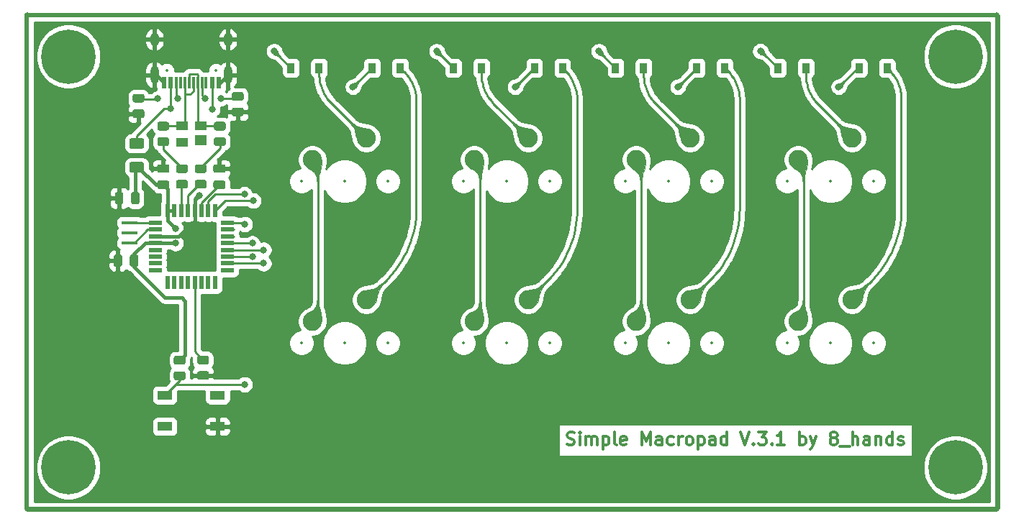
<source format=gtl>
%TF.GenerationSoftware,KiCad,Pcbnew,(5.1.10-1-10_14)*%
%TF.CreationDate,2021-08-27T11:15:08+08:00*%
%TF.ProjectId,SMP v.2,534d5020-762e-4322-9e6b-696361645f70,rev?*%
%TF.SameCoordinates,Original*%
%TF.FileFunction,Copper,L1,Top*%
%TF.FilePolarity,Positive*%
%FSLAX46Y46*%
G04 Gerber Fmt 4.6, Leading zero omitted, Abs format (unit mm)*
G04 Created by KiCad (PCBNEW (5.1.10-1-10_14)) date 2021-08-27 11:15:08*
%MOMM*%
%LPD*%
G01*
G04 APERTURE LIST*
%TA.AperFunction,Profile*%
%ADD10C,0.050000*%
%TD*%
%TA.AperFunction,NonConductor*%
%ADD11C,0.300000*%
%TD*%
%TA.AperFunction,NonConductor*%
%ADD12C,0.500000*%
%TD*%
%TA.AperFunction,SMDPad,CuDef*%
%ADD13R,0.600000X1.450000*%
%TD*%
%TA.AperFunction,SMDPad,CuDef*%
%ADD14R,0.300000X1.450000*%
%TD*%
%TA.AperFunction,ComponentPad*%
%ADD15O,1.000000X2.100000*%
%TD*%
%TA.AperFunction,ComponentPad*%
%ADD16O,1.000000X1.600000*%
%TD*%
%TA.AperFunction,SMDPad,CuDef*%
%ADD17R,1.400000X1.000000*%
%TD*%
%TA.AperFunction,SMDPad,CuDef*%
%ADD18R,1.400000X1.200000*%
%TD*%
%TA.AperFunction,SMDPad,CuDef*%
%ADD19R,0.550000X1.600000*%
%TD*%
%TA.AperFunction,SMDPad,CuDef*%
%ADD20R,1.600000X0.550000*%
%TD*%
%TA.AperFunction,SMDPad,CuDef*%
%ADD21R,0.900000X1.200000*%
%TD*%
%TA.AperFunction,ComponentPad*%
%ADD22C,2.250000*%
%TD*%
%TA.AperFunction,ComponentPad*%
%ADD23C,6.400000*%
%TD*%
%TA.AperFunction,SMDPad,CuDef*%
%ADD24R,1.900000X0.400000*%
%TD*%
%TA.AperFunction,SMDPad,CuDef*%
%ADD25R,1.800000X1.100000*%
%TD*%
%TA.AperFunction,ViaPad*%
%ADD26C,0.800000*%
%TD*%
%TA.AperFunction,Conductor*%
%ADD27C,0.254000*%
%TD*%
%TA.AperFunction,Conductor*%
%ADD28C,0.381000*%
%TD*%
%TA.AperFunction,Conductor*%
%ADD29C,0.025400*%
%TD*%
%TA.AperFunction,Conductor*%
%ADD30C,0.100000*%
%TD*%
%ADD31C,0.350000*%
%ADD32O,0.600000X1.700000*%
%ADD33O,0.600000X1.200000*%
G04 APERTURE END LIST*
D10*
X156052520Y-83629500D02*
G75*
G02*
X155727400Y-83954620I-325120J0D01*
G01*
X155727400Y-25214580D02*
G75*
G02*
X156052520Y-25539700I0J-325120D01*
G01*
X41366440Y-25539700D02*
G75*
G02*
X41691560Y-25214580I325120J0D01*
G01*
X41689020Y-83957160D02*
G75*
G02*
X41363900Y-83632040I0J325120D01*
G01*
D11*
X105205145Y-76080702D02*
X105419431Y-76152131D01*
X105776574Y-76152131D01*
X105919431Y-76080702D01*
X105990860Y-76009274D01*
X106062288Y-75866417D01*
X106062288Y-75723560D01*
X105990860Y-75580702D01*
X105919431Y-75509274D01*
X105776574Y-75437845D01*
X105490860Y-75366417D01*
X105348002Y-75294988D01*
X105276574Y-75223560D01*
X105205145Y-75080702D01*
X105205145Y-74937845D01*
X105276574Y-74794988D01*
X105348002Y-74723560D01*
X105490860Y-74652131D01*
X105848002Y-74652131D01*
X106062288Y-74723560D01*
X106705145Y-76152131D02*
X106705145Y-75152131D01*
X106705145Y-74652131D02*
X106633717Y-74723560D01*
X106705145Y-74794988D01*
X106776574Y-74723560D01*
X106705145Y-74652131D01*
X106705145Y-74794988D01*
X107419431Y-76152131D02*
X107419431Y-75152131D01*
X107419431Y-75294988D02*
X107490860Y-75223560D01*
X107633717Y-75152131D01*
X107848002Y-75152131D01*
X107990860Y-75223560D01*
X108062288Y-75366417D01*
X108062288Y-76152131D01*
X108062288Y-75366417D02*
X108133717Y-75223560D01*
X108276574Y-75152131D01*
X108490860Y-75152131D01*
X108633717Y-75223560D01*
X108705145Y-75366417D01*
X108705145Y-76152131D01*
X109419431Y-75152131D02*
X109419431Y-76652131D01*
X109419431Y-75223560D02*
X109562288Y-75152131D01*
X109848002Y-75152131D01*
X109990860Y-75223560D01*
X110062288Y-75294988D01*
X110133717Y-75437845D01*
X110133717Y-75866417D01*
X110062288Y-76009274D01*
X109990860Y-76080702D01*
X109848002Y-76152131D01*
X109562288Y-76152131D01*
X109419431Y-76080702D01*
X110990860Y-76152131D02*
X110848002Y-76080702D01*
X110776574Y-75937845D01*
X110776574Y-74652131D01*
X112133717Y-76080702D02*
X111990860Y-76152131D01*
X111705145Y-76152131D01*
X111562288Y-76080702D01*
X111490860Y-75937845D01*
X111490860Y-75366417D01*
X111562288Y-75223560D01*
X111705145Y-75152131D01*
X111990860Y-75152131D01*
X112133717Y-75223560D01*
X112205145Y-75366417D01*
X112205145Y-75509274D01*
X111490860Y-75652131D01*
X113990860Y-76152131D02*
X113990860Y-74652131D01*
X114490860Y-75723560D01*
X114990860Y-74652131D01*
X114990860Y-76152131D01*
X116348002Y-76152131D02*
X116348002Y-75366417D01*
X116276574Y-75223560D01*
X116133717Y-75152131D01*
X115848002Y-75152131D01*
X115705145Y-75223560D01*
X116348002Y-76080702D02*
X116205145Y-76152131D01*
X115848002Y-76152131D01*
X115705145Y-76080702D01*
X115633717Y-75937845D01*
X115633717Y-75794988D01*
X115705145Y-75652131D01*
X115848002Y-75580702D01*
X116205145Y-75580702D01*
X116348002Y-75509274D01*
X117705145Y-76080702D02*
X117562288Y-76152131D01*
X117276574Y-76152131D01*
X117133717Y-76080702D01*
X117062288Y-76009274D01*
X116990860Y-75866417D01*
X116990860Y-75437845D01*
X117062288Y-75294988D01*
X117133717Y-75223560D01*
X117276574Y-75152131D01*
X117562288Y-75152131D01*
X117705145Y-75223560D01*
X118348002Y-76152131D02*
X118348002Y-75152131D01*
X118348002Y-75437845D02*
X118419431Y-75294988D01*
X118490860Y-75223560D01*
X118633717Y-75152131D01*
X118776574Y-75152131D01*
X119490860Y-76152131D02*
X119348002Y-76080702D01*
X119276574Y-76009274D01*
X119205145Y-75866417D01*
X119205145Y-75437845D01*
X119276574Y-75294988D01*
X119348002Y-75223560D01*
X119490860Y-75152131D01*
X119705145Y-75152131D01*
X119848002Y-75223560D01*
X119919431Y-75294988D01*
X119990860Y-75437845D01*
X119990860Y-75866417D01*
X119919431Y-76009274D01*
X119848002Y-76080702D01*
X119705145Y-76152131D01*
X119490860Y-76152131D01*
X120633717Y-75152131D02*
X120633717Y-76652131D01*
X120633717Y-75223560D02*
X120776574Y-75152131D01*
X121062288Y-75152131D01*
X121205145Y-75223560D01*
X121276574Y-75294988D01*
X121348002Y-75437845D01*
X121348002Y-75866417D01*
X121276574Y-76009274D01*
X121205145Y-76080702D01*
X121062288Y-76152131D01*
X120776574Y-76152131D01*
X120633717Y-76080702D01*
X122633717Y-76152131D02*
X122633717Y-75366417D01*
X122562288Y-75223560D01*
X122419431Y-75152131D01*
X122133717Y-75152131D01*
X121990860Y-75223560D01*
X122633717Y-76080702D02*
X122490860Y-76152131D01*
X122133717Y-76152131D01*
X121990860Y-76080702D01*
X121919431Y-75937845D01*
X121919431Y-75794988D01*
X121990860Y-75652131D01*
X122133717Y-75580702D01*
X122490860Y-75580702D01*
X122633717Y-75509274D01*
X123990860Y-76152131D02*
X123990860Y-74652131D01*
X123990860Y-76080702D02*
X123848002Y-76152131D01*
X123562288Y-76152131D01*
X123419431Y-76080702D01*
X123348002Y-76009274D01*
X123276574Y-75866417D01*
X123276574Y-75437845D01*
X123348002Y-75294988D01*
X123419431Y-75223560D01*
X123562288Y-75152131D01*
X123848002Y-75152131D01*
X123990860Y-75223560D01*
X125633717Y-74652131D02*
X126133717Y-76152131D01*
X126633717Y-74652131D01*
X127133717Y-76009274D02*
X127205145Y-76080702D01*
X127133717Y-76152131D01*
X127062288Y-76080702D01*
X127133717Y-76009274D01*
X127133717Y-76152131D01*
X127705145Y-74652131D02*
X128633717Y-74652131D01*
X128133717Y-75223560D01*
X128348002Y-75223560D01*
X128490860Y-75294988D01*
X128562288Y-75366417D01*
X128633717Y-75509274D01*
X128633717Y-75866417D01*
X128562288Y-76009274D01*
X128490860Y-76080702D01*
X128348002Y-76152131D01*
X127919431Y-76152131D01*
X127776574Y-76080702D01*
X127705145Y-76009274D01*
X129276574Y-76009274D02*
X129348002Y-76080702D01*
X129276574Y-76152131D01*
X129205145Y-76080702D01*
X129276574Y-76009274D01*
X129276574Y-76152131D01*
X130776574Y-76152131D02*
X129919431Y-76152131D01*
X130348002Y-76152131D02*
X130348002Y-74652131D01*
X130205145Y-74866417D01*
X130062288Y-75009274D01*
X129919431Y-75080702D01*
X132562288Y-76152131D02*
X132562288Y-74652131D01*
X132562288Y-75223560D02*
X132705145Y-75152131D01*
X132990860Y-75152131D01*
X133133717Y-75223560D01*
X133205145Y-75294988D01*
X133276574Y-75437845D01*
X133276574Y-75866417D01*
X133205145Y-76009274D01*
X133133717Y-76080702D01*
X132990860Y-76152131D01*
X132705145Y-76152131D01*
X132562288Y-76080702D01*
X133776574Y-75152131D02*
X134133717Y-76152131D01*
X134490860Y-75152131D02*
X134133717Y-76152131D01*
X133990860Y-76509274D01*
X133919431Y-76580702D01*
X133776574Y-76652131D01*
X136419431Y-75294988D02*
X136276574Y-75223560D01*
X136205145Y-75152131D01*
X136133717Y-75009274D01*
X136133717Y-74937845D01*
X136205145Y-74794988D01*
X136276574Y-74723560D01*
X136419431Y-74652131D01*
X136705145Y-74652131D01*
X136848002Y-74723560D01*
X136919431Y-74794988D01*
X136990860Y-74937845D01*
X136990860Y-75009274D01*
X136919431Y-75152131D01*
X136848002Y-75223560D01*
X136705145Y-75294988D01*
X136419431Y-75294988D01*
X136276574Y-75366417D01*
X136205145Y-75437845D01*
X136133717Y-75580702D01*
X136133717Y-75866417D01*
X136205145Y-76009274D01*
X136276574Y-76080702D01*
X136419431Y-76152131D01*
X136705145Y-76152131D01*
X136848002Y-76080702D01*
X136919431Y-76009274D01*
X136990860Y-75866417D01*
X136990860Y-75580702D01*
X136919431Y-75437845D01*
X136848002Y-75366417D01*
X136705145Y-75294988D01*
X137276574Y-76294988D02*
X138419431Y-76294988D01*
X138776574Y-76152131D02*
X138776574Y-74652131D01*
X139419431Y-76152131D02*
X139419431Y-75366417D01*
X139348002Y-75223560D01*
X139205145Y-75152131D01*
X138990860Y-75152131D01*
X138848002Y-75223560D01*
X138776574Y-75294988D01*
X140776574Y-76152131D02*
X140776574Y-75366417D01*
X140705145Y-75223560D01*
X140562288Y-75152131D01*
X140276574Y-75152131D01*
X140133717Y-75223560D01*
X140776574Y-76080702D02*
X140633717Y-76152131D01*
X140276574Y-76152131D01*
X140133717Y-76080702D01*
X140062288Y-75937845D01*
X140062288Y-75794988D01*
X140133717Y-75652131D01*
X140276574Y-75580702D01*
X140633717Y-75580702D01*
X140776574Y-75509274D01*
X141490860Y-75152131D02*
X141490860Y-76152131D01*
X141490860Y-75294988D02*
X141562288Y-75223560D01*
X141705145Y-75152131D01*
X141919431Y-75152131D01*
X142062288Y-75223560D01*
X142133717Y-75366417D01*
X142133717Y-76152131D01*
X143490860Y-76152131D02*
X143490860Y-74652131D01*
X143490860Y-76080702D02*
X143348002Y-76152131D01*
X143062288Y-76152131D01*
X142919431Y-76080702D01*
X142848002Y-76009274D01*
X142776574Y-75866417D01*
X142776574Y-75437845D01*
X142848002Y-75294988D01*
X142919431Y-75223560D01*
X143062288Y-75152131D01*
X143348002Y-75152131D01*
X143490860Y-75223560D01*
X144133717Y-76080702D02*
X144276574Y-76152131D01*
X144562288Y-76152131D01*
X144705145Y-76080702D01*
X144776574Y-75937845D01*
X144776574Y-75866417D01*
X144705145Y-75723560D01*
X144562288Y-75652131D01*
X144348002Y-75652131D01*
X144205145Y-75580702D01*
X144133717Y-75437845D01*
X144133717Y-75366417D01*
X144205145Y-75223560D01*
X144348002Y-75152131D01*
X144562288Y-75152131D01*
X144705145Y-75223560D01*
D12*
X41640760Y-83677760D02*
X155778200Y-83677760D01*
X41641840Y-25488900D02*
X155778200Y-25488900D01*
X155778200Y-83677760D02*
X155778200Y-25488900D01*
X41640760Y-83677760D02*
X41641840Y-25488900D01*
D10*
X41366440Y-25539700D02*
X41363900Y-83632040D01*
X155727400Y-25214580D02*
X41691560Y-25214580D01*
X156052520Y-83629500D02*
X156052520Y-25539700D01*
X41689020Y-83957160D02*
X155727400Y-83954620D01*
D13*
%TO.P,USB1,12*%
%TO.N,GND*%
X57749180Y-33462560D03*
%TO.P,USB1,1*%
X64199180Y-33462560D03*
%TO.P,USB1,11*%
%TO.N,VCC*%
X58524180Y-33462560D03*
%TO.P,USB1,2*%
X63424180Y-33462560D03*
D14*
%TO.P,USB1,3*%
%TO.N,Net-(USB1-Pad3)*%
X62724180Y-33462560D03*
%TO.P,USB1,10*%
%TO.N,Net-(R8-Pad2)*%
X59224180Y-33462560D03*
%TO.P,USB1,4*%
%TO.N,Net-(R4-Pad2)*%
X62224180Y-33462560D03*
%TO.P,USB1,9*%
%TO.N,Net-(USB1-Pad9)*%
X59724180Y-33462560D03*
%TO.P,USB1,5*%
%TO.N,Net-(D9-Pad3)*%
X61724180Y-33462560D03*
%TO.P,USB1,8*%
%TO.N,Net-(D9-Pad2)*%
X60224180Y-33462560D03*
%TO.P,USB1,7*%
%TO.N,Net-(D9-Pad3)*%
X60724180Y-33462560D03*
%TO.P,USB1,6*%
%TO.N,Net-(D9-Pad2)*%
X61224180Y-33462560D03*
D15*
%TO.P,USB1,13*%
%TO.N,GND*%
X65294180Y-32547560D03*
X56654180Y-32547560D03*
D16*
X65294180Y-28367560D03*
X56654180Y-28367560D03*
%TD*%
%TO.P,R8,2*%
%TO.N,Net-(R8-Pad2)*%
%TA.AperFunction,SMDPad,CuDef*%
G36*
G01*
X55214941Y-35810880D02*
X54314939Y-35810880D01*
G75*
G02*
X54064940Y-35560881I0J249999D01*
G01*
X54064940Y-35035879D01*
G75*
G02*
X54314939Y-34785880I249999J0D01*
G01*
X55214941Y-34785880D01*
G75*
G02*
X55464940Y-35035879I0J-249999D01*
G01*
X55464940Y-35560881D01*
G75*
G02*
X55214941Y-35810880I-249999J0D01*
G01*
G37*
%TD.AperFunction*%
%TO.P,R8,1*%
%TO.N,GND*%
%TA.AperFunction,SMDPad,CuDef*%
G36*
G01*
X55214941Y-37635880D02*
X54314939Y-37635880D01*
G75*
G02*
X54064940Y-37385881I0J249999D01*
G01*
X54064940Y-36860879D01*
G75*
G02*
X54314939Y-36610880I249999J0D01*
G01*
X55214941Y-36610880D01*
G75*
G02*
X55464940Y-36860879I0J-249999D01*
G01*
X55464940Y-37385881D01*
G75*
G02*
X55214941Y-37635880I-249999J0D01*
G01*
G37*
%TD.AperFunction*%
%TD*%
%TO.P,R7,2*%
%TO.N,Net-(D9-Pad3)*%
%TA.AperFunction,SMDPad,CuDef*%
G36*
G01*
X58120701Y-39102720D02*
X57220699Y-39102720D01*
G75*
G02*
X56970700Y-38852721I0J249999D01*
G01*
X56970700Y-38327719D01*
G75*
G02*
X57220699Y-38077720I249999J0D01*
G01*
X58120701Y-38077720D01*
G75*
G02*
X58370700Y-38327719I0J-249999D01*
G01*
X58370700Y-38852721D01*
G75*
G02*
X58120701Y-39102720I-249999J0D01*
G01*
G37*
%TD.AperFunction*%
%TO.P,R7,1*%
%TO.N,D-*%
%TA.AperFunction,SMDPad,CuDef*%
G36*
G01*
X58120701Y-40927720D02*
X57220699Y-40927720D01*
G75*
G02*
X56970700Y-40677721I0J249999D01*
G01*
X56970700Y-40152719D01*
G75*
G02*
X57220699Y-39902720I249999J0D01*
G01*
X58120701Y-39902720D01*
G75*
G02*
X58370700Y-40152719I0J-249999D01*
G01*
X58370700Y-40677721D01*
G75*
G02*
X58120701Y-40927720I-249999J0D01*
G01*
G37*
%TD.AperFunction*%
%TD*%
D17*
%TO.P,D9,4*%
%TO.N,Net-(D9-Pad4)*%
X59874180Y-40452720D03*
%TO.P,D9,3*%
%TO.N,Net-(D9-Pad3)*%
X59874180Y-38552720D03*
%TO.P,D9,2*%
%TO.N,Net-(D9-Pad2)*%
X62074180Y-38552720D03*
D18*
%TO.P,D9,1*%
%TO.N,Net-(D9-Pad1)*%
X62074180Y-40272720D03*
%TD*%
%TO.P,C2,2*%
%TO.N,GND*%
%TA.AperFunction,SMDPad,CuDef*%
G36*
G01*
X52986480Y-46593740D02*
X52986480Y-47543740D01*
G75*
G02*
X52736480Y-47793740I-250000J0D01*
G01*
X52236480Y-47793740D01*
G75*
G02*
X51986480Y-47543740I0J250000D01*
G01*
X51986480Y-46593740D01*
G75*
G02*
X52236480Y-46343740I250000J0D01*
G01*
X52736480Y-46343740D01*
G75*
G02*
X52986480Y-46593740I0J-250000D01*
G01*
G37*
%TD.AperFunction*%
%TO.P,C2,1*%
%TO.N,+5V*%
%TA.AperFunction,SMDPad,CuDef*%
G36*
G01*
X54886480Y-46593740D02*
X54886480Y-47543740D01*
G75*
G02*
X54636480Y-47793740I-250000J0D01*
G01*
X54136480Y-47793740D01*
G75*
G02*
X53886480Y-47543740I0J250000D01*
G01*
X53886480Y-46593740D01*
G75*
G02*
X54136480Y-46343740I250000J0D01*
G01*
X54636480Y-46343740D01*
G75*
G02*
X54886480Y-46593740I0J-250000D01*
G01*
G37*
%TD.AperFunction*%
%TD*%
D19*
%TO.P,U1,32*%
%TO.N,+5V*%
X58174180Y-48505800D03*
%TO.P,U1,31*%
X58974180Y-48505800D03*
%TO.P,U1,30*%
%TO.N,Net-(R3-Pad1)*%
X59774180Y-48505800D03*
%TO.P,U1,29*%
%TO.N,Net-(R2-Pad1)*%
X60574180Y-48505800D03*
%TO.P,U1,28*%
%TO.N,GND*%
X61374180Y-48505800D03*
%TO.P,U1,27*%
%TO.N,Net-(C1-Pad1)*%
X62174180Y-48505800D03*
%TO.P,U1,26*%
%TO.N,ROW1*%
X62974180Y-48505800D03*
%TO.P,U1,25*%
%TO.N,ROW0*%
X63774180Y-48505800D03*
D20*
%TO.P,U1,24*%
%TO.N,Net-(R1-Pad2)*%
X65224180Y-49955800D03*
%TO.P,U1,23*%
%TO.N,Net-(U1-Pad23)*%
X65224180Y-50755800D03*
%TO.P,U1,22*%
%TO.N,Net-(U1-Pad22)*%
X65224180Y-51555800D03*
%TO.P,U1,21*%
%TO.N,COL3*%
X65224180Y-52355800D03*
%TO.P,U1,20*%
%TO.N,COL2*%
X65224180Y-53155800D03*
%TO.P,U1,19*%
%TO.N,COL1*%
X65224180Y-53955800D03*
%TO.P,U1,18*%
%TO.N,COL0*%
X65224180Y-54755800D03*
%TO.P,U1,17*%
%TO.N,Net-(U1-Pad17)*%
X65224180Y-55555800D03*
D19*
%TO.P,U1,16*%
%TO.N,Net-(U1-Pad16)*%
X63774180Y-57005800D03*
%TO.P,U1,15*%
%TO.N,Net-(U1-Pad15)*%
X62974180Y-57005800D03*
%TO.P,U1,14*%
%TO.N,Net-(U1-Pad14)*%
X62174180Y-57005800D03*
%TO.P,U1,13*%
%TO.N,Net-(R6-Pad2)*%
X61374180Y-57005800D03*
%TO.P,U1,12*%
%TO.N,Net-(U1-Pad12)*%
X60574180Y-57005800D03*
%TO.P,U1,11*%
%TO.N,Net-(U1-Pad11)*%
X59774180Y-57005800D03*
%TO.P,U1,10*%
%TO.N,Net-(U1-Pad10)*%
X58974180Y-57005800D03*
%TO.P,U1,9*%
%TO.N,Net-(U1-Pad9)*%
X58174180Y-57005800D03*
D20*
%TO.P,U1,8*%
%TO.N,Net-(U1-Pad8)*%
X56724180Y-55555800D03*
%TO.P,U1,7*%
%TO.N,Net-(U1-Pad7)*%
X56724180Y-54755800D03*
%TO.P,U1,6*%
%TO.N,Net-(U1-Pad6)*%
X56724180Y-53955800D03*
%TO.P,U1,5*%
%TO.N,Net-(U1-Pad5)*%
X56724180Y-53155800D03*
%TO.P,U1,4*%
%TO.N,+5V*%
X56724180Y-52355800D03*
%TO.P,U1,3*%
%TO.N,GND*%
X56724180Y-51555800D03*
%TO.P,U1,2*%
%TO.N,Net-(U1-Pad2)*%
X56724180Y-50755800D03*
%TO.P,U1,1*%
%TO.N,Net-(U1-Pad1)*%
X56724180Y-49955800D03*
%TD*%
D21*
%TO.P,D8,2*%
%TO.N,Net-(D8-Pad2)*%
X123738350Y-31732220D03*
%TO.P,D8,1*%
%TO.N,ROW0*%
X120438350Y-31732220D03*
%TD*%
%TO.P,D7,2*%
%TO.N,Net-(D7-Pad2)*%
X104642346Y-31732220D03*
%TO.P,D7,1*%
%TO.N,ROW0*%
X101342346Y-31732220D03*
%TD*%
%TO.P,D6,2*%
%TO.N,Net-(D6-Pad2)*%
X114190348Y-31732220D03*
%TO.P,D6,1*%
%TO.N,ROW1*%
X110890348Y-31732220D03*
%TD*%
%TO.P,D5,2*%
%TO.N,Net-(D5-Pad2)*%
X95094344Y-31732220D03*
%TO.P,D5,1*%
%TO.N,ROW1*%
X91794344Y-31732220D03*
%TD*%
%TO.P,D4,2*%
%TO.N,Net-(D4-Pad2)*%
X142834360Y-31732220D03*
%TO.P,D4,1*%
%TO.N,ROW0*%
X139534360Y-31732220D03*
%TD*%
%TO.P,D3,2*%
%TO.N,Net-(D3-Pad2)*%
X85546342Y-31732220D03*
%TO.P,D3,1*%
%TO.N,ROW0*%
X82246342Y-31732220D03*
%TD*%
%TO.P,D2,2*%
%TO.N,Net-(D2-Pad2)*%
X133286352Y-31732220D03*
%TO.P,D2,1*%
%TO.N,ROW1*%
X129986352Y-31732220D03*
%TD*%
%TO.P,D1,2*%
%TO.N,Net-(D1-Pad2)*%
X75998340Y-31732220D03*
%TO.P,D1,1*%
%TO.N,ROW1*%
X72698340Y-31732220D03*
%TD*%
D22*
%TO.P,MX8,1*%
%TO.N,COL3*%
X132375900Y-61596300D03*
%TO.P,MX8,2*%
%TO.N,Net-(D4-Pad2)*%
X138725900Y-59056300D03*
%TD*%
D23*
%TO.P,H4,1*%
%TO.N,Net-(H4-Pad1)*%
X46528800Y-78790800D03*
%TD*%
%TO.P,H3,1*%
%TO.N,Net-(H3-Pad1)*%
X46528800Y-30378400D03*
%TD*%
%TO.P,H2,1*%
%TO.N,Net-(H2-Pad1)*%
X150901400Y-78790800D03*
%TD*%
%TO.P,H1,1*%
%TO.N,Net-(H1-Pad1)*%
X150901400Y-30378400D03*
%TD*%
D24*
%TO.P,Y1,3*%
%TO.N,Net-(U1-Pad2)*%
X53715920Y-52354180D03*
%TO.P,Y1,2*%
%TO.N,GNDPWR*%
X53715920Y-51154180D03*
%TO.P,Y1,1*%
%TO.N,Net-(U1-Pad1)*%
X53715920Y-49954180D03*
%TD*%
D25*
%TO.P,SW1,1*%
%TO.N,GND*%
X64074180Y-73968220D03*
%TO.P,SW1,2*%
%TO.N,Net-(R1-Pad2)*%
X57874180Y-70268220D03*
%TO.P,SW1,3*%
%TO.N,N/C*%
X64074180Y-70268220D03*
%TO.P,SW1,4*%
X57874180Y-73968220D03*
%TD*%
%TO.P,R6,2*%
%TO.N,Net-(R6-Pad2)*%
%TA.AperFunction,SMDPad,CuDef*%
G36*
G01*
X62812082Y-66650920D02*
X61912078Y-66650920D01*
G75*
G02*
X61662080Y-66400922I0J249998D01*
G01*
X61662080Y-65875918D01*
G75*
G02*
X61912078Y-65625920I249998J0D01*
G01*
X62812082Y-65625920D01*
G75*
G02*
X63062080Y-65875918I0J-249998D01*
G01*
X63062080Y-66400922D01*
G75*
G02*
X62812082Y-66650920I-249998J0D01*
G01*
G37*
%TD.AperFunction*%
%TO.P,R6,1*%
%TO.N,GND*%
%TA.AperFunction,SMDPad,CuDef*%
G36*
G01*
X62812082Y-68475920D02*
X61912078Y-68475920D01*
G75*
G02*
X61662080Y-68225922I0J249998D01*
G01*
X61662080Y-67700918D01*
G75*
G02*
X61912078Y-67450920I249998J0D01*
G01*
X62812082Y-67450920D01*
G75*
G02*
X63062080Y-67700918I0J-249998D01*
G01*
X63062080Y-68225922D01*
G75*
G02*
X62812082Y-68475920I-249998J0D01*
G01*
G37*
%TD.AperFunction*%
%TD*%
%TO.P,R5,2*%
%TO.N,Net-(D9-Pad2)*%
%TA.AperFunction,SMDPad,CuDef*%
G36*
G01*
X64785662Y-39102720D02*
X63885658Y-39102720D01*
G75*
G02*
X63635660Y-38852722I0J249998D01*
G01*
X63635660Y-38327718D01*
G75*
G02*
X63885658Y-38077720I249998J0D01*
G01*
X64785662Y-38077720D01*
G75*
G02*
X65035660Y-38327718I0J-249998D01*
G01*
X65035660Y-38852722D01*
G75*
G02*
X64785662Y-39102720I-249998J0D01*
G01*
G37*
%TD.AperFunction*%
%TO.P,R5,1*%
%TO.N,D+*%
%TA.AperFunction,SMDPad,CuDef*%
G36*
G01*
X64785662Y-40927720D02*
X63885658Y-40927720D01*
G75*
G02*
X63635660Y-40677722I0J249998D01*
G01*
X63635660Y-40152718D01*
G75*
G02*
X63885658Y-39902720I249998J0D01*
G01*
X64785662Y-39902720D01*
G75*
G02*
X65035660Y-40152718I0J-249998D01*
G01*
X65035660Y-40677722D01*
G75*
G02*
X64785662Y-40927720I-249998J0D01*
G01*
G37*
%TD.AperFunction*%
%TD*%
%TO.P,R4,2*%
%TO.N,Net-(R4-Pad2)*%
%TA.AperFunction,SMDPad,CuDef*%
G36*
G01*
X66891322Y-35602600D02*
X65991318Y-35602600D01*
G75*
G02*
X65741320Y-35352602I0J249998D01*
G01*
X65741320Y-34827598D01*
G75*
G02*
X65991318Y-34577600I249998J0D01*
G01*
X66891322Y-34577600D01*
G75*
G02*
X67141320Y-34827598I0J-249998D01*
G01*
X67141320Y-35352602D01*
G75*
G02*
X66891322Y-35602600I-249998J0D01*
G01*
G37*
%TD.AperFunction*%
%TO.P,R4,1*%
%TO.N,GND*%
%TA.AperFunction,SMDPad,CuDef*%
G36*
G01*
X66891322Y-37427600D02*
X65991318Y-37427600D01*
G75*
G02*
X65741320Y-37177602I0J249998D01*
G01*
X65741320Y-36652598D01*
G75*
G02*
X65991318Y-36402600I249998J0D01*
G01*
X66891322Y-36402600D01*
G75*
G02*
X67141320Y-36652598I0J-249998D01*
G01*
X67141320Y-37177602D01*
G75*
G02*
X66891322Y-37427600I-249998J0D01*
G01*
G37*
%TD.AperFunction*%
%TD*%
%TO.P,R3,2*%
%TO.N,D-*%
%TA.AperFunction,SMDPad,CuDef*%
G36*
G01*
X60330502Y-44124300D02*
X59430498Y-44124300D01*
G75*
G02*
X59180500Y-43874302I0J249998D01*
G01*
X59180500Y-43349298D01*
G75*
G02*
X59430498Y-43099300I249998J0D01*
G01*
X60330502Y-43099300D01*
G75*
G02*
X60580500Y-43349298I0J-249998D01*
G01*
X60580500Y-43874302D01*
G75*
G02*
X60330502Y-44124300I-249998J0D01*
G01*
G37*
%TD.AperFunction*%
%TO.P,R3,1*%
%TO.N,Net-(R3-Pad1)*%
%TA.AperFunction,SMDPad,CuDef*%
G36*
G01*
X60330502Y-45949300D02*
X59430498Y-45949300D01*
G75*
G02*
X59180500Y-45699302I0J249998D01*
G01*
X59180500Y-45174298D01*
G75*
G02*
X59430498Y-44924300I249998J0D01*
G01*
X60330502Y-44924300D01*
G75*
G02*
X60580500Y-45174298I0J-249998D01*
G01*
X60580500Y-45699302D01*
G75*
G02*
X60330502Y-45949300I-249998J0D01*
G01*
G37*
%TD.AperFunction*%
%TD*%
%TO.P,R2,2*%
%TO.N,D+*%
%TA.AperFunction,SMDPad,CuDef*%
G36*
G01*
X62525062Y-44124300D02*
X61625058Y-44124300D01*
G75*
G02*
X61375060Y-43874302I0J249998D01*
G01*
X61375060Y-43349298D01*
G75*
G02*
X61625058Y-43099300I249998J0D01*
G01*
X62525062Y-43099300D01*
G75*
G02*
X62775060Y-43349298I0J-249998D01*
G01*
X62775060Y-43874302D01*
G75*
G02*
X62525062Y-44124300I-249998J0D01*
G01*
G37*
%TD.AperFunction*%
%TO.P,R2,1*%
%TO.N,Net-(R2-Pad1)*%
%TA.AperFunction,SMDPad,CuDef*%
G36*
G01*
X62525062Y-45949300D02*
X61625058Y-45949300D01*
G75*
G02*
X61375060Y-45699302I0J249998D01*
G01*
X61375060Y-45174298D01*
G75*
G02*
X61625058Y-44924300I249998J0D01*
G01*
X62525062Y-44924300D01*
G75*
G02*
X62775060Y-45174298I0J-249998D01*
G01*
X62775060Y-45699302D01*
G75*
G02*
X62525062Y-45949300I-249998J0D01*
G01*
G37*
%TD.AperFunction*%
%TD*%
%TO.P,R1,2*%
%TO.N,Net-(R1-Pad2)*%
%TA.AperFunction,SMDPad,CuDef*%
G36*
G01*
X59146678Y-67479160D02*
X60046682Y-67479160D01*
G75*
G02*
X60296680Y-67729158I0J-249998D01*
G01*
X60296680Y-68254162D01*
G75*
G02*
X60046682Y-68504160I-249998J0D01*
G01*
X59146678Y-68504160D01*
G75*
G02*
X58896680Y-68254162I0J249998D01*
G01*
X58896680Y-67729158D01*
G75*
G02*
X59146678Y-67479160I249998J0D01*
G01*
G37*
%TD.AperFunction*%
%TO.P,R1,1*%
%TO.N,+5V*%
%TA.AperFunction,SMDPad,CuDef*%
G36*
G01*
X59146678Y-65654160D02*
X60046682Y-65654160D01*
G75*
G02*
X60296680Y-65904158I0J-249998D01*
G01*
X60296680Y-66429162D01*
G75*
G02*
X60046682Y-66679160I-249998J0D01*
G01*
X59146678Y-66679160D01*
G75*
G02*
X58896680Y-66429162I0J249998D01*
G01*
X58896680Y-65904158D01*
G75*
G02*
X59146678Y-65654160I249998J0D01*
G01*
G37*
%TD.AperFunction*%
%TD*%
%TO.P,F1,2*%
%TO.N,VCC*%
%TA.AperFunction,SMDPad,CuDef*%
G36*
G01*
X55168960Y-41251840D02*
X53918960Y-41251840D01*
G75*
G02*
X53668960Y-41001840I0J250000D01*
G01*
X53668960Y-40251840D01*
G75*
G02*
X53918960Y-40001840I250000J0D01*
G01*
X55168960Y-40001840D01*
G75*
G02*
X55418960Y-40251840I0J-250000D01*
G01*
X55418960Y-41001840D01*
G75*
G02*
X55168960Y-41251840I-250000J0D01*
G01*
G37*
%TD.AperFunction*%
%TO.P,F1,1*%
%TO.N,+5V*%
%TA.AperFunction,SMDPad,CuDef*%
G36*
G01*
X55168960Y-44051840D02*
X53918960Y-44051840D01*
G75*
G02*
X53668960Y-43801840I0J250000D01*
G01*
X53668960Y-43051840D01*
G75*
G02*
X53918960Y-42801840I250000J0D01*
G01*
X55168960Y-42801840D01*
G75*
G02*
X55418960Y-43051840I0J-250000D01*
G01*
X55418960Y-43801840D01*
G75*
G02*
X55168960Y-44051840I-250000J0D01*
G01*
G37*
%TD.AperFunction*%
%TD*%
%TO.P,C5,2*%
%TO.N,GND*%
%TA.AperFunction,SMDPad,CuDef*%
G36*
G01*
X52839160Y-53954660D02*
X52839160Y-54904660D01*
G75*
G02*
X52589160Y-55154660I-250000J0D01*
G01*
X52089160Y-55154660D01*
G75*
G02*
X51839160Y-54904660I0J250000D01*
G01*
X51839160Y-53954660D01*
G75*
G02*
X52089160Y-53704660I250000J0D01*
G01*
X52589160Y-53704660D01*
G75*
G02*
X52839160Y-53954660I0J-250000D01*
G01*
G37*
%TD.AperFunction*%
%TO.P,C5,1*%
%TO.N,+5V*%
%TA.AperFunction,SMDPad,CuDef*%
G36*
G01*
X54739160Y-53954660D02*
X54739160Y-54904660D01*
G75*
G02*
X54489160Y-55154660I-250000J0D01*
G01*
X53989160Y-55154660D01*
G75*
G02*
X53739160Y-54904660I0J250000D01*
G01*
X53739160Y-53954660D01*
G75*
G02*
X53989160Y-53704660I250000J0D01*
G01*
X54489160Y-53704660D01*
G75*
G02*
X54739160Y-53954660I0J-250000D01*
G01*
G37*
%TD.AperFunction*%
%TD*%
%TO.P,C4,2*%
%TO.N,GND*%
%TA.AperFunction,SMDPad,CuDef*%
G36*
G01*
X58158400Y-44091400D02*
X57208400Y-44091400D01*
G75*
G02*
X56958400Y-43841400I0J250000D01*
G01*
X56958400Y-43341400D01*
G75*
G02*
X57208400Y-43091400I250000J0D01*
G01*
X58158400Y-43091400D01*
G75*
G02*
X58408400Y-43341400I0J-250000D01*
G01*
X58408400Y-43841400D01*
G75*
G02*
X58158400Y-44091400I-250000J0D01*
G01*
G37*
%TD.AperFunction*%
%TO.P,C4,1*%
%TO.N,+5V*%
%TA.AperFunction,SMDPad,CuDef*%
G36*
G01*
X58158400Y-45991400D02*
X57208400Y-45991400D01*
G75*
G02*
X56958400Y-45741400I0J250000D01*
G01*
X56958400Y-45241400D01*
G75*
G02*
X57208400Y-44991400I250000J0D01*
G01*
X58158400Y-44991400D01*
G75*
G02*
X58408400Y-45241400I0J-250000D01*
G01*
X58408400Y-45741400D01*
G75*
G02*
X58158400Y-45991400I-250000J0D01*
G01*
G37*
%TD.AperFunction*%
%TD*%
%TO.P,C1,2*%
%TO.N,GND*%
%TA.AperFunction,SMDPad,CuDef*%
G36*
G01*
X64762400Y-44091400D02*
X63812400Y-44091400D01*
G75*
G02*
X63562400Y-43841400I0J250000D01*
G01*
X63562400Y-43341400D01*
G75*
G02*
X63812400Y-43091400I250000J0D01*
G01*
X64762400Y-43091400D01*
G75*
G02*
X65012400Y-43341400I0J-250000D01*
G01*
X65012400Y-43841400D01*
G75*
G02*
X64762400Y-44091400I-250000J0D01*
G01*
G37*
%TD.AperFunction*%
%TO.P,C1,1*%
%TO.N,Net-(C1-Pad1)*%
%TA.AperFunction,SMDPad,CuDef*%
G36*
G01*
X64762400Y-45991400D02*
X63812400Y-45991400D01*
G75*
G02*
X63562400Y-45741400I0J250000D01*
G01*
X63562400Y-45241400D01*
G75*
G02*
X63812400Y-44991400I250000J0D01*
G01*
X64762400Y-44991400D01*
G75*
G02*
X65012400Y-45241400I0J-250000D01*
G01*
X65012400Y-45741400D01*
G75*
G02*
X64762400Y-45991400I-250000J0D01*
G01*
G37*
%TD.AperFunction*%
%TD*%
D22*
%TO.P,MX7,1*%
%TO.N,COL2*%
X113325900Y-61596300D03*
%TO.P,MX7,2*%
%TO.N,Net-(D8-Pad2)*%
X119675900Y-59056300D03*
%TD*%
%TO.P,MX6,1*%
%TO.N,COL1*%
X94275900Y-61596300D03*
%TO.P,MX6,2*%
%TO.N,Net-(D7-Pad2)*%
X100625900Y-59056300D03*
%TD*%
%TO.P,MX5,1*%
%TO.N,COL0*%
X75225900Y-61596300D03*
%TO.P,MX5,2*%
%TO.N,Net-(D3-Pad2)*%
X81575900Y-59056300D03*
%TD*%
%TO.P,MX4,1*%
%TO.N,COL3*%
X132375900Y-42546300D03*
%TO.P,MX4,2*%
%TO.N,Net-(D2-Pad2)*%
X138725900Y-40006300D03*
%TD*%
%TO.P,MX3,1*%
%TO.N,COL2*%
X113325900Y-42546300D03*
%TO.P,MX3,2*%
%TO.N,Net-(D6-Pad2)*%
X119675900Y-40006300D03*
%TD*%
%TO.P,MX2,1*%
%TO.N,COL1*%
X94275900Y-42546300D03*
%TO.P,MX2,2*%
%TO.N,Net-(D5-Pad2)*%
X100625900Y-40006300D03*
%TD*%
%TO.P,MX1,1*%
%TO.N,COL0*%
X75225900Y-42546300D03*
%TO.P,MX1,2*%
%TO.N,Net-(D1-Pad2)*%
X81575900Y-40006300D03*
%TD*%
D26*
%TO.N,ROW0*%
X137137140Y-33964880D03*
X79984600Y-33964880D03*
X99087940Y-33964880D03*
X118216680Y-33964880D03*
X68267580Y-47358300D03*
%TO.N,ROW1*%
X108920280Y-29763720D03*
X127934720Y-29761180D03*
X89849960Y-29763720D03*
X70723760Y-29763720D03*
X67216020Y-46605890D03*
%TO.N,COL0*%
X69481700Y-54757320D03*
%TO.N,COL1*%
X68173602Y-53939440D03*
%TO.N,COL2*%
X69481700Y-53162200D03*
%TO.N,COL3*%
X68158360Y-52379880D03*
%TO.N,GND*%
X61889640Y-46766480D03*
%TO.N,+5V*%
X59115960Y-50667920D03*
X59115960Y-52372260D03*
%TO.N,Net-(R1-Pad2)*%
X67267929Y-50143061D03*
X67249040Y-69024500D03*
%TO.N,VCC*%
X58549580Y-36503110D03*
X63449580Y-36575590D03*
%TO.N,Net-(R4-Pad2)*%
X62575440Y-35351720D03*
X64437260Y-35351720D03*
%TO.N,Net-(R8-Pad2)*%
X59354720Y-35351720D03*
X57015380Y-35351720D03*
%TD*%
D27*
%TO.N,Net-(D1-Pad2)*%
X77412553Y-35842953D02*
X81575900Y-40006300D01*
X77412553Y-35842953D02*
X77249138Y-35671312D01*
X77249138Y-35671312D02*
X77094341Y-35491861D01*
X77094341Y-35491861D02*
X76948537Y-35305030D01*
X76948537Y-35305030D02*
X76812076Y-35111269D01*
X76812076Y-35111269D02*
X76685286Y-34911047D01*
X76685286Y-34911047D02*
X76568474Y-34704844D01*
X76568474Y-34704844D02*
X76461920Y-34493158D01*
X76461920Y-34493158D02*
X76365881Y-34276498D01*
X76365881Y-34276498D02*
X76280589Y-34055387D01*
X76280589Y-34055387D02*
X76206250Y-33830358D01*
X76206250Y-33830358D02*
X76143041Y-33601951D01*
X76143041Y-33601951D02*
X76091116Y-33370719D01*
X76091116Y-33370719D02*
X76050600Y-33137217D01*
X76050600Y-33137217D02*
X76021589Y-32902008D01*
X76021589Y-32902008D02*
X76004155Y-32665659D01*
X76004155Y-32665659D02*
X75998340Y-32428740D01*
X75998340Y-32428740D02*
X75998340Y-31732220D01*
%TO.N,ROW0*%
X139369800Y-31732220D02*
X137137140Y-33964880D01*
X139534360Y-31732220D02*
X139369800Y-31732220D01*
X82217260Y-31732220D02*
X79984600Y-33964880D01*
X82246342Y-31732220D02*
X82217260Y-31732220D01*
X101342346Y-31732220D02*
X101320600Y-31732220D01*
X101320600Y-31732220D02*
X99087940Y-33964880D01*
X120438350Y-31743210D02*
X118216680Y-33964880D01*
X120438350Y-31732220D02*
X120438350Y-31743210D01*
X63774180Y-48505800D02*
X64947080Y-47332900D01*
X68242180Y-47332900D02*
X68267580Y-47358300D01*
X64947080Y-47332900D02*
X68242180Y-47332900D01*
%TO.N,Net-(D2-Pad2)*%
X134700565Y-35980965D02*
X138725900Y-40006300D01*
X134700565Y-35980965D02*
X134537150Y-35809324D01*
X134537150Y-35809324D02*
X134382353Y-35629873D01*
X134382353Y-35629873D02*
X134236549Y-35443042D01*
X134236549Y-35443042D02*
X134100088Y-35249281D01*
X134100088Y-35249281D02*
X133973298Y-35049059D01*
X133973298Y-35049059D02*
X133856486Y-34842856D01*
X133856486Y-34842856D02*
X133749932Y-34631170D01*
X133749932Y-34631170D02*
X133653893Y-34414510D01*
X133653893Y-34414510D02*
X133568601Y-34193399D01*
X133568601Y-34193399D02*
X133494262Y-33968370D01*
X133494262Y-33968370D02*
X133431053Y-33739963D01*
X133431053Y-33739963D02*
X133379128Y-33508731D01*
X133379128Y-33508731D02*
X133338612Y-33275229D01*
X133338612Y-33275229D02*
X133309601Y-33040020D01*
X133309601Y-33040020D02*
X133292167Y-32803671D01*
X133292167Y-32803671D02*
X133286352Y-32566752D01*
X133286352Y-32566752D02*
X133286352Y-31732220D01*
%TO.N,Net-(D3-Pad2)*%
X83896346Y-56735853D02*
X81575900Y-59056300D01*
X83896346Y-56735853D02*
X84304883Y-56306752D01*
X84304883Y-56306752D02*
X84691873Y-55858123D01*
X84691873Y-55858123D02*
X85056384Y-55391045D01*
X85056384Y-55391045D02*
X85397537Y-54906645D01*
X85397537Y-54906645D02*
X85714512Y-54406088D01*
X85714512Y-54406088D02*
X86006543Y-53890581D01*
X86006543Y-53890581D02*
X86272928Y-53361365D01*
X86272928Y-53361365D02*
X86513024Y-52819717D01*
X86513024Y-52819717D02*
X86726254Y-52266939D01*
X86726254Y-52266939D02*
X86912103Y-51704365D01*
X86912103Y-51704365D02*
X87070125Y-51133349D01*
X87070125Y-51133349D02*
X87199937Y-50555268D01*
X87199937Y-50555268D02*
X87301228Y-49971513D01*
X87301228Y-49971513D02*
X87373754Y-49383491D01*
X87373754Y-49383491D02*
X87417339Y-48792619D01*
X87417339Y-48792619D02*
X87431880Y-48200320D01*
X86017666Y-32203544D02*
X85546342Y-31732220D01*
X86017666Y-32203544D02*
X86181080Y-32375184D01*
X86181080Y-32375184D02*
X86335877Y-32554635D01*
X86335877Y-32554635D02*
X86481681Y-32741466D01*
X86481681Y-32741466D02*
X86618142Y-32935227D01*
X86618142Y-32935227D02*
X86744932Y-33135450D01*
X86744932Y-33135450D02*
X86861745Y-33341652D01*
X86861745Y-33341652D02*
X86968298Y-33553339D01*
X86968298Y-33553339D02*
X87064337Y-33769998D01*
X87064337Y-33769998D02*
X87149629Y-33991109D01*
X87149629Y-33991109D02*
X87223969Y-34216139D01*
X87223969Y-34216139D02*
X87287177Y-34444545D01*
X87287177Y-34444545D02*
X87339102Y-34675778D01*
X87339102Y-34675778D02*
X87379619Y-34909280D01*
X87379619Y-34909280D02*
X87408629Y-35144489D01*
X87408629Y-35144489D02*
X87426063Y-35380838D01*
X87426063Y-35380838D02*
X87431880Y-35617758D01*
X87431880Y-35617758D02*
X87431880Y-48200320D01*
%TO.N,Net-(D4-Pad2)*%
X144498060Y-35395920D02*
X144492243Y-35159000D01*
X144492243Y-35159000D02*
X144474809Y-34922651D01*
X144474809Y-34922651D02*
X144445799Y-34687442D01*
X144445799Y-34687442D02*
X144405283Y-34453940D01*
X144405283Y-34453940D02*
X144353358Y-34222707D01*
X144353358Y-34222707D02*
X144290149Y-33994301D01*
X144290149Y-33994301D02*
X144215809Y-33769271D01*
X144215809Y-33769271D02*
X144130517Y-33548160D01*
X144130517Y-33548160D02*
X144034479Y-33331501D01*
X144034479Y-33331501D02*
X143927925Y-33119814D01*
X143927925Y-33119814D02*
X143811112Y-32913611D01*
X143811112Y-32913611D02*
X143684323Y-32713389D01*
X143684323Y-32713389D02*
X143547861Y-32519628D01*
X143547861Y-32519628D02*
X143402057Y-32332797D01*
X143402057Y-32332797D02*
X143247261Y-32153345D01*
X143247261Y-32153345D02*
X143083846Y-31981706D01*
X143083846Y-31981706D02*
X142834360Y-31732220D01*
X140962526Y-56819673D02*
X138725900Y-59056300D01*
X140962526Y-56819673D02*
X141371063Y-56390572D01*
X141371063Y-56390572D02*
X141758053Y-55941943D01*
X141758053Y-55941943D02*
X142122564Y-55474865D01*
X142122564Y-55474865D02*
X142463717Y-54990465D01*
X142463717Y-54990465D02*
X142780692Y-54489908D01*
X142780692Y-54489908D02*
X143072723Y-53974401D01*
X143072723Y-53974401D02*
X143339108Y-53445185D01*
X143339108Y-53445185D02*
X143579204Y-52903537D01*
X143579204Y-52903537D02*
X143792434Y-52350759D01*
X143792434Y-52350759D02*
X143978283Y-51788185D01*
X143978283Y-51788185D02*
X144136305Y-51217169D01*
X144136305Y-51217169D02*
X144266117Y-50639088D01*
X144266117Y-50639088D02*
X144367408Y-50055333D01*
X144367408Y-50055333D02*
X144439934Y-49467311D01*
X144439934Y-49467311D02*
X144483519Y-48876439D01*
X144483519Y-48876439D02*
X144498060Y-48284140D01*
X144498060Y-48284140D02*
X144498060Y-35395920D01*
%TO.N,ROW1*%
X110888780Y-31732220D02*
X108920280Y-29763720D01*
X110890348Y-31732220D02*
X110888780Y-31732220D01*
X129986352Y-31732220D02*
X128015312Y-29761180D01*
X128015312Y-29761180D02*
X127934720Y-29761180D01*
X91794344Y-31732220D02*
X91794344Y-31708104D01*
X91794344Y-31708104D02*
X89849960Y-29763720D01*
X72698340Y-31732220D02*
X72692260Y-31732220D01*
X72692260Y-31732220D02*
X70723760Y-29763720D01*
X62974180Y-48505800D02*
X62974180Y-47451800D01*
X62974180Y-47451800D02*
X63820090Y-46605890D01*
X63820090Y-46605890D02*
X67216020Y-46605890D01*
%TO.N,COL0*%
X75867260Y-60954940D02*
X75225900Y-61596300D01*
X75867260Y-43187660D02*
X75867260Y-60954940D01*
X75225900Y-42546300D02*
X75867260Y-43187660D01*
X65972000Y-54755800D02*
X65973520Y-54757320D01*
X65973520Y-54757320D02*
X68916015Y-54757320D01*
X68916015Y-54757320D02*
X69481700Y-54757320D01*
%TO.N,COL1*%
X94950280Y-60921920D02*
X94275900Y-61596300D01*
X94950280Y-43220680D02*
X94950280Y-60921920D01*
X94275900Y-42546300D02*
X94950280Y-43220680D01*
X66003600Y-53924200D02*
X66018840Y-53939440D01*
X66018840Y-53939440D02*
X68173602Y-53939440D01*
%TO.N,COL2*%
X113898680Y-61023520D02*
X113325900Y-61596300D01*
X113898680Y-43119080D02*
X113898680Y-61023520D01*
X113325900Y-42546300D02*
X113898680Y-43119080D01*
X69475300Y-53155800D02*
X69481700Y-53162200D01*
X65224180Y-53155800D02*
X69475300Y-53155800D01*
%TO.N,COL3*%
X133007100Y-43177500D02*
X133007100Y-60965100D01*
X133007100Y-60965100D02*
X132375900Y-61596300D01*
X132375900Y-42546300D02*
X133007100Y-43177500D01*
X68134280Y-52355800D02*
X68158360Y-52379880D01*
X65972000Y-52355800D02*
X68134280Y-52355800D01*
%TO.N,Net-(U1-Pad1)*%
X53717540Y-49955800D02*
X53715920Y-49954180D01*
X56724180Y-49955800D02*
X53717540Y-49955800D01*
D28*
%TO.N,GND*%
X64379180Y-33462560D02*
X65294180Y-32547560D01*
X56654180Y-28367560D02*
X56654180Y-32547560D01*
X65294180Y-28367560D02*
X65294180Y-32547560D01*
X56834180Y-32547560D02*
X57749180Y-33462560D01*
X56654180Y-32547560D02*
X56834180Y-32547560D01*
X59505180Y-51555800D02*
X56724180Y-51555800D01*
X61374180Y-49686800D02*
X59505180Y-51555800D01*
X61374180Y-48505800D02*
X61374180Y-49686800D01*
X61374180Y-47281940D02*
X61374180Y-48505800D01*
X61889640Y-46766480D02*
X61374180Y-47281940D01*
D27*
%TO.N,Net-(C1-Pad1)*%
X62174180Y-47604620D02*
X62174180Y-48505800D01*
X64287400Y-45491400D02*
X62174180Y-47604620D01*
D28*
%TO.N,+5V*%
X57683400Y-45491400D02*
X57708800Y-45491400D01*
X56824880Y-45491400D02*
X57683400Y-45491400D01*
X54760320Y-43426840D02*
X56824880Y-45491400D01*
X54543960Y-43426840D02*
X54760320Y-43426840D01*
X58174180Y-45982180D02*
X57683400Y-45491400D01*
X58174180Y-48505800D02*
X58174180Y-45982180D01*
X58974180Y-48505800D02*
X58174180Y-48505800D01*
X54239160Y-53659820D02*
X54239160Y-54429660D01*
X55543180Y-52355800D02*
X54239160Y-53659820D01*
X56724180Y-52355800D02*
X55543180Y-52355800D01*
X58174180Y-49726140D02*
X59115960Y-50667920D01*
X58174180Y-48505800D02*
X58174180Y-49726140D01*
X56740640Y-52372260D02*
X56724180Y-52355800D01*
X59115960Y-52372260D02*
X56740640Y-52372260D01*
X54386480Y-43584320D02*
X54543960Y-43426840D01*
X54386480Y-47068740D02*
X54386480Y-43584320D01*
X60231020Y-65532320D02*
X59596680Y-66166660D01*
X59867800Y-58816240D02*
X60231020Y-59179460D01*
X60231020Y-59179460D02*
X60231020Y-65532320D01*
X57900740Y-58816240D02*
X59867800Y-58816240D01*
X54239160Y-55154660D02*
X57900740Y-58816240D01*
X54239160Y-54429660D02*
X54239160Y-55154660D01*
D27*
%TO.N,D-*%
X59773820Y-43611800D02*
X59969400Y-43611800D01*
X57670700Y-41313100D02*
X59969400Y-43611800D01*
X57670700Y-40415220D02*
X57670700Y-41313100D01*
%TO.N,VCC*%
X58678580Y-36593780D02*
X58508900Y-36593780D01*
X58508900Y-36593780D02*
X58508903Y-36593777D01*
%TO.N,D+*%
X62026800Y-43510200D02*
X61925200Y-43611800D01*
X64335660Y-41201340D02*
X61925200Y-43611800D01*
X64335660Y-40415220D02*
X64335660Y-41201340D01*
%TO.N,Net-(R1-Pad2)*%
X65972000Y-49955800D02*
X67080668Y-49955800D01*
X67080668Y-49955800D02*
X67267929Y-50143061D01*
X59596680Y-68545720D02*
X57874180Y-70268220D01*
X59596680Y-67991660D02*
X59596680Y-68545720D01*
X62697360Y-69024500D02*
X67249040Y-69024500D01*
X59117900Y-69024500D02*
X62697360Y-69024500D01*
X57874180Y-70268220D02*
X59117900Y-69024500D01*
%TO.N,Net-(R2-Pad1)*%
X60574180Y-46787820D02*
X61925200Y-45436800D01*
X60574180Y-48505800D02*
X60574180Y-46787820D01*
%TO.N,Net-(R3-Pad1)*%
X59774180Y-45632020D02*
X59969400Y-45436800D01*
X59774180Y-48505800D02*
X59774180Y-45632020D01*
%TO.N,Net-(R6-Pad2)*%
X61374180Y-59171446D02*
X61374180Y-57005800D01*
X61374180Y-65150520D02*
X62362080Y-66138420D01*
X61374180Y-57005800D02*
X61374180Y-65150520D01*
%TO.N,Net-(D5-Pad2)*%
X96508557Y-35888957D02*
X100625900Y-40006300D01*
X96508557Y-35888957D02*
X96345142Y-35717316D01*
X96345142Y-35717316D02*
X96190345Y-35537865D01*
X96190345Y-35537865D02*
X96044541Y-35351034D01*
X96044541Y-35351034D02*
X95908080Y-35157273D01*
X95908080Y-35157273D02*
X95781290Y-34957051D01*
X95781290Y-34957051D02*
X95664478Y-34750848D01*
X95664478Y-34750848D02*
X95557924Y-34539162D01*
X95557924Y-34539162D02*
X95461885Y-34322502D01*
X95461885Y-34322502D02*
X95376593Y-34101391D01*
X95376593Y-34101391D02*
X95302254Y-33876362D01*
X95302254Y-33876362D02*
X95239045Y-33647955D01*
X95239045Y-33647955D02*
X95187120Y-33416723D01*
X95187120Y-33416723D02*
X95146604Y-33183221D01*
X95146604Y-33183221D02*
X95117593Y-32948012D01*
X95117593Y-32948012D02*
X95100159Y-32711663D01*
X95100159Y-32711663D02*
X95094344Y-32474744D01*
X95094344Y-32474744D02*
X95094344Y-31732220D01*
%TO.N,Net-(D6-Pad2)*%
X115604561Y-35934961D02*
X119675900Y-40006300D01*
X115604561Y-35934961D02*
X115441146Y-35763320D01*
X115441146Y-35763320D02*
X115286349Y-35583869D01*
X115286349Y-35583869D02*
X115140545Y-35397038D01*
X115140545Y-35397038D02*
X115004084Y-35203277D01*
X115004084Y-35203277D02*
X114877294Y-35003055D01*
X114877294Y-35003055D02*
X114760482Y-34796852D01*
X114760482Y-34796852D02*
X114653928Y-34585166D01*
X114653928Y-34585166D02*
X114557889Y-34368506D01*
X114557889Y-34368506D02*
X114472597Y-34147395D01*
X114472597Y-34147395D02*
X114398258Y-33922366D01*
X114398258Y-33922366D02*
X114335049Y-33693959D01*
X114335049Y-33693959D02*
X114283124Y-33462727D01*
X114283124Y-33462727D02*
X114242608Y-33229225D01*
X114242608Y-33229225D02*
X114213597Y-32994016D01*
X114213597Y-32994016D02*
X114196163Y-32757667D01*
X114196163Y-32757667D02*
X114190348Y-32520748D01*
X114190348Y-32520748D02*
X114190348Y-31732220D01*
%TO.N,Net-(D7-Pad2)*%
X106357420Y-35447294D02*
X106351603Y-35210374D01*
X106351603Y-35210374D02*
X106334169Y-34974025D01*
X106334169Y-34974025D02*
X106305159Y-34738816D01*
X106305159Y-34738816D02*
X106264643Y-34505314D01*
X106264643Y-34505314D02*
X106212718Y-34274081D01*
X106212718Y-34274081D02*
X106149509Y-34045675D01*
X106149509Y-34045675D02*
X106075169Y-33820645D01*
X106075169Y-33820645D02*
X105989877Y-33599534D01*
X105989877Y-33599534D02*
X105893839Y-33382875D01*
X105893839Y-33382875D02*
X105787285Y-33171188D01*
X105787285Y-33171188D02*
X105670472Y-32964985D01*
X105670472Y-32964985D02*
X105543683Y-32764763D01*
X105543683Y-32764763D02*
X105407221Y-32571002D01*
X105407221Y-32571002D02*
X105261417Y-32384171D01*
X105261417Y-32384171D02*
X105106621Y-32204719D01*
X105106621Y-32204719D02*
X104943206Y-32033080D01*
X104943206Y-32033080D02*
X104642346Y-31732220D01*
X102821886Y-56860313D02*
X100625900Y-59056300D01*
X102821886Y-56860313D02*
X103230422Y-56431212D01*
X103230422Y-56431212D02*
X103617413Y-55982582D01*
X103617413Y-55982582D02*
X103981924Y-55515505D01*
X103981924Y-55515505D02*
X104323077Y-55031104D01*
X104323077Y-55031104D02*
X104640051Y-54530548D01*
X104640051Y-54530548D02*
X104932082Y-54015041D01*
X104932082Y-54015041D02*
X105198467Y-53485825D01*
X105198467Y-53485825D02*
X105438564Y-52944176D01*
X105438564Y-52944176D02*
X105651793Y-52391399D01*
X105651793Y-52391399D02*
X105837643Y-51828825D01*
X105837643Y-51828825D02*
X105995664Y-51257809D01*
X105995664Y-51257809D02*
X106125477Y-50679728D01*
X106125477Y-50679728D02*
X106226768Y-50095973D01*
X106226768Y-50095973D02*
X106299294Y-49507951D01*
X106299294Y-49507951D02*
X106342879Y-48917079D01*
X106342879Y-48917079D02*
X106357420Y-48324780D01*
X106357420Y-48324780D02*
X106357420Y-35447294D01*
%TO.N,Net-(D8-Pad2)*%
X125476000Y-35469870D02*
X125470183Y-35232950D01*
X125470183Y-35232950D02*
X125452749Y-34996601D01*
X125452749Y-34996601D02*
X125423739Y-34761392D01*
X125423739Y-34761392D02*
X125383223Y-34527890D01*
X125383223Y-34527890D02*
X125331298Y-34296657D01*
X125331298Y-34296657D02*
X125268089Y-34068251D01*
X125268089Y-34068251D02*
X125193749Y-33843221D01*
X125193749Y-33843221D02*
X125108457Y-33622110D01*
X125108457Y-33622110D02*
X125012419Y-33405451D01*
X125012419Y-33405451D02*
X124905865Y-33193764D01*
X124905865Y-33193764D02*
X124789052Y-32987561D01*
X124789052Y-32987561D02*
X124662263Y-32787339D01*
X124662263Y-32787339D02*
X124525801Y-32593578D01*
X124525801Y-32593578D02*
X124379997Y-32406747D01*
X124379997Y-32406747D02*
X124225201Y-32227295D01*
X124225201Y-32227295D02*
X124061786Y-32055656D01*
X124061786Y-32055656D02*
X123738350Y-31732220D01*
X121940466Y-56791733D02*
X119675900Y-59056300D01*
X121940466Y-56791733D02*
X122349003Y-56362632D01*
X122349003Y-56362632D02*
X122735993Y-55914003D01*
X122735993Y-55914003D02*
X123100504Y-55446925D01*
X123100504Y-55446925D02*
X123441657Y-54962525D01*
X123441657Y-54962525D02*
X123758632Y-54461968D01*
X123758632Y-54461968D02*
X124050663Y-53946461D01*
X124050663Y-53946461D02*
X124317048Y-53417245D01*
X124317048Y-53417245D02*
X124557144Y-52875597D01*
X124557144Y-52875597D02*
X124770374Y-52322819D01*
X124770374Y-52322819D02*
X124956223Y-51760245D01*
X124956223Y-51760245D02*
X125114245Y-51189229D01*
X125114245Y-51189229D02*
X125244057Y-50611148D01*
X125244057Y-50611148D02*
X125345348Y-50027393D01*
X125345348Y-50027393D02*
X125417874Y-49439371D01*
X125417874Y-49439371D02*
X125461459Y-48848499D01*
X125461459Y-48848499D02*
X125476000Y-48256200D01*
X125476000Y-48256200D02*
X125476000Y-35469870D01*
%TO.N,Net-(U1-Pad23)*%
X65985720Y-50769520D02*
X65972000Y-50755800D01*
%TO.N,Net-(U1-Pad2)*%
X54262198Y-52354180D02*
X53715920Y-52354180D01*
X55860578Y-50755800D02*
X54262198Y-52354180D01*
X56724180Y-50755800D02*
X55860578Y-50755800D01*
%TO.N,Net-(U1-Pad22)*%
X65973420Y-51554380D02*
X65972000Y-51555800D01*
%TO.N,Net-(D9-Pad3)*%
X59842820Y-38590220D02*
X59880320Y-38552720D01*
X60224180Y-38208860D02*
X59880320Y-38552720D01*
X61224180Y-33462560D02*
X61224180Y-34441560D01*
X60810100Y-34855640D02*
X60224180Y-34855640D01*
X61224180Y-34441560D02*
X60810100Y-34855640D01*
X60224180Y-34855640D02*
X60224180Y-38208860D01*
X60224180Y-33462560D02*
X60224180Y-34855640D01*
X57708200Y-38552720D02*
X57670700Y-38590220D01*
X59874180Y-38552720D02*
X57708200Y-38552720D01*
%TO.N,Net-(D9-Pad2)*%
X61635781Y-32410559D02*
X61724180Y-32498958D01*
X60724180Y-32483560D02*
X60797181Y-32410559D01*
X61724180Y-32498958D02*
X61724180Y-33462560D01*
X60797181Y-32410559D02*
X61635781Y-32410559D01*
X60724180Y-33462560D02*
X60724180Y-32483560D01*
X61724180Y-38196580D02*
X62080320Y-38552720D01*
X61724180Y-33462560D02*
X61724180Y-38196580D01*
X64298160Y-38552720D02*
X64335660Y-38590220D01*
X62074180Y-38552720D02*
X64298160Y-38552720D01*
%TO.N,VCC*%
X63587800Y-36597760D02*
X63565630Y-36575590D01*
X63565630Y-36575590D02*
X63449580Y-36575590D01*
X63449580Y-33487960D02*
X63424180Y-33462560D01*
X63449580Y-36575590D02*
X63449580Y-33487960D01*
X58524180Y-36477710D02*
X58549580Y-36503110D01*
X58524180Y-33462560D02*
X58524180Y-36477710D01*
X54543960Y-39728140D02*
X57768990Y-36503110D01*
X57768990Y-36503110D02*
X58549580Y-36503110D01*
X54543960Y-40626840D02*
X54543960Y-39728140D01*
%TO.N,Net-(R4-Pad2)*%
X62224180Y-35000460D02*
X62575440Y-35351720D01*
X62224180Y-33462560D02*
X62224180Y-35000460D01*
X66179700Y-35351720D02*
X66441320Y-35090100D01*
X64437260Y-35351720D02*
X66179700Y-35351720D01*
%TO.N,Net-(R8-Pad2)*%
X59224180Y-33462560D02*
X59224180Y-35274520D01*
X59224180Y-35274520D02*
X59354720Y-35405060D01*
X57015380Y-35417760D02*
X54884320Y-35417760D01*
X54884320Y-35417760D02*
X54764940Y-35298380D01*
%TD*%
D29*
%TO.N,Net-(D1-Pad2)*%
X79989833Y-38241054D02*
X79990737Y-38241817D01*
X80206539Y-38407276D01*
X80207725Y-38408083D01*
X80407736Y-38528263D01*
X80409112Y-38528979D01*
X80600152Y-38614031D01*
X80601468Y-38614532D01*
X80790357Y-38674609D01*
X80791315Y-38674872D01*
X80984873Y-38720127D01*
X80985298Y-38720219D01*
X81190296Y-38760793D01*
X81413340Y-38806796D01*
X81661237Y-38868353D01*
X81932578Y-38953005D01*
X81960691Y-40391091D01*
X80522605Y-40362978D01*
X80437953Y-40091637D01*
X80376396Y-39843740D01*
X80330383Y-39620647D01*
X80289819Y-39415698D01*
X80289727Y-39415273D01*
X80244472Y-39221715D01*
X80244209Y-39220757D01*
X80184132Y-39031868D01*
X80183631Y-39030552D01*
X80098579Y-38839512D01*
X80097863Y-38838136D01*
X79977683Y-38638125D01*
X79976876Y-38636939D01*
X79811417Y-38421137D01*
X79810654Y-38420233D01*
X79598070Y-38190787D01*
X79760387Y-38028470D01*
X79989833Y-38241054D01*
%TA.AperFunction,Conductor*%
D30*
G36*
X79989833Y-38241054D02*
G01*
X79990737Y-38241817D01*
X80206539Y-38407276D01*
X80207725Y-38408083D01*
X80407736Y-38528263D01*
X80409112Y-38528979D01*
X80600152Y-38614031D01*
X80601468Y-38614532D01*
X80790357Y-38674609D01*
X80791315Y-38674872D01*
X80984873Y-38720127D01*
X80985298Y-38720219D01*
X81190296Y-38760793D01*
X81413340Y-38806796D01*
X81661237Y-38868353D01*
X81932578Y-38953005D01*
X81960691Y-40391091D01*
X80522605Y-40362978D01*
X80437953Y-40091637D01*
X80376396Y-39843740D01*
X80330383Y-39620647D01*
X80289819Y-39415698D01*
X80289727Y-39415273D01*
X80244472Y-39221715D01*
X80244209Y-39220757D01*
X80184132Y-39031868D01*
X80183631Y-39030552D01*
X80098579Y-38839512D01*
X80097863Y-38838136D01*
X79977683Y-38638125D01*
X79976876Y-38636939D01*
X79811417Y-38421137D01*
X79810654Y-38420233D01*
X79598070Y-38190787D01*
X79760387Y-38028470D01*
X79989833Y-38241054D01*
G37*
%TD.AperFunction*%
%TD*%
D29*
%TO.N,ROW0*%
X137880928Y-33383127D02*
X137812256Y-33454886D01*
X137811785Y-33455406D01*
X137750076Y-33527458D01*
X137749515Y-33528162D01*
X137700767Y-33594002D01*
X137700171Y-33594882D01*
X137661792Y-33656982D01*
X137661250Y-33657952D01*
X137630650Y-33718784D01*
X137630243Y-33719677D01*
X137604831Y-33781714D01*
X137604586Y-33782362D01*
X137581770Y-33848074D01*
X137581662Y-33848397D01*
X137558851Y-33920256D01*
X137558845Y-33920277D01*
X137533479Y-34000660D01*
X137505778Y-34083627D01*
X137008675Y-34093345D01*
X137018393Y-33596242D01*
X137101359Y-33568540D01*
X137181742Y-33543174D01*
X137181763Y-33543168D01*
X137253622Y-33520357D01*
X137253945Y-33520249D01*
X137319657Y-33497433D01*
X137320305Y-33497188D01*
X137382342Y-33471776D01*
X137383235Y-33471369D01*
X137444067Y-33440769D01*
X137445037Y-33440227D01*
X137507137Y-33401848D01*
X137508017Y-33401252D01*
X137573857Y-33352504D01*
X137574561Y-33351943D01*
X137646613Y-33290234D01*
X137647133Y-33289764D01*
X137718893Y-33221092D01*
X137880928Y-33383127D01*
%TA.AperFunction,Conductor*%
D30*
G36*
X137880928Y-33383127D02*
G01*
X137812256Y-33454886D01*
X137811785Y-33455406D01*
X137750076Y-33527458D01*
X137749515Y-33528162D01*
X137700767Y-33594002D01*
X137700171Y-33594882D01*
X137661792Y-33656982D01*
X137661250Y-33657952D01*
X137630650Y-33718784D01*
X137630243Y-33719677D01*
X137604831Y-33781714D01*
X137604586Y-33782362D01*
X137581770Y-33848074D01*
X137581662Y-33848397D01*
X137558851Y-33920256D01*
X137558845Y-33920277D01*
X137533479Y-34000660D01*
X137505778Y-34083627D01*
X137008675Y-34093345D01*
X137018393Y-33596242D01*
X137101359Y-33568540D01*
X137181742Y-33543174D01*
X137181763Y-33543168D01*
X137253622Y-33520357D01*
X137253945Y-33520249D01*
X137319657Y-33497433D01*
X137320305Y-33497188D01*
X137382342Y-33471776D01*
X137383235Y-33471369D01*
X137444067Y-33440769D01*
X137445037Y-33440227D01*
X137507137Y-33401848D01*
X137508017Y-33401252D01*
X137573857Y-33352504D01*
X137574561Y-33351943D01*
X137646613Y-33290234D01*
X137647133Y-33289764D01*
X137718893Y-33221092D01*
X137880928Y-33383127D01*
G37*
%TD.AperFunction*%
%TD*%
D29*
%TO.N,ROW0*%
X80728388Y-33383127D02*
X80659716Y-33454886D01*
X80659245Y-33455406D01*
X80597536Y-33527458D01*
X80596975Y-33528162D01*
X80548227Y-33594002D01*
X80547631Y-33594882D01*
X80509252Y-33656982D01*
X80508710Y-33657952D01*
X80478110Y-33718784D01*
X80477703Y-33719677D01*
X80452291Y-33781714D01*
X80452046Y-33782362D01*
X80429230Y-33848074D01*
X80429122Y-33848397D01*
X80406311Y-33920256D01*
X80406305Y-33920277D01*
X80380939Y-34000660D01*
X80353238Y-34083627D01*
X79856135Y-34093345D01*
X79865853Y-33596242D01*
X79948819Y-33568540D01*
X80029202Y-33543174D01*
X80029223Y-33543168D01*
X80101082Y-33520357D01*
X80101405Y-33520249D01*
X80167117Y-33497433D01*
X80167765Y-33497188D01*
X80229802Y-33471776D01*
X80230695Y-33471369D01*
X80291527Y-33440769D01*
X80292497Y-33440227D01*
X80354597Y-33401848D01*
X80355477Y-33401252D01*
X80421317Y-33352504D01*
X80422021Y-33351943D01*
X80494073Y-33290234D01*
X80494593Y-33289764D01*
X80566353Y-33221092D01*
X80728388Y-33383127D01*
%TA.AperFunction,Conductor*%
D30*
G36*
X80728388Y-33383127D02*
G01*
X80659716Y-33454886D01*
X80659245Y-33455406D01*
X80597536Y-33527458D01*
X80596975Y-33528162D01*
X80548227Y-33594002D01*
X80547631Y-33594882D01*
X80509252Y-33656982D01*
X80508710Y-33657952D01*
X80478110Y-33718784D01*
X80477703Y-33719677D01*
X80452291Y-33781714D01*
X80452046Y-33782362D01*
X80429230Y-33848074D01*
X80429122Y-33848397D01*
X80406311Y-33920256D01*
X80406305Y-33920277D01*
X80380939Y-34000660D01*
X80353238Y-34083627D01*
X79856135Y-34093345D01*
X79865853Y-33596242D01*
X79948819Y-33568540D01*
X80029202Y-33543174D01*
X80029223Y-33543168D01*
X80101082Y-33520357D01*
X80101405Y-33520249D01*
X80167117Y-33497433D01*
X80167765Y-33497188D01*
X80229802Y-33471776D01*
X80230695Y-33471369D01*
X80291527Y-33440769D01*
X80292497Y-33440227D01*
X80354597Y-33401848D01*
X80355477Y-33401252D01*
X80421317Y-33352504D01*
X80422021Y-33351943D01*
X80494073Y-33290234D01*
X80494593Y-33289764D01*
X80566353Y-33221092D01*
X80728388Y-33383127D01*
G37*
%TD.AperFunction*%
%TD*%
D29*
%TO.N,ROW0*%
X99831728Y-33383127D02*
X99763056Y-33454886D01*
X99762585Y-33455406D01*
X99700876Y-33527458D01*
X99700315Y-33528162D01*
X99651567Y-33594002D01*
X99650971Y-33594882D01*
X99612592Y-33656982D01*
X99612050Y-33657952D01*
X99581450Y-33718784D01*
X99581043Y-33719677D01*
X99555631Y-33781714D01*
X99555386Y-33782362D01*
X99532570Y-33848074D01*
X99532462Y-33848397D01*
X99509651Y-33920256D01*
X99509645Y-33920277D01*
X99484279Y-34000660D01*
X99456578Y-34083627D01*
X98959475Y-34093345D01*
X98969193Y-33596242D01*
X99052159Y-33568540D01*
X99132542Y-33543174D01*
X99132563Y-33543168D01*
X99204422Y-33520357D01*
X99204745Y-33520249D01*
X99270457Y-33497433D01*
X99271105Y-33497188D01*
X99333142Y-33471776D01*
X99334035Y-33471369D01*
X99394867Y-33440769D01*
X99395837Y-33440227D01*
X99457937Y-33401848D01*
X99458817Y-33401252D01*
X99524657Y-33352504D01*
X99525361Y-33351943D01*
X99597413Y-33290234D01*
X99597933Y-33289764D01*
X99669693Y-33221092D01*
X99831728Y-33383127D01*
%TA.AperFunction,Conductor*%
D30*
G36*
X99831728Y-33383127D02*
G01*
X99763056Y-33454886D01*
X99762585Y-33455406D01*
X99700876Y-33527458D01*
X99700315Y-33528162D01*
X99651567Y-33594002D01*
X99650971Y-33594882D01*
X99612592Y-33656982D01*
X99612050Y-33657952D01*
X99581450Y-33718784D01*
X99581043Y-33719677D01*
X99555631Y-33781714D01*
X99555386Y-33782362D01*
X99532570Y-33848074D01*
X99532462Y-33848397D01*
X99509651Y-33920256D01*
X99509645Y-33920277D01*
X99484279Y-34000660D01*
X99456578Y-34083627D01*
X98959475Y-34093345D01*
X98969193Y-33596242D01*
X99052159Y-33568540D01*
X99132542Y-33543174D01*
X99132563Y-33543168D01*
X99204422Y-33520357D01*
X99204745Y-33520249D01*
X99270457Y-33497433D01*
X99271105Y-33497188D01*
X99333142Y-33471776D01*
X99334035Y-33471369D01*
X99394867Y-33440769D01*
X99395837Y-33440227D01*
X99457937Y-33401848D01*
X99458817Y-33401252D01*
X99524657Y-33352504D01*
X99525361Y-33351943D01*
X99597413Y-33290234D01*
X99597933Y-33289764D01*
X99669693Y-33221092D01*
X99831728Y-33383127D01*
G37*
%TD.AperFunction*%
%TD*%
D29*
%TO.N,ROW0*%
X118960468Y-33383127D02*
X118891796Y-33454886D01*
X118891325Y-33455406D01*
X118829616Y-33527458D01*
X118829055Y-33528162D01*
X118780307Y-33594002D01*
X118779711Y-33594882D01*
X118741332Y-33656982D01*
X118740790Y-33657952D01*
X118710190Y-33718784D01*
X118709783Y-33719677D01*
X118684371Y-33781714D01*
X118684126Y-33782362D01*
X118661310Y-33848074D01*
X118661202Y-33848397D01*
X118638391Y-33920256D01*
X118638385Y-33920277D01*
X118613019Y-34000660D01*
X118585318Y-34083627D01*
X118088215Y-34093345D01*
X118097933Y-33596242D01*
X118180899Y-33568540D01*
X118261282Y-33543174D01*
X118261303Y-33543168D01*
X118333162Y-33520357D01*
X118333485Y-33520249D01*
X118399197Y-33497433D01*
X118399845Y-33497188D01*
X118461882Y-33471776D01*
X118462775Y-33471369D01*
X118523607Y-33440769D01*
X118524577Y-33440227D01*
X118586677Y-33401848D01*
X118587557Y-33401252D01*
X118653397Y-33352504D01*
X118654101Y-33351943D01*
X118726153Y-33290234D01*
X118726673Y-33289764D01*
X118798433Y-33221092D01*
X118960468Y-33383127D01*
%TA.AperFunction,Conductor*%
D30*
G36*
X118960468Y-33383127D02*
G01*
X118891796Y-33454886D01*
X118891325Y-33455406D01*
X118829616Y-33527458D01*
X118829055Y-33528162D01*
X118780307Y-33594002D01*
X118779711Y-33594882D01*
X118741332Y-33656982D01*
X118740790Y-33657952D01*
X118710190Y-33718784D01*
X118709783Y-33719677D01*
X118684371Y-33781714D01*
X118684126Y-33782362D01*
X118661310Y-33848074D01*
X118661202Y-33848397D01*
X118638391Y-33920256D01*
X118638385Y-33920277D01*
X118613019Y-34000660D01*
X118585318Y-34083627D01*
X118088215Y-34093345D01*
X118097933Y-33596242D01*
X118180899Y-33568540D01*
X118261282Y-33543174D01*
X118261303Y-33543168D01*
X118333162Y-33520357D01*
X118333485Y-33520249D01*
X118399197Y-33497433D01*
X118399845Y-33497188D01*
X118461882Y-33471776D01*
X118462775Y-33471369D01*
X118523607Y-33440769D01*
X118524577Y-33440227D01*
X118586677Y-33401848D01*
X118587557Y-33401252D01*
X118653397Y-33352504D01*
X118654101Y-33351943D01*
X118726153Y-33290234D01*
X118726673Y-33289764D01*
X118798433Y-33221092D01*
X118960468Y-33383127D01*
G37*
%TD.AperFunction*%
%TD*%
D29*
%TO.N,Net-(D2-Pad2)*%
X137139833Y-38241054D02*
X137140737Y-38241817D01*
X137356539Y-38407276D01*
X137357725Y-38408083D01*
X137557736Y-38528263D01*
X137559112Y-38528979D01*
X137750152Y-38614031D01*
X137751468Y-38614532D01*
X137940357Y-38674609D01*
X137941315Y-38674872D01*
X138134873Y-38720127D01*
X138135298Y-38720219D01*
X138340296Y-38760793D01*
X138563340Y-38806796D01*
X138811237Y-38868353D01*
X139082578Y-38953005D01*
X139110691Y-40391091D01*
X137672605Y-40362978D01*
X137587953Y-40091637D01*
X137526396Y-39843740D01*
X137480383Y-39620647D01*
X137439819Y-39415698D01*
X137439727Y-39415273D01*
X137394472Y-39221715D01*
X137394209Y-39220757D01*
X137334132Y-39031868D01*
X137333631Y-39030552D01*
X137248579Y-38839512D01*
X137247863Y-38838136D01*
X137127683Y-38638125D01*
X137126876Y-38636939D01*
X136961417Y-38421137D01*
X136960654Y-38420233D01*
X136748070Y-38190787D01*
X136910387Y-38028470D01*
X137139833Y-38241054D01*
%TA.AperFunction,Conductor*%
D30*
G36*
X137139833Y-38241054D02*
G01*
X137140737Y-38241817D01*
X137356539Y-38407276D01*
X137357725Y-38408083D01*
X137557736Y-38528263D01*
X137559112Y-38528979D01*
X137750152Y-38614031D01*
X137751468Y-38614532D01*
X137940357Y-38674609D01*
X137941315Y-38674872D01*
X138134873Y-38720127D01*
X138135298Y-38720219D01*
X138340296Y-38760793D01*
X138563340Y-38806796D01*
X138811237Y-38868353D01*
X139082578Y-38953005D01*
X139110691Y-40391091D01*
X137672605Y-40362978D01*
X137587953Y-40091637D01*
X137526396Y-39843740D01*
X137480383Y-39620647D01*
X137439819Y-39415698D01*
X137439727Y-39415273D01*
X137394472Y-39221715D01*
X137394209Y-39220757D01*
X137334132Y-39031868D01*
X137333631Y-39030552D01*
X137248579Y-38839512D01*
X137247863Y-38838136D01*
X137127683Y-38638125D01*
X137126876Y-38636939D01*
X136961417Y-38421137D01*
X136960654Y-38420233D01*
X136748070Y-38190787D01*
X136910387Y-38028470D01*
X137139833Y-38241054D01*
G37*
%TD.AperFunction*%
%TD*%
D29*
%TO.N,Net-(D3-Pad2)*%
X83553730Y-57240787D02*
X83341145Y-57470233D01*
X83340382Y-57471137D01*
X83174923Y-57686939D01*
X83174116Y-57688125D01*
X83053936Y-57888136D01*
X83053220Y-57889512D01*
X82968168Y-58080552D01*
X82967667Y-58081868D01*
X82907590Y-58270757D01*
X82907327Y-58271715D01*
X82862072Y-58465273D01*
X82861980Y-58465698D01*
X82821416Y-58670647D01*
X82775403Y-58893740D01*
X82713846Y-59141637D01*
X82629195Y-59412978D01*
X81191109Y-59441091D01*
X81219222Y-58003005D01*
X81490562Y-57918353D01*
X81738459Y-57856796D01*
X81961503Y-57810793D01*
X82166501Y-57770219D01*
X82166926Y-57770127D01*
X82360484Y-57724872D01*
X82361442Y-57724609D01*
X82550331Y-57664532D01*
X82551647Y-57664031D01*
X82742687Y-57578979D01*
X82744063Y-57578263D01*
X82944074Y-57458083D01*
X82945260Y-57457276D01*
X83161062Y-57291817D01*
X83161966Y-57291054D01*
X83391413Y-57078470D01*
X83553730Y-57240787D01*
%TA.AperFunction,Conductor*%
D30*
G36*
X83553730Y-57240787D02*
G01*
X83341145Y-57470233D01*
X83340382Y-57471137D01*
X83174923Y-57686939D01*
X83174116Y-57688125D01*
X83053936Y-57888136D01*
X83053220Y-57889512D01*
X82968168Y-58080552D01*
X82967667Y-58081868D01*
X82907590Y-58270757D01*
X82907327Y-58271715D01*
X82862072Y-58465273D01*
X82861980Y-58465698D01*
X82821416Y-58670647D01*
X82775403Y-58893740D01*
X82713846Y-59141637D01*
X82629195Y-59412978D01*
X81191109Y-59441091D01*
X81219222Y-58003005D01*
X81490562Y-57918353D01*
X81738459Y-57856796D01*
X81961503Y-57810793D01*
X82166501Y-57770219D01*
X82166926Y-57770127D01*
X82360484Y-57724872D01*
X82361442Y-57724609D01*
X82550331Y-57664532D01*
X82551647Y-57664031D01*
X82742687Y-57578979D01*
X82744063Y-57578263D01*
X82944074Y-57458083D01*
X82945260Y-57457276D01*
X83161062Y-57291817D01*
X83161966Y-57291054D01*
X83391413Y-57078470D01*
X83553730Y-57240787D01*
G37*
%TD.AperFunction*%
%TD*%
D29*
%TO.N,Net-(D4-Pad2)*%
X140703730Y-57240787D02*
X140491145Y-57470233D01*
X140490382Y-57471137D01*
X140324923Y-57686939D01*
X140324116Y-57688125D01*
X140203936Y-57888136D01*
X140203220Y-57889512D01*
X140118168Y-58080552D01*
X140117667Y-58081868D01*
X140057590Y-58270757D01*
X140057327Y-58271715D01*
X140012072Y-58465273D01*
X140011980Y-58465698D01*
X139971416Y-58670647D01*
X139925403Y-58893740D01*
X139863846Y-59141637D01*
X139779195Y-59412978D01*
X138341109Y-59441091D01*
X138369222Y-58003005D01*
X138640562Y-57918353D01*
X138888459Y-57856796D01*
X139111503Y-57810793D01*
X139316501Y-57770219D01*
X139316926Y-57770127D01*
X139510484Y-57724872D01*
X139511442Y-57724609D01*
X139700331Y-57664532D01*
X139701647Y-57664031D01*
X139892687Y-57578979D01*
X139894063Y-57578263D01*
X140094074Y-57458083D01*
X140095260Y-57457276D01*
X140311062Y-57291817D01*
X140311966Y-57291054D01*
X140541413Y-57078470D01*
X140703730Y-57240787D01*
%TA.AperFunction,Conductor*%
D30*
G36*
X140703730Y-57240787D02*
G01*
X140491145Y-57470233D01*
X140490382Y-57471137D01*
X140324923Y-57686939D01*
X140324116Y-57688125D01*
X140203936Y-57888136D01*
X140203220Y-57889512D01*
X140118168Y-58080552D01*
X140117667Y-58081868D01*
X140057590Y-58270757D01*
X140057327Y-58271715D01*
X140012072Y-58465273D01*
X140011980Y-58465698D01*
X139971416Y-58670647D01*
X139925403Y-58893740D01*
X139863846Y-59141637D01*
X139779195Y-59412978D01*
X138341109Y-59441091D01*
X138369222Y-58003005D01*
X138640562Y-57918353D01*
X138888459Y-57856796D01*
X139111503Y-57810793D01*
X139316501Y-57770219D01*
X139316926Y-57770127D01*
X139510484Y-57724872D01*
X139511442Y-57724609D01*
X139700331Y-57664532D01*
X139701647Y-57664031D01*
X139892687Y-57578979D01*
X139894063Y-57578263D01*
X140094074Y-57458083D01*
X140095260Y-57457276D01*
X140311062Y-57291817D01*
X140311966Y-57291054D01*
X140541413Y-57078470D01*
X140703730Y-57240787D01*
G37*
%TD.AperFunction*%
%TD*%
D29*
%TO.N,ROW1*%
X109288918Y-29644973D02*
X109316619Y-29727939D01*
X109341985Y-29808322D01*
X109341991Y-29808343D01*
X109364802Y-29880202D01*
X109364910Y-29880525D01*
X109387726Y-29946237D01*
X109387971Y-29946885D01*
X109413383Y-30008922D01*
X109413790Y-30009815D01*
X109444390Y-30070647D01*
X109444932Y-30071617D01*
X109483311Y-30133717D01*
X109483907Y-30134597D01*
X109532655Y-30200437D01*
X109533216Y-30201141D01*
X109594925Y-30273193D01*
X109595396Y-30273713D01*
X109664068Y-30345473D01*
X109502033Y-30507508D01*
X109430273Y-30438836D01*
X109429753Y-30438365D01*
X109357701Y-30376656D01*
X109356997Y-30376095D01*
X109291157Y-30327347D01*
X109290277Y-30326751D01*
X109228177Y-30288372D01*
X109227207Y-30287830D01*
X109166375Y-30257230D01*
X109165482Y-30256823D01*
X109103445Y-30231411D01*
X109102797Y-30231166D01*
X109037085Y-30208350D01*
X109036762Y-30208242D01*
X108964903Y-30185431D01*
X108964882Y-30185425D01*
X108884499Y-30160059D01*
X108801533Y-30132358D01*
X108791815Y-29635255D01*
X109288918Y-29644973D01*
%TA.AperFunction,Conductor*%
D30*
G36*
X109288918Y-29644973D02*
G01*
X109316619Y-29727939D01*
X109341985Y-29808322D01*
X109341991Y-29808343D01*
X109364802Y-29880202D01*
X109364910Y-29880525D01*
X109387726Y-29946237D01*
X109387971Y-29946885D01*
X109413383Y-30008922D01*
X109413790Y-30009815D01*
X109444390Y-30070647D01*
X109444932Y-30071617D01*
X109483311Y-30133717D01*
X109483907Y-30134597D01*
X109532655Y-30200437D01*
X109533216Y-30201141D01*
X109594925Y-30273193D01*
X109595396Y-30273713D01*
X109664068Y-30345473D01*
X109502033Y-30507508D01*
X109430273Y-30438836D01*
X109429753Y-30438365D01*
X109357701Y-30376656D01*
X109356997Y-30376095D01*
X109291157Y-30327347D01*
X109290277Y-30326751D01*
X109228177Y-30288372D01*
X109227207Y-30287830D01*
X109166375Y-30257230D01*
X109165482Y-30256823D01*
X109103445Y-30231411D01*
X109102797Y-30231166D01*
X109037085Y-30208350D01*
X109036762Y-30208242D01*
X108964903Y-30185431D01*
X108964882Y-30185425D01*
X108884499Y-30160059D01*
X108801533Y-30132358D01*
X108791815Y-29635255D01*
X109288918Y-29644973D01*
G37*
%TD.AperFunction*%
%TD*%
D29*
%TO.N,ROW1*%
X128323933Y-29674371D02*
X128360898Y-29754569D01*
X128392777Y-29826587D01*
X128392807Y-29826655D01*
X128422639Y-29892987D01*
X128422810Y-29893351D01*
X128453629Y-29956465D01*
X128453953Y-29957084D01*
X128488832Y-30019540D01*
X128489285Y-30020290D01*
X128531298Y-30084647D01*
X128531816Y-30085382D01*
X128584036Y-30154199D01*
X128584542Y-30154823D01*
X128650043Y-30230659D01*
X128650485Y-30231145D01*
X128723739Y-30307584D01*
X128561715Y-30469608D01*
X128492916Y-30403694D01*
X128492394Y-30403222D01*
X128422627Y-30343434D01*
X128421885Y-30342844D01*
X128357741Y-30295689D01*
X128356763Y-30295038D01*
X128295860Y-30258424D01*
X128294709Y-30257810D01*
X128234662Y-30229645D01*
X128233509Y-30229172D01*
X128171936Y-30207365D01*
X128170982Y-30207069D01*
X128105500Y-30189527D01*
X128104873Y-30189375D01*
X128033096Y-30174007D01*
X128032808Y-30173949D01*
X127952355Y-30158663D01*
X127952342Y-30158661D01*
X127869569Y-30143018D01*
X127789304Y-29652272D01*
X128282704Y-29591262D01*
X128323933Y-29674371D01*
%TA.AperFunction,Conductor*%
D30*
G36*
X128323933Y-29674371D02*
G01*
X128360898Y-29754569D01*
X128392777Y-29826587D01*
X128392807Y-29826655D01*
X128422639Y-29892987D01*
X128422810Y-29893351D01*
X128453629Y-29956465D01*
X128453953Y-29957084D01*
X128488832Y-30019540D01*
X128489285Y-30020290D01*
X128531298Y-30084647D01*
X128531816Y-30085382D01*
X128584036Y-30154199D01*
X128584542Y-30154823D01*
X128650043Y-30230659D01*
X128650485Y-30231145D01*
X128723739Y-30307584D01*
X128561715Y-30469608D01*
X128492916Y-30403694D01*
X128492394Y-30403222D01*
X128422627Y-30343434D01*
X128421885Y-30342844D01*
X128357741Y-30295689D01*
X128356763Y-30295038D01*
X128295860Y-30258424D01*
X128294709Y-30257810D01*
X128234662Y-30229645D01*
X128233509Y-30229172D01*
X128171936Y-30207365D01*
X128170982Y-30207069D01*
X128105500Y-30189527D01*
X128104873Y-30189375D01*
X128033096Y-30174007D01*
X128032808Y-30173949D01*
X127952355Y-30158663D01*
X127952342Y-30158661D01*
X127869569Y-30143018D01*
X127789304Y-29652272D01*
X128282704Y-29591262D01*
X128323933Y-29674371D01*
G37*
%TD.AperFunction*%
%TD*%
D29*
%TO.N,ROW1*%
X90218598Y-29644973D02*
X90246299Y-29727939D01*
X90271665Y-29808322D01*
X90271671Y-29808343D01*
X90294482Y-29880202D01*
X90294590Y-29880525D01*
X90317406Y-29946237D01*
X90317651Y-29946885D01*
X90343063Y-30008922D01*
X90343470Y-30009815D01*
X90374070Y-30070647D01*
X90374612Y-30071617D01*
X90412991Y-30133717D01*
X90413587Y-30134597D01*
X90462335Y-30200437D01*
X90462896Y-30201141D01*
X90524605Y-30273193D01*
X90525076Y-30273713D01*
X90593748Y-30345473D01*
X90431713Y-30507508D01*
X90359953Y-30438836D01*
X90359433Y-30438365D01*
X90287381Y-30376656D01*
X90286677Y-30376095D01*
X90220837Y-30327347D01*
X90219957Y-30326751D01*
X90157857Y-30288372D01*
X90156887Y-30287830D01*
X90096055Y-30257230D01*
X90095162Y-30256823D01*
X90033125Y-30231411D01*
X90032477Y-30231166D01*
X89966765Y-30208350D01*
X89966442Y-30208242D01*
X89894583Y-30185431D01*
X89894562Y-30185425D01*
X89814179Y-30160059D01*
X89731213Y-30132358D01*
X89721495Y-29635255D01*
X90218598Y-29644973D01*
%TA.AperFunction,Conductor*%
D30*
G36*
X90218598Y-29644973D02*
G01*
X90246299Y-29727939D01*
X90271665Y-29808322D01*
X90271671Y-29808343D01*
X90294482Y-29880202D01*
X90294590Y-29880525D01*
X90317406Y-29946237D01*
X90317651Y-29946885D01*
X90343063Y-30008922D01*
X90343470Y-30009815D01*
X90374070Y-30070647D01*
X90374612Y-30071617D01*
X90412991Y-30133717D01*
X90413587Y-30134597D01*
X90462335Y-30200437D01*
X90462896Y-30201141D01*
X90524605Y-30273193D01*
X90525076Y-30273713D01*
X90593748Y-30345473D01*
X90431713Y-30507508D01*
X90359953Y-30438836D01*
X90359433Y-30438365D01*
X90287381Y-30376656D01*
X90286677Y-30376095D01*
X90220837Y-30327347D01*
X90219957Y-30326751D01*
X90157857Y-30288372D01*
X90156887Y-30287830D01*
X90096055Y-30257230D01*
X90095162Y-30256823D01*
X90033125Y-30231411D01*
X90032477Y-30231166D01*
X89966765Y-30208350D01*
X89966442Y-30208242D01*
X89894583Y-30185431D01*
X89894562Y-30185425D01*
X89814179Y-30160059D01*
X89731213Y-30132358D01*
X89721495Y-29635255D01*
X90218598Y-29644973D01*
G37*
%TD.AperFunction*%
%TD*%
D29*
%TO.N,ROW1*%
X71092398Y-29644973D02*
X71120099Y-29727939D01*
X71145465Y-29808322D01*
X71145471Y-29808343D01*
X71168282Y-29880202D01*
X71168390Y-29880525D01*
X71191206Y-29946237D01*
X71191451Y-29946885D01*
X71216863Y-30008922D01*
X71217270Y-30009815D01*
X71247870Y-30070647D01*
X71248412Y-30071617D01*
X71286791Y-30133717D01*
X71287387Y-30134597D01*
X71336135Y-30200437D01*
X71336696Y-30201141D01*
X71398405Y-30273193D01*
X71398876Y-30273713D01*
X71467548Y-30345473D01*
X71305513Y-30507508D01*
X71233753Y-30438836D01*
X71233233Y-30438365D01*
X71161181Y-30376656D01*
X71160477Y-30376095D01*
X71094637Y-30327347D01*
X71093757Y-30326751D01*
X71031657Y-30288372D01*
X71030687Y-30287830D01*
X70969855Y-30257230D01*
X70968962Y-30256823D01*
X70906925Y-30231411D01*
X70906277Y-30231166D01*
X70840565Y-30208350D01*
X70840242Y-30208242D01*
X70768383Y-30185431D01*
X70768362Y-30185425D01*
X70687979Y-30160059D01*
X70605013Y-30132358D01*
X70595295Y-29635255D01*
X71092398Y-29644973D01*
%TA.AperFunction,Conductor*%
D30*
G36*
X71092398Y-29644973D02*
G01*
X71120099Y-29727939D01*
X71145465Y-29808322D01*
X71145471Y-29808343D01*
X71168282Y-29880202D01*
X71168390Y-29880525D01*
X71191206Y-29946237D01*
X71191451Y-29946885D01*
X71216863Y-30008922D01*
X71217270Y-30009815D01*
X71247870Y-30070647D01*
X71248412Y-30071617D01*
X71286791Y-30133717D01*
X71287387Y-30134597D01*
X71336135Y-30200437D01*
X71336696Y-30201141D01*
X71398405Y-30273193D01*
X71398876Y-30273713D01*
X71467548Y-30345473D01*
X71305513Y-30507508D01*
X71233753Y-30438836D01*
X71233233Y-30438365D01*
X71161181Y-30376656D01*
X71160477Y-30376095D01*
X71094637Y-30327347D01*
X71093757Y-30326751D01*
X71031657Y-30288372D01*
X71030687Y-30287830D01*
X70969855Y-30257230D01*
X70968962Y-30256823D01*
X70906925Y-30231411D01*
X70906277Y-30231166D01*
X70840565Y-30208350D01*
X70840242Y-30208242D01*
X70768383Y-30185431D01*
X70768362Y-30185425D01*
X70687979Y-30160059D01*
X70605013Y-30132358D01*
X70595295Y-29635255D01*
X71092398Y-29644973D01*
G37*
%TD.AperFunction*%
%TD*%
D29*
%TO.N,COL0*%
X75991550Y-59437749D02*
X75991600Y-59438560D01*
X76018705Y-59730026D01*
X76018811Y-59730866D01*
X76058755Y-59979280D01*
X76058896Y-59980019D01*
X76107399Y-60198303D01*
X76107513Y-60198772D01*
X76160296Y-60399852D01*
X76160314Y-60399918D01*
X76213044Y-60596524D01*
X76261419Y-60801424D01*
X76301224Y-61027644D01*
X76328236Y-61288242D01*
X76337897Y-61587134D01*
X74917018Y-62042987D01*
X74684082Y-60624826D01*
X74881248Y-60512237D01*
X74881473Y-60512105D01*
X75064271Y-60402670D01*
X75064814Y-60402326D01*
X75225688Y-60294610D01*
X75226580Y-60293955D01*
X75365642Y-60182146D01*
X75366826Y-60181063D01*
X75484189Y-60059348D01*
X75485467Y-60057794D01*
X75581241Y-59920360D01*
X75582326Y-59918476D01*
X75656622Y-59759513D01*
X75657334Y-59757607D01*
X75710265Y-59571300D01*
X75710618Y-59569643D01*
X75742295Y-59350182D01*
X75742414Y-59348885D01*
X75752452Y-59102640D01*
X75981919Y-59102640D01*
X75991550Y-59437749D01*
%TA.AperFunction,Conductor*%
D30*
G36*
X75991550Y-59437749D02*
G01*
X75991600Y-59438560D01*
X76018705Y-59730026D01*
X76018811Y-59730866D01*
X76058755Y-59979280D01*
X76058896Y-59980019D01*
X76107399Y-60198303D01*
X76107513Y-60198772D01*
X76160296Y-60399852D01*
X76160314Y-60399918D01*
X76213044Y-60596524D01*
X76261419Y-60801424D01*
X76301224Y-61027644D01*
X76328236Y-61288242D01*
X76337897Y-61587134D01*
X74917018Y-62042987D01*
X74684082Y-60624826D01*
X74881248Y-60512237D01*
X74881473Y-60512105D01*
X75064271Y-60402670D01*
X75064814Y-60402326D01*
X75225688Y-60294610D01*
X75226580Y-60293955D01*
X75365642Y-60182146D01*
X75366826Y-60181063D01*
X75484189Y-60059348D01*
X75485467Y-60057794D01*
X75581241Y-59920360D01*
X75582326Y-59918476D01*
X75656622Y-59759513D01*
X75657334Y-59757607D01*
X75710265Y-59571300D01*
X75710618Y-59569643D01*
X75742295Y-59350182D01*
X75742414Y-59348885D01*
X75752452Y-59102640D01*
X75981919Y-59102640D01*
X75991550Y-59437749D01*
G37*
%TD.AperFunction*%
%TD*%
D29*
%TO.N,COL0*%
X76337897Y-42555466D02*
X76328236Y-42854357D01*
X76301224Y-43114955D01*
X76261419Y-43341175D01*
X76213044Y-43546075D01*
X76160314Y-43742681D01*
X76160296Y-43742747D01*
X76107513Y-43943827D01*
X76107399Y-43944296D01*
X76058896Y-44162580D01*
X76058755Y-44163319D01*
X76018811Y-44411733D01*
X76018705Y-44412573D01*
X75991600Y-44704039D01*
X75991550Y-44704850D01*
X75981919Y-45039960D01*
X75752452Y-45039960D01*
X75742414Y-44793714D01*
X75742295Y-44792417D01*
X75710618Y-44572956D01*
X75710265Y-44571299D01*
X75657334Y-44384992D01*
X75656622Y-44383086D01*
X75582326Y-44224123D01*
X75581241Y-44222239D01*
X75485467Y-44084805D01*
X75484189Y-44083251D01*
X75366826Y-43961536D01*
X75365642Y-43960453D01*
X75226580Y-43848644D01*
X75225688Y-43847989D01*
X75064814Y-43740273D01*
X75064271Y-43739929D01*
X74881473Y-43630494D01*
X74881248Y-43630362D01*
X74684082Y-43517774D01*
X74917018Y-42099613D01*
X76337897Y-42555466D01*
%TA.AperFunction,Conductor*%
D30*
G36*
X76337897Y-42555466D02*
G01*
X76328236Y-42854357D01*
X76301224Y-43114955D01*
X76261419Y-43341175D01*
X76213044Y-43546075D01*
X76160314Y-43742681D01*
X76160296Y-43742747D01*
X76107513Y-43943827D01*
X76107399Y-43944296D01*
X76058896Y-44162580D01*
X76058755Y-44163319D01*
X76018811Y-44411733D01*
X76018705Y-44412573D01*
X75991600Y-44704039D01*
X75991550Y-44704850D01*
X75981919Y-45039960D01*
X75752452Y-45039960D01*
X75742414Y-44793714D01*
X75742295Y-44792417D01*
X75710618Y-44572956D01*
X75710265Y-44571299D01*
X75657334Y-44384992D01*
X75656622Y-44383086D01*
X75582326Y-44224123D01*
X75581241Y-44222239D01*
X75485467Y-44084805D01*
X75484189Y-44083251D01*
X75366826Y-43961536D01*
X75365642Y-43960453D01*
X75226580Y-43848644D01*
X75225688Y-43847989D01*
X75064814Y-43740273D01*
X75064271Y-43739929D01*
X74881473Y-43630494D01*
X74881248Y-43630362D01*
X74684082Y-43517774D01*
X74917018Y-42099613D01*
X76337897Y-42555466D01*
G37*
%TD.AperFunction*%
%TD*%
D29*
%TO.N,COL1*%
X95073645Y-59460527D02*
X95073687Y-59461272D01*
X95098282Y-59749443D01*
X95098372Y-59750216D01*
X95134617Y-59996006D01*
X95134736Y-59996687D01*
X95178749Y-60212813D01*
X95178846Y-60213248D01*
X95226742Y-60412427D01*
X95226757Y-60412488D01*
X95274607Y-60607257D01*
X95318513Y-60810206D01*
X95354639Y-61034117D01*
X95379157Y-61291876D01*
X95387919Y-61587015D01*
X93950361Y-62030635D01*
X93771059Y-60605076D01*
X93967685Y-60501668D01*
X93967985Y-60501506D01*
X94150288Y-60399291D01*
X94150908Y-60398920D01*
X94311240Y-60296628D01*
X94312207Y-60295945D01*
X94450706Y-60188209D01*
X94451954Y-60187099D01*
X94568762Y-60068552D01*
X94570086Y-60066970D01*
X94665342Y-59932246D01*
X94666454Y-59930340D01*
X94740299Y-59774073D01*
X94741024Y-59772150D01*
X94793596Y-59588973D01*
X94793956Y-59587304D01*
X94825397Y-59371850D01*
X94825519Y-59370540D01*
X94835466Y-59129620D01*
X95064910Y-59129620D01*
X95073645Y-59460527D01*
%TA.AperFunction,Conductor*%
D30*
G36*
X95073645Y-59460527D02*
G01*
X95073687Y-59461272D01*
X95098282Y-59749443D01*
X95098372Y-59750216D01*
X95134617Y-59996006D01*
X95134736Y-59996687D01*
X95178749Y-60212813D01*
X95178846Y-60213248D01*
X95226742Y-60412427D01*
X95226757Y-60412488D01*
X95274607Y-60607257D01*
X95318513Y-60810206D01*
X95354639Y-61034117D01*
X95379157Y-61291876D01*
X95387919Y-61587015D01*
X93950361Y-62030635D01*
X93771059Y-60605076D01*
X93967685Y-60501668D01*
X93967985Y-60501506D01*
X94150288Y-60399291D01*
X94150908Y-60398920D01*
X94311240Y-60296628D01*
X94312207Y-60295945D01*
X94450706Y-60188209D01*
X94451954Y-60187099D01*
X94568762Y-60068552D01*
X94570086Y-60066970D01*
X94665342Y-59932246D01*
X94666454Y-59930340D01*
X94740299Y-59774073D01*
X94741024Y-59772150D01*
X94793596Y-59588973D01*
X94793956Y-59587304D01*
X94825397Y-59371850D01*
X94825519Y-59370540D01*
X94835466Y-59129620D01*
X95064910Y-59129620D01*
X95073645Y-59460527D01*
G37*
%TD.AperFunction*%
%TD*%
D29*
%TO.N,COL1*%
X95387919Y-42555585D02*
X95379157Y-42850723D01*
X95354639Y-43108482D01*
X95318513Y-43332393D01*
X95274607Y-43535342D01*
X95226757Y-43730111D01*
X95226742Y-43730172D01*
X95178846Y-43929351D01*
X95178749Y-43929786D01*
X95134736Y-44145912D01*
X95134617Y-44146593D01*
X95098372Y-44392383D01*
X95098282Y-44393156D01*
X95073687Y-44681327D01*
X95073645Y-44682072D01*
X95064910Y-45012980D01*
X94835466Y-45012980D01*
X94825519Y-44772059D01*
X94825397Y-44770749D01*
X94793956Y-44555295D01*
X94793596Y-44553626D01*
X94741024Y-44370449D01*
X94740299Y-44368526D01*
X94666454Y-44212259D01*
X94665342Y-44210353D01*
X94570086Y-44075629D01*
X94568762Y-44074047D01*
X94451954Y-43955500D01*
X94450706Y-43954390D01*
X94312207Y-43846654D01*
X94311240Y-43845971D01*
X94150908Y-43743679D01*
X94150288Y-43743308D01*
X93967985Y-43641093D01*
X93967685Y-43640931D01*
X93771059Y-43537524D01*
X93950361Y-42111965D01*
X95387919Y-42555585D01*
%TA.AperFunction,Conductor*%
D30*
G36*
X95387919Y-42555585D02*
G01*
X95379157Y-42850723D01*
X95354639Y-43108482D01*
X95318513Y-43332393D01*
X95274607Y-43535342D01*
X95226757Y-43730111D01*
X95226742Y-43730172D01*
X95178846Y-43929351D01*
X95178749Y-43929786D01*
X95134736Y-44145912D01*
X95134617Y-44146593D01*
X95098372Y-44392383D01*
X95098282Y-44393156D01*
X95073687Y-44681327D01*
X95073645Y-44682072D01*
X95064910Y-45012980D01*
X94835466Y-45012980D01*
X94825519Y-44772059D01*
X94825397Y-44770749D01*
X94793956Y-44555295D01*
X94793596Y-44553626D01*
X94741024Y-44370449D01*
X94740299Y-44368526D01*
X94666454Y-44212259D01*
X94665342Y-44210353D01*
X94570086Y-44075629D01*
X94568762Y-44074047D01*
X94451954Y-43955500D01*
X94450706Y-43954390D01*
X94312207Y-43846654D01*
X94311240Y-43845971D01*
X94150908Y-43743679D01*
X94150288Y-43743308D01*
X93967985Y-43641093D01*
X93967685Y-43640931D01*
X93771059Y-43537524D01*
X93950361Y-42111965D01*
X95387919Y-42555585D01*
G37*
%TD.AperFunction*%
%TD*%
D29*
%TO.N,COL2*%
X114024893Y-59403181D02*
X114024961Y-59404129D01*
X114057277Y-59700795D01*
X114057422Y-59701775D01*
X114105047Y-59954171D01*
X114105239Y-59955025D01*
X114163069Y-60176453D01*
X114163223Y-60176992D01*
X114226156Y-60380752D01*
X114226179Y-60380826D01*
X114289044Y-60580008D01*
X114346702Y-60787711D01*
X114394133Y-61017333D01*
X114426322Y-61282375D01*
X114437853Y-61587354D01*
X113049609Y-62064455D01*
X112716631Y-60665700D01*
X112912698Y-60535997D01*
X112912796Y-60535932D01*
X113094763Y-60413114D01*
X113095167Y-60412829D01*
X113255651Y-60295164D01*
X113256406Y-60294565D01*
X113395425Y-60175420D01*
X113396489Y-60174396D01*
X113514066Y-60047142D01*
X113515254Y-60045644D01*
X113611407Y-59903649D01*
X113612440Y-59901812D01*
X113687190Y-59738445D01*
X113687874Y-59736573D01*
X113741242Y-59545203D01*
X113741584Y-59543572D01*
X113773590Y-59317569D01*
X113773705Y-59316294D01*
X113783883Y-59061220D01*
X114013400Y-59061220D01*
X114024893Y-59403181D01*
%TA.AperFunction,Conductor*%
D30*
G36*
X114024893Y-59403181D02*
G01*
X114024961Y-59404129D01*
X114057277Y-59700795D01*
X114057422Y-59701775D01*
X114105047Y-59954171D01*
X114105239Y-59955025D01*
X114163069Y-60176453D01*
X114163223Y-60176992D01*
X114226156Y-60380752D01*
X114226179Y-60380826D01*
X114289044Y-60580008D01*
X114346702Y-60787711D01*
X114394133Y-61017333D01*
X114426322Y-61282375D01*
X114437853Y-61587354D01*
X113049609Y-62064455D01*
X112716631Y-60665700D01*
X112912698Y-60535997D01*
X112912796Y-60535932D01*
X113094763Y-60413114D01*
X113095167Y-60412829D01*
X113255651Y-60295164D01*
X113256406Y-60294565D01*
X113395425Y-60175420D01*
X113396489Y-60174396D01*
X113514066Y-60047142D01*
X113515254Y-60045644D01*
X113611407Y-59903649D01*
X113612440Y-59901812D01*
X113687190Y-59738445D01*
X113687874Y-59736573D01*
X113741242Y-59545203D01*
X113741584Y-59543572D01*
X113773590Y-59317569D01*
X113773705Y-59316294D01*
X113783883Y-59061220D01*
X114013400Y-59061220D01*
X114024893Y-59403181D01*
G37*
%TD.AperFunction*%
%TD*%
D29*
%TO.N,COL2*%
X114437853Y-42555246D02*
X114426322Y-42860224D01*
X114394133Y-43125266D01*
X114346702Y-43354888D01*
X114289044Y-43562591D01*
X114226179Y-43761773D01*
X114226156Y-43761847D01*
X114163223Y-43965607D01*
X114163069Y-43966146D01*
X114105239Y-44187574D01*
X114105047Y-44188428D01*
X114057422Y-44440824D01*
X114057277Y-44441804D01*
X114024961Y-44738470D01*
X114024893Y-44739418D01*
X114013400Y-45081380D01*
X113783883Y-45081380D01*
X113773705Y-44826305D01*
X113773590Y-44825030D01*
X113741584Y-44599027D01*
X113741242Y-44597396D01*
X113687874Y-44406026D01*
X113687190Y-44404154D01*
X113612440Y-44240787D01*
X113611407Y-44238950D01*
X113515254Y-44096955D01*
X113514066Y-44095457D01*
X113396489Y-43968203D01*
X113395425Y-43967179D01*
X113256406Y-43848034D01*
X113255651Y-43847435D01*
X113095167Y-43729770D01*
X113094763Y-43729485D01*
X112912796Y-43606667D01*
X112912698Y-43606602D01*
X112716631Y-43476900D01*
X113049609Y-42078145D01*
X114437853Y-42555246D01*
%TA.AperFunction,Conductor*%
D30*
G36*
X114437853Y-42555246D02*
G01*
X114426322Y-42860224D01*
X114394133Y-43125266D01*
X114346702Y-43354888D01*
X114289044Y-43562591D01*
X114226179Y-43761773D01*
X114226156Y-43761847D01*
X114163223Y-43965607D01*
X114163069Y-43966146D01*
X114105239Y-44187574D01*
X114105047Y-44188428D01*
X114057422Y-44440824D01*
X114057277Y-44441804D01*
X114024961Y-44738470D01*
X114024893Y-44739418D01*
X114013400Y-45081380D01*
X113783883Y-45081380D01*
X113773705Y-44826305D01*
X113773590Y-44825030D01*
X113741584Y-44599027D01*
X113741242Y-44597396D01*
X113687874Y-44406026D01*
X113687190Y-44404154D01*
X113612440Y-44240787D01*
X113611407Y-44238950D01*
X113515254Y-44096955D01*
X113514066Y-44095457D01*
X113396489Y-43968203D01*
X113395425Y-43967179D01*
X113256406Y-43848034D01*
X113255651Y-43847435D01*
X113095167Y-43729770D01*
X113094763Y-43729485D01*
X112912796Y-43606667D01*
X112912698Y-43606602D01*
X112716631Y-43476900D01*
X113049609Y-42078145D01*
X114437853Y-42555246D01*
G37*
%TD.AperFunction*%
%TD*%
D29*
%TO.N,COL3*%
X133131675Y-59429419D02*
X133131727Y-59430249D01*
X133159604Y-59722909D01*
X133159716Y-59723769D01*
X133200797Y-59973142D01*
X133200945Y-59973898D01*
X133250830Y-60192979D01*
X133250949Y-60193458D01*
X133305236Y-60395243D01*
X133305254Y-60395310D01*
X133359487Y-60592605D01*
X133409238Y-60798231D01*
X133450172Y-61025292D01*
X133477951Y-61286933D01*
X133487891Y-61587172D01*
X132072563Y-62046882D01*
X131822166Y-60631577D01*
X132019568Y-60515859D01*
X132019770Y-60515738D01*
X132202788Y-60403829D01*
X132203306Y-60403495D01*
X132364419Y-60293899D01*
X132365287Y-60293253D01*
X132504595Y-60180006D01*
X132505758Y-60178933D01*
X132623359Y-60056074D01*
X132624621Y-60054529D01*
X132720617Y-59916094D01*
X132721694Y-59914218D01*
X132796183Y-59754244D01*
X132796890Y-59752343D01*
X132849973Y-59564867D01*
X132850324Y-59563215D01*
X132882100Y-59342275D01*
X132882219Y-59340982D01*
X132892295Y-59092800D01*
X133121768Y-59092800D01*
X133131675Y-59429419D01*
%TA.AperFunction,Conductor*%
D30*
G36*
X133131675Y-59429419D02*
G01*
X133131727Y-59430249D01*
X133159604Y-59722909D01*
X133159716Y-59723769D01*
X133200797Y-59973142D01*
X133200945Y-59973898D01*
X133250830Y-60192979D01*
X133250949Y-60193458D01*
X133305236Y-60395243D01*
X133305254Y-60395310D01*
X133359487Y-60592605D01*
X133409238Y-60798231D01*
X133450172Y-61025292D01*
X133477951Y-61286933D01*
X133487891Y-61587172D01*
X132072563Y-62046882D01*
X131822166Y-60631577D01*
X132019568Y-60515859D01*
X132019770Y-60515738D01*
X132202788Y-60403829D01*
X132203306Y-60403495D01*
X132364419Y-60293899D01*
X132365287Y-60293253D01*
X132504595Y-60180006D01*
X132505758Y-60178933D01*
X132623359Y-60056074D01*
X132624621Y-60054529D01*
X132720617Y-59916094D01*
X132721694Y-59914218D01*
X132796183Y-59754244D01*
X132796890Y-59752343D01*
X132849973Y-59564867D01*
X132850324Y-59563215D01*
X132882100Y-59342275D01*
X132882219Y-59340982D01*
X132892295Y-59092800D01*
X133121768Y-59092800D01*
X133131675Y-59429419D01*
G37*
%TD.AperFunction*%
%TD*%
D29*
%TO.N,COL3*%
X133487891Y-42555428D02*
X133477951Y-42855666D01*
X133450172Y-43117307D01*
X133409238Y-43344368D01*
X133359487Y-43549994D01*
X133305254Y-43747289D01*
X133305236Y-43747356D01*
X133250949Y-43949141D01*
X133250830Y-43949620D01*
X133200945Y-44168701D01*
X133200797Y-44169457D01*
X133159716Y-44418830D01*
X133159604Y-44419690D01*
X133131727Y-44712350D01*
X133131675Y-44713180D01*
X133121768Y-45049800D01*
X132892295Y-45049800D01*
X132882219Y-44801617D01*
X132882100Y-44800324D01*
X132850324Y-44579384D01*
X132849973Y-44577732D01*
X132796890Y-44390256D01*
X132796183Y-44388355D01*
X132721694Y-44228381D01*
X132720617Y-44226505D01*
X132624621Y-44088070D01*
X132623359Y-44086525D01*
X132505758Y-43963666D01*
X132504595Y-43962593D01*
X132365287Y-43849346D01*
X132364419Y-43848700D01*
X132203306Y-43739104D01*
X132202788Y-43738770D01*
X132019770Y-43626861D01*
X132019568Y-43626740D01*
X131822166Y-43511023D01*
X132072563Y-42095718D01*
X133487891Y-42555428D01*
%TA.AperFunction,Conductor*%
D30*
G36*
X133487891Y-42555428D02*
G01*
X133477951Y-42855666D01*
X133450172Y-43117307D01*
X133409238Y-43344368D01*
X133359487Y-43549994D01*
X133305254Y-43747289D01*
X133305236Y-43747356D01*
X133250949Y-43949141D01*
X133250830Y-43949620D01*
X133200945Y-44168701D01*
X133200797Y-44169457D01*
X133159716Y-44418830D01*
X133159604Y-44419690D01*
X133131727Y-44712350D01*
X133131675Y-44713180D01*
X133121768Y-45049800D01*
X132892295Y-45049800D01*
X132882219Y-44801617D01*
X132882100Y-44800324D01*
X132850324Y-44579384D01*
X132849973Y-44577732D01*
X132796890Y-44390256D01*
X132796183Y-44388355D01*
X132721694Y-44228381D01*
X132720617Y-44226505D01*
X132624621Y-44088070D01*
X132623359Y-44086525D01*
X132505758Y-43963666D01*
X132504595Y-43962593D01*
X132365287Y-43849346D01*
X132364419Y-43848700D01*
X132203306Y-43739104D01*
X132202788Y-43738770D01*
X132019770Y-43626861D01*
X132019568Y-43626740D01*
X131822166Y-43511023D01*
X132072563Y-42095718D01*
X133487891Y-42555428D01*
G37*
%TD.AperFunction*%
%TD*%
D29*
%TO.N,Net-(D5-Pad2)*%
X99039833Y-38241054D02*
X99040737Y-38241817D01*
X99256539Y-38407276D01*
X99257725Y-38408083D01*
X99457736Y-38528263D01*
X99459112Y-38528979D01*
X99650152Y-38614031D01*
X99651468Y-38614532D01*
X99840357Y-38674609D01*
X99841315Y-38674872D01*
X100034873Y-38720127D01*
X100035298Y-38720219D01*
X100240296Y-38760793D01*
X100463340Y-38806796D01*
X100711237Y-38868353D01*
X100982578Y-38953005D01*
X101010691Y-40391091D01*
X99572605Y-40362978D01*
X99487953Y-40091637D01*
X99426396Y-39843740D01*
X99380383Y-39620647D01*
X99339819Y-39415698D01*
X99339727Y-39415273D01*
X99294472Y-39221715D01*
X99294209Y-39220757D01*
X99234132Y-39031868D01*
X99233631Y-39030552D01*
X99148579Y-38839512D01*
X99147863Y-38838136D01*
X99027683Y-38638125D01*
X99026876Y-38636939D01*
X98861417Y-38421137D01*
X98860654Y-38420233D01*
X98648070Y-38190787D01*
X98810387Y-38028470D01*
X99039833Y-38241054D01*
%TA.AperFunction,Conductor*%
D30*
G36*
X99039833Y-38241054D02*
G01*
X99040737Y-38241817D01*
X99256539Y-38407276D01*
X99257725Y-38408083D01*
X99457736Y-38528263D01*
X99459112Y-38528979D01*
X99650152Y-38614031D01*
X99651468Y-38614532D01*
X99840357Y-38674609D01*
X99841315Y-38674872D01*
X100034873Y-38720127D01*
X100035298Y-38720219D01*
X100240296Y-38760793D01*
X100463340Y-38806796D01*
X100711237Y-38868353D01*
X100982578Y-38953005D01*
X101010691Y-40391091D01*
X99572605Y-40362978D01*
X99487953Y-40091637D01*
X99426396Y-39843740D01*
X99380383Y-39620647D01*
X99339819Y-39415698D01*
X99339727Y-39415273D01*
X99294472Y-39221715D01*
X99294209Y-39220757D01*
X99234132Y-39031868D01*
X99233631Y-39030552D01*
X99148579Y-38839512D01*
X99147863Y-38838136D01*
X99027683Y-38638125D01*
X99026876Y-38636939D01*
X98861417Y-38421137D01*
X98860654Y-38420233D01*
X98648070Y-38190787D01*
X98810387Y-38028470D01*
X99039833Y-38241054D01*
G37*
%TD.AperFunction*%
%TD*%
D29*
%TO.N,Net-(D6-Pad2)*%
X118089833Y-38241054D02*
X118090737Y-38241817D01*
X118306539Y-38407276D01*
X118307725Y-38408083D01*
X118507736Y-38528263D01*
X118509112Y-38528979D01*
X118700152Y-38614031D01*
X118701468Y-38614532D01*
X118890357Y-38674609D01*
X118891315Y-38674872D01*
X119084873Y-38720127D01*
X119085298Y-38720219D01*
X119290296Y-38760793D01*
X119513340Y-38806796D01*
X119761237Y-38868353D01*
X120032578Y-38953005D01*
X120060691Y-40391091D01*
X118622605Y-40362978D01*
X118537953Y-40091637D01*
X118476396Y-39843740D01*
X118430383Y-39620647D01*
X118389819Y-39415698D01*
X118389727Y-39415273D01*
X118344472Y-39221715D01*
X118344209Y-39220757D01*
X118284132Y-39031868D01*
X118283631Y-39030552D01*
X118198579Y-38839512D01*
X118197863Y-38838136D01*
X118077683Y-38638125D01*
X118076876Y-38636939D01*
X117911417Y-38421137D01*
X117910654Y-38420233D01*
X117698070Y-38190787D01*
X117860387Y-38028470D01*
X118089833Y-38241054D01*
%TA.AperFunction,Conductor*%
D30*
G36*
X118089833Y-38241054D02*
G01*
X118090737Y-38241817D01*
X118306539Y-38407276D01*
X118307725Y-38408083D01*
X118507736Y-38528263D01*
X118509112Y-38528979D01*
X118700152Y-38614031D01*
X118701468Y-38614532D01*
X118890357Y-38674609D01*
X118891315Y-38674872D01*
X119084873Y-38720127D01*
X119085298Y-38720219D01*
X119290296Y-38760793D01*
X119513340Y-38806796D01*
X119761237Y-38868353D01*
X120032578Y-38953005D01*
X120060691Y-40391091D01*
X118622605Y-40362978D01*
X118537953Y-40091637D01*
X118476396Y-39843740D01*
X118430383Y-39620647D01*
X118389819Y-39415698D01*
X118389727Y-39415273D01*
X118344472Y-39221715D01*
X118344209Y-39220757D01*
X118284132Y-39031868D01*
X118283631Y-39030552D01*
X118198579Y-38839512D01*
X118197863Y-38838136D01*
X118077683Y-38638125D01*
X118076876Y-38636939D01*
X117911417Y-38421137D01*
X117910654Y-38420233D01*
X117698070Y-38190787D01*
X117860387Y-38028470D01*
X118089833Y-38241054D01*
G37*
%TD.AperFunction*%
%TD*%
D29*
%TO.N,Net-(D7-Pad2)*%
X102603730Y-57240787D02*
X102391145Y-57470233D01*
X102390382Y-57471137D01*
X102224923Y-57686939D01*
X102224116Y-57688125D01*
X102103936Y-57888136D01*
X102103220Y-57889512D01*
X102018168Y-58080552D01*
X102017667Y-58081868D01*
X101957590Y-58270757D01*
X101957327Y-58271715D01*
X101912072Y-58465273D01*
X101911980Y-58465698D01*
X101871416Y-58670647D01*
X101825403Y-58893740D01*
X101763846Y-59141637D01*
X101679195Y-59412978D01*
X100241109Y-59441091D01*
X100269222Y-58003005D01*
X100540562Y-57918353D01*
X100788459Y-57856796D01*
X101011503Y-57810793D01*
X101216501Y-57770219D01*
X101216926Y-57770127D01*
X101410484Y-57724872D01*
X101411442Y-57724609D01*
X101600331Y-57664532D01*
X101601647Y-57664031D01*
X101792687Y-57578979D01*
X101794063Y-57578263D01*
X101994074Y-57458083D01*
X101995260Y-57457276D01*
X102211062Y-57291817D01*
X102211966Y-57291054D01*
X102441413Y-57078470D01*
X102603730Y-57240787D01*
%TA.AperFunction,Conductor*%
D30*
G36*
X102603730Y-57240787D02*
G01*
X102391145Y-57470233D01*
X102390382Y-57471137D01*
X102224923Y-57686939D01*
X102224116Y-57688125D01*
X102103936Y-57888136D01*
X102103220Y-57889512D01*
X102018168Y-58080552D01*
X102017667Y-58081868D01*
X101957590Y-58270757D01*
X101957327Y-58271715D01*
X101912072Y-58465273D01*
X101911980Y-58465698D01*
X101871416Y-58670647D01*
X101825403Y-58893740D01*
X101763846Y-59141637D01*
X101679195Y-59412978D01*
X100241109Y-59441091D01*
X100269222Y-58003005D01*
X100540562Y-57918353D01*
X100788459Y-57856796D01*
X101011503Y-57810793D01*
X101216501Y-57770219D01*
X101216926Y-57770127D01*
X101410484Y-57724872D01*
X101411442Y-57724609D01*
X101600331Y-57664532D01*
X101601647Y-57664031D01*
X101792687Y-57578979D01*
X101794063Y-57578263D01*
X101994074Y-57458083D01*
X101995260Y-57457276D01*
X102211062Y-57291817D01*
X102211966Y-57291054D01*
X102441413Y-57078470D01*
X102603730Y-57240787D01*
G37*
%TD.AperFunction*%
%TD*%
D29*
%TO.N,Net-(D8-Pad2)*%
X121653730Y-57240787D02*
X121441145Y-57470233D01*
X121440382Y-57471137D01*
X121274923Y-57686939D01*
X121274116Y-57688125D01*
X121153936Y-57888136D01*
X121153220Y-57889512D01*
X121068168Y-58080552D01*
X121067667Y-58081868D01*
X121007590Y-58270757D01*
X121007327Y-58271715D01*
X120962072Y-58465273D01*
X120961980Y-58465698D01*
X120921416Y-58670647D01*
X120875403Y-58893740D01*
X120813846Y-59141637D01*
X120729195Y-59412978D01*
X119291109Y-59441091D01*
X119319222Y-58003005D01*
X119590562Y-57918353D01*
X119838459Y-57856796D01*
X120061503Y-57810793D01*
X120266501Y-57770219D01*
X120266926Y-57770127D01*
X120460484Y-57724872D01*
X120461442Y-57724609D01*
X120650331Y-57664532D01*
X120651647Y-57664031D01*
X120842687Y-57578979D01*
X120844063Y-57578263D01*
X121044074Y-57458083D01*
X121045260Y-57457276D01*
X121261062Y-57291817D01*
X121261966Y-57291054D01*
X121491413Y-57078470D01*
X121653730Y-57240787D01*
%TA.AperFunction,Conductor*%
D30*
G36*
X121653730Y-57240787D02*
G01*
X121441145Y-57470233D01*
X121440382Y-57471137D01*
X121274923Y-57686939D01*
X121274116Y-57688125D01*
X121153936Y-57888136D01*
X121153220Y-57889512D01*
X121068168Y-58080552D01*
X121067667Y-58081868D01*
X121007590Y-58270757D01*
X121007327Y-58271715D01*
X120962072Y-58465273D01*
X120961980Y-58465698D01*
X120921416Y-58670647D01*
X120875403Y-58893740D01*
X120813846Y-59141637D01*
X120729195Y-59412978D01*
X119291109Y-59441091D01*
X119319222Y-58003005D01*
X119590562Y-57918353D01*
X119838459Y-57856796D01*
X120061503Y-57810793D01*
X120266501Y-57770219D01*
X120266926Y-57770127D01*
X120460484Y-57724872D01*
X120461442Y-57724609D01*
X120650331Y-57664532D01*
X120651647Y-57664031D01*
X120842687Y-57578979D01*
X120844063Y-57578263D01*
X121044074Y-57458083D01*
X121045260Y-57457276D01*
X121261062Y-57291817D01*
X121261966Y-57291054D01*
X121491413Y-57078470D01*
X121653730Y-57240787D01*
G37*
%TD.AperFunction*%
%TD*%
D29*
%TO.N,COL0*%
X75991550Y-59437749D02*
X75991600Y-59438560D01*
X76018705Y-59730026D01*
X76018811Y-59730866D01*
X76058755Y-59979280D01*
X76058896Y-59980019D01*
X76107399Y-60198303D01*
X76107513Y-60198772D01*
X76160296Y-60399852D01*
X76160314Y-60399918D01*
X76213044Y-60596524D01*
X76261419Y-60801424D01*
X76301224Y-61027644D01*
X76328236Y-61288242D01*
X76337897Y-61587134D01*
X74917018Y-62042987D01*
X74684082Y-60624826D01*
X74881248Y-60512237D01*
X74881473Y-60512105D01*
X75064271Y-60402670D01*
X75064814Y-60402326D01*
X75225688Y-60294610D01*
X75226580Y-60293955D01*
X75365642Y-60182146D01*
X75366826Y-60181063D01*
X75484189Y-60059348D01*
X75485467Y-60057794D01*
X75581241Y-59920360D01*
X75582326Y-59918476D01*
X75656622Y-59759513D01*
X75657334Y-59757607D01*
X75710265Y-59571300D01*
X75710618Y-59569643D01*
X75742295Y-59350182D01*
X75742414Y-59348885D01*
X75752452Y-59102640D01*
X75981919Y-59102640D01*
X75991550Y-59437749D01*
%TA.AperFunction,Conductor*%
D30*
G36*
X75991550Y-59437749D02*
G01*
X75991600Y-59438560D01*
X76018705Y-59730026D01*
X76018811Y-59730866D01*
X76058755Y-59979280D01*
X76058896Y-59980019D01*
X76107399Y-60198303D01*
X76107513Y-60198772D01*
X76160296Y-60399852D01*
X76160314Y-60399918D01*
X76213044Y-60596524D01*
X76261419Y-60801424D01*
X76301224Y-61027644D01*
X76328236Y-61288242D01*
X76337897Y-61587134D01*
X74917018Y-62042987D01*
X74684082Y-60624826D01*
X74881248Y-60512237D01*
X74881473Y-60512105D01*
X75064271Y-60402670D01*
X75064814Y-60402326D01*
X75225688Y-60294610D01*
X75226580Y-60293955D01*
X75365642Y-60182146D01*
X75366826Y-60181063D01*
X75484189Y-60059348D01*
X75485467Y-60057794D01*
X75581241Y-59920360D01*
X75582326Y-59918476D01*
X75656622Y-59759513D01*
X75657334Y-59757607D01*
X75710265Y-59571300D01*
X75710618Y-59569643D01*
X75742295Y-59350182D01*
X75742414Y-59348885D01*
X75752452Y-59102640D01*
X75981919Y-59102640D01*
X75991550Y-59437749D01*
G37*
%TD.AperFunction*%
%TD*%
D29*
%TO.N,COL0*%
X76337897Y-42555466D02*
X76328236Y-42854357D01*
X76301224Y-43114955D01*
X76261419Y-43341175D01*
X76213044Y-43546075D01*
X76160314Y-43742681D01*
X76160296Y-43742747D01*
X76107513Y-43943827D01*
X76107399Y-43944296D01*
X76058896Y-44162580D01*
X76058755Y-44163319D01*
X76018811Y-44411733D01*
X76018705Y-44412573D01*
X75991600Y-44704039D01*
X75991550Y-44704850D01*
X75981919Y-45039960D01*
X75752452Y-45039960D01*
X75742414Y-44793714D01*
X75742295Y-44792417D01*
X75710618Y-44572956D01*
X75710265Y-44571299D01*
X75657334Y-44384992D01*
X75656622Y-44383086D01*
X75582326Y-44224123D01*
X75581241Y-44222239D01*
X75485467Y-44084805D01*
X75484189Y-44083251D01*
X75366826Y-43961536D01*
X75365642Y-43960453D01*
X75226580Y-43848644D01*
X75225688Y-43847989D01*
X75064814Y-43740273D01*
X75064271Y-43739929D01*
X74881473Y-43630494D01*
X74881248Y-43630362D01*
X74684082Y-43517774D01*
X74917018Y-42099613D01*
X76337897Y-42555466D01*
%TA.AperFunction,Conductor*%
D30*
G36*
X76337897Y-42555466D02*
G01*
X76328236Y-42854357D01*
X76301224Y-43114955D01*
X76261419Y-43341175D01*
X76213044Y-43546075D01*
X76160314Y-43742681D01*
X76160296Y-43742747D01*
X76107513Y-43943827D01*
X76107399Y-43944296D01*
X76058896Y-44162580D01*
X76058755Y-44163319D01*
X76018811Y-44411733D01*
X76018705Y-44412573D01*
X75991600Y-44704039D01*
X75991550Y-44704850D01*
X75981919Y-45039960D01*
X75752452Y-45039960D01*
X75742414Y-44793714D01*
X75742295Y-44792417D01*
X75710618Y-44572956D01*
X75710265Y-44571299D01*
X75657334Y-44384992D01*
X75656622Y-44383086D01*
X75582326Y-44224123D01*
X75581241Y-44222239D01*
X75485467Y-44084805D01*
X75484189Y-44083251D01*
X75366826Y-43961536D01*
X75365642Y-43960453D01*
X75226580Y-43848644D01*
X75225688Y-43847989D01*
X75064814Y-43740273D01*
X75064271Y-43739929D01*
X74881473Y-43630494D01*
X74881248Y-43630362D01*
X74684082Y-43517774D01*
X74917018Y-42099613D01*
X76337897Y-42555466D01*
G37*
%TD.AperFunction*%
%TD*%
D29*
%TO.N,COL1*%
X95073645Y-59460527D02*
X95073687Y-59461272D01*
X95098282Y-59749443D01*
X95098372Y-59750216D01*
X95134617Y-59996006D01*
X95134736Y-59996687D01*
X95178749Y-60212813D01*
X95178846Y-60213248D01*
X95226742Y-60412427D01*
X95226757Y-60412488D01*
X95274607Y-60607257D01*
X95318513Y-60810206D01*
X95354639Y-61034117D01*
X95379157Y-61291876D01*
X95387919Y-61587015D01*
X93950361Y-62030635D01*
X93771059Y-60605076D01*
X93967685Y-60501668D01*
X93967985Y-60501506D01*
X94150288Y-60399291D01*
X94150908Y-60398920D01*
X94311240Y-60296628D01*
X94312207Y-60295945D01*
X94450706Y-60188209D01*
X94451954Y-60187099D01*
X94568762Y-60068552D01*
X94570086Y-60066970D01*
X94665342Y-59932246D01*
X94666454Y-59930340D01*
X94740299Y-59774073D01*
X94741024Y-59772150D01*
X94793596Y-59588973D01*
X94793956Y-59587304D01*
X94825397Y-59371850D01*
X94825519Y-59370540D01*
X94835466Y-59129620D01*
X95064910Y-59129620D01*
X95073645Y-59460527D01*
%TA.AperFunction,Conductor*%
D30*
G36*
X95073645Y-59460527D02*
G01*
X95073687Y-59461272D01*
X95098282Y-59749443D01*
X95098372Y-59750216D01*
X95134617Y-59996006D01*
X95134736Y-59996687D01*
X95178749Y-60212813D01*
X95178846Y-60213248D01*
X95226742Y-60412427D01*
X95226757Y-60412488D01*
X95274607Y-60607257D01*
X95318513Y-60810206D01*
X95354639Y-61034117D01*
X95379157Y-61291876D01*
X95387919Y-61587015D01*
X93950361Y-62030635D01*
X93771059Y-60605076D01*
X93967685Y-60501668D01*
X93967985Y-60501506D01*
X94150288Y-60399291D01*
X94150908Y-60398920D01*
X94311240Y-60296628D01*
X94312207Y-60295945D01*
X94450706Y-60188209D01*
X94451954Y-60187099D01*
X94568762Y-60068552D01*
X94570086Y-60066970D01*
X94665342Y-59932246D01*
X94666454Y-59930340D01*
X94740299Y-59774073D01*
X94741024Y-59772150D01*
X94793596Y-59588973D01*
X94793956Y-59587304D01*
X94825397Y-59371850D01*
X94825519Y-59370540D01*
X94835466Y-59129620D01*
X95064910Y-59129620D01*
X95073645Y-59460527D01*
G37*
%TD.AperFunction*%
%TD*%
D29*
%TO.N,COL1*%
X95387919Y-42555585D02*
X95379157Y-42850723D01*
X95354639Y-43108482D01*
X95318513Y-43332393D01*
X95274607Y-43535342D01*
X95226757Y-43730111D01*
X95226742Y-43730172D01*
X95178846Y-43929351D01*
X95178749Y-43929786D01*
X95134736Y-44145912D01*
X95134617Y-44146593D01*
X95098372Y-44392383D01*
X95098282Y-44393156D01*
X95073687Y-44681327D01*
X95073645Y-44682072D01*
X95064910Y-45012980D01*
X94835466Y-45012980D01*
X94825519Y-44772059D01*
X94825397Y-44770749D01*
X94793956Y-44555295D01*
X94793596Y-44553626D01*
X94741024Y-44370449D01*
X94740299Y-44368526D01*
X94666454Y-44212259D01*
X94665342Y-44210353D01*
X94570086Y-44075629D01*
X94568762Y-44074047D01*
X94451954Y-43955500D01*
X94450706Y-43954390D01*
X94312207Y-43846654D01*
X94311240Y-43845971D01*
X94150908Y-43743679D01*
X94150288Y-43743308D01*
X93967985Y-43641093D01*
X93967685Y-43640931D01*
X93771059Y-43537524D01*
X93950361Y-42111965D01*
X95387919Y-42555585D01*
%TA.AperFunction,Conductor*%
D30*
G36*
X95387919Y-42555585D02*
G01*
X95379157Y-42850723D01*
X95354639Y-43108482D01*
X95318513Y-43332393D01*
X95274607Y-43535342D01*
X95226757Y-43730111D01*
X95226742Y-43730172D01*
X95178846Y-43929351D01*
X95178749Y-43929786D01*
X95134736Y-44145912D01*
X95134617Y-44146593D01*
X95098372Y-44392383D01*
X95098282Y-44393156D01*
X95073687Y-44681327D01*
X95073645Y-44682072D01*
X95064910Y-45012980D01*
X94835466Y-45012980D01*
X94825519Y-44772059D01*
X94825397Y-44770749D01*
X94793956Y-44555295D01*
X94793596Y-44553626D01*
X94741024Y-44370449D01*
X94740299Y-44368526D01*
X94666454Y-44212259D01*
X94665342Y-44210353D01*
X94570086Y-44075629D01*
X94568762Y-44074047D01*
X94451954Y-43955500D01*
X94450706Y-43954390D01*
X94312207Y-43846654D01*
X94311240Y-43845971D01*
X94150908Y-43743679D01*
X94150288Y-43743308D01*
X93967985Y-43641093D01*
X93967685Y-43640931D01*
X93771059Y-43537524D01*
X93950361Y-42111965D01*
X95387919Y-42555585D01*
G37*
%TD.AperFunction*%
%TD*%
D29*
%TO.N,COL2*%
X114024893Y-59403181D02*
X114024961Y-59404129D01*
X114057277Y-59700795D01*
X114057422Y-59701775D01*
X114105047Y-59954171D01*
X114105239Y-59955025D01*
X114163069Y-60176453D01*
X114163223Y-60176992D01*
X114226156Y-60380752D01*
X114226179Y-60380826D01*
X114289044Y-60580008D01*
X114346702Y-60787711D01*
X114394133Y-61017333D01*
X114426322Y-61282375D01*
X114437853Y-61587354D01*
X113049609Y-62064455D01*
X112716631Y-60665700D01*
X112912698Y-60535997D01*
X112912796Y-60535932D01*
X113094763Y-60413114D01*
X113095167Y-60412829D01*
X113255651Y-60295164D01*
X113256406Y-60294565D01*
X113395425Y-60175420D01*
X113396489Y-60174396D01*
X113514066Y-60047142D01*
X113515254Y-60045644D01*
X113611407Y-59903649D01*
X113612440Y-59901812D01*
X113687190Y-59738445D01*
X113687874Y-59736573D01*
X113741242Y-59545203D01*
X113741584Y-59543572D01*
X113773590Y-59317569D01*
X113773705Y-59316294D01*
X113783883Y-59061220D01*
X114013400Y-59061220D01*
X114024893Y-59403181D01*
%TA.AperFunction,Conductor*%
D30*
G36*
X114024893Y-59403181D02*
G01*
X114024961Y-59404129D01*
X114057277Y-59700795D01*
X114057422Y-59701775D01*
X114105047Y-59954171D01*
X114105239Y-59955025D01*
X114163069Y-60176453D01*
X114163223Y-60176992D01*
X114226156Y-60380752D01*
X114226179Y-60380826D01*
X114289044Y-60580008D01*
X114346702Y-60787711D01*
X114394133Y-61017333D01*
X114426322Y-61282375D01*
X114437853Y-61587354D01*
X113049609Y-62064455D01*
X112716631Y-60665700D01*
X112912698Y-60535997D01*
X112912796Y-60535932D01*
X113094763Y-60413114D01*
X113095167Y-60412829D01*
X113255651Y-60295164D01*
X113256406Y-60294565D01*
X113395425Y-60175420D01*
X113396489Y-60174396D01*
X113514066Y-60047142D01*
X113515254Y-60045644D01*
X113611407Y-59903649D01*
X113612440Y-59901812D01*
X113687190Y-59738445D01*
X113687874Y-59736573D01*
X113741242Y-59545203D01*
X113741584Y-59543572D01*
X113773590Y-59317569D01*
X113773705Y-59316294D01*
X113783883Y-59061220D01*
X114013400Y-59061220D01*
X114024893Y-59403181D01*
G37*
%TD.AperFunction*%
%TD*%
D29*
%TO.N,COL2*%
X114437853Y-42555246D02*
X114426322Y-42860224D01*
X114394133Y-43125266D01*
X114346702Y-43354888D01*
X114289044Y-43562591D01*
X114226179Y-43761773D01*
X114226156Y-43761847D01*
X114163223Y-43965607D01*
X114163069Y-43966146D01*
X114105239Y-44187574D01*
X114105047Y-44188428D01*
X114057422Y-44440824D01*
X114057277Y-44441804D01*
X114024961Y-44738470D01*
X114024893Y-44739418D01*
X114013400Y-45081380D01*
X113783883Y-45081380D01*
X113773705Y-44826305D01*
X113773590Y-44825030D01*
X113741584Y-44599027D01*
X113741242Y-44597396D01*
X113687874Y-44406026D01*
X113687190Y-44404154D01*
X113612440Y-44240787D01*
X113611407Y-44238950D01*
X113515254Y-44096955D01*
X113514066Y-44095457D01*
X113396489Y-43968203D01*
X113395425Y-43967179D01*
X113256406Y-43848034D01*
X113255651Y-43847435D01*
X113095167Y-43729770D01*
X113094763Y-43729485D01*
X112912796Y-43606667D01*
X112912698Y-43606602D01*
X112716631Y-43476900D01*
X113049609Y-42078145D01*
X114437853Y-42555246D01*
%TA.AperFunction,Conductor*%
D30*
G36*
X114437853Y-42555246D02*
G01*
X114426322Y-42860224D01*
X114394133Y-43125266D01*
X114346702Y-43354888D01*
X114289044Y-43562591D01*
X114226179Y-43761773D01*
X114226156Y-43761847D01*
X114163223Y-43965607D01*
X114163069Y-43966146D01*
X114105239Y-44187574D01*
X114105047Y-44188428D01*
X114057422Y-44440824D01*
X114057277Y-44441804D01*
X114024961Y-44738470D01*
X114024893Y-44739418D01*
X114013400Y-45081380D01*
X113783883Y-45081380D01*
X113773705Y-44826305D01*
X113773590Y-44825030D01*
X113741584Y-44599027D01*
X113741242Y-44597396D01*
X113687874Y-44406026D01*
X113687190Y-44404154D01*
X113612440Y-44240787D01*
X113611407Y-44238950D01*
X113515254Y-44096955D01*
X113514066Y-44095457D01*
X113396489Y-43968203D01*
X113395425Y-43967179D01*
X113256406Y-43848034D01*
X113255651Y-43847435D01*
X113095167Y-43729770D01*
X113094763Y-43729485D01*
X112912796Y-43606667D01*
X112912698Y-43606602D01*
X112716631Y-43476900D01*
X113049609Y-42078145D01*
X114437853Y-42555246D01*
G37*
%TD.AperFunction*%
%TD*%
D29*
%TO.N,COL3*%
X133131675Y-59429419D02*
X133131727Y-59430249D01*
X133159604Y-59722909D01*
X133159716Y-59723769D01*
X133200797Y-59973142D01*
X133200945Y-59973898D01*
X133250830Y-60192979D01*
X133250949Y-60193458D01*
X133305236Y-60395243D01*
X133305254Y-60395310D01*
X133359487Y-60592605D01*
X133409238Y-60798231D01*
X133450172Y-61025292D01*
X133477951Y-61286933D01*
X133487891Y-61587172D01*
X132072563Y-62046882D01*
X131822166Y-60631577D01*
X132019568Y-60515859D01*
X132019770Y-60515738D01*
X132202788Y-60403829D01*
X132203306Y-60403495D01*
X132364419Y-60293899D01*
X132365287Y-60293253D01*
X132504595Y-60180006D01*
X132505758Y-60178933D01*
X132623359Y-60056074D01*
X132624621Y-60054529D01*
X132720617Y-59916094D01*
X132721694Y-59914218D01*
X132796183Y-59754244D01*
X132796890Y-59752343D01*
X132849973Y-59564867D01*
X132850324Y-59563215D01*
X132882100Y-59342275D01*
X132882219Y-59340982D01*
X132892295Y-59092800D01*
X133121768Y-59092800D01*
X133131675Y-59429419D01*
%TA.AperFunction,Conductor*%
D30*
G36*
X133131675Y-59429419D02*
G01*
X133131727Y-59430249D01*
X133159604Y-59722909D01*
X133159716Y-59723769D01*
X133200797Y-59973142D01*
X133200945Y-59973898D01*
X133250830Y-60192979D01*
X133250949Y-60193458D01*
X133305236Y-60395243D01*
X133305254Y-60395310D01*
X133359487Y-60592605D01*
X133409238Y-60798231D01*
X133450172Y-61025292D01*
X133477951Y-61286933D01*
X133487891Y-61587172D01*
X132072563Y-62046882D01*
X131822166Y-60631577D01*
X132019568Y-60515859D01*
X132019770Y-60515738D01*
X132202788Y-60403829D01*
X132203306Y-60403495D01*
X132364419Y-60293899D01*
X132365287Y-60293253D01*
X132504595Y-60180006D01*
X132505758Y-60178933D01*
X132623359Y-60056074D01*
X132624621Y-60054529D01*
X132720617Y-59916094D01*
X132721694Y-59914218D01*
X132796183Y-59754244D01*
X132796890Y-59752343D01*
X132849973Y-59564867D01*
X132850324Y-59563215D01*
X132882100Y-59342275D01*
X132882219Y-59340982D01*
X132892295Y-59092800D01*
X133121768Y-59092800D01*
X133131675Y-59429419D01*
G37*
%TD.AperFunction*%
%TD*%
D29*
%TO.N,COL3*%
X133487891Y-42555428D02*
X133477951Y-42855666D01*
X133450172Y-43117307D01*
X133409238Y-43344368D01*
X133359487Y-43549994D01*
X133305254Y-43747289D01*
X133305236Y-43747356D01*
X133250949Y-43949141D01*
X133250830Y-43949620D01*
X133200945Y-44168701D01*
X133200797Y-44169457D01*
X133159716Y-44418830D01*
X133159604Y-44419690D01*
X133131727Y-44712350D01*
X133131675Y-44713180D01*
X133121768Y-45049800D01*
X132892295Y-45049800D01*
X132882219Y-44801617D01*
X132882100Y-44800324D01*
X132850324Y-44579384D01*
X132849973Y-44577732D01*
X132796890Y-44390256D01*
X132796183Y-44388355D01*
X132721694Y-44228381D01*
X132720617Y-44226505D01*
X132624621Y-44088070D01*
X132623359Y-44086525D01*
X132505758Y-43963666D01*
X132504595Y-43962593D01*
X132365287Y-43849346D01*
X132364419Y-43848700D01*
X132203306Y-43739104D01*
X132202788Y-43738770D01*
X132019770Y-43626861D01*
X132019568Y-43626740D01*
X131822166Y-43511023D01*
X132072563Y-42095718D01*
X133487891Y-42555428D01*
%TA.AperFunction,Conductor*%
D30*
G36*
X133487891Y-42555428D02*
G01*
X133477951Y-42855666D01*
X133450172Y-43117307D01*
X133409238Y-43344368D01*
X133359487Y-43549994D01*
X133305254Y-43747289D01*
X133305236Y-43747356D01*
X133250949Y-43949141D01*
X133250830Y-43949620D01*
X133200945Y-44168701D01*
X133200797Y-44169457D01*
X133159716Y-44418830D01*
X133159604Y-44419690D01*
X133131727Y-44712350D01*
X133131675Y-44713180D01*
X133121768Y-45049800D01*
X132892295Y-45049800D01*
X132882219Y-44801617D01*
X132882100Y-44800324D01*
X132850324Y-44579384D01*
X132849973Y-44577732D01*
X132796890Y-44390256D01*
X132796183Y-44388355D01*
X132721694Y-44228381D01*
X132720617Y-44226505D01*
X132624621Y-44088070D01*
X132623359Y-44086525D01*
X132505758Y-43963666D01*
X132504595Y-43962593D01*
X132365287Y-43849346D01*
X132364419Y-43848700D01*
X132203306Y-43739104D01*
X132202788Y-43738770D01*
X132019770Y-43626861D01*
X132019568Y-43626740D01*
X131822166Y-43511023D01*
X132072563Y-42095718D01*
X133487891Y-42555428D01*
G37*
%TD.AperFunction*%
%TD*%
D27*
%TO.N,GND*%
X154893200Y-82792760D02*
X42525776Y-82792760D01*
X42525857Y-78413085D01*
X42693800Y-78413085D01*
X42693800Y-79168515D01*
X42841177Y-79909428D01*
X43130267Y-80607354D01*
X43549961Y-81235470D01*
X44084130Y-81769639D01*
X44712246Y-82189333D01*
X45410172Y-82478423D01*
X46151085Y-82625800D01*
X46906515Y-82625800D01*
X47647428Y-82478423D01*
X48345354Y-82189333D01*
X48973470Y-81769639D01*
X49507639Y-81235470D01*
X49927333Y-80607354D01*
X50216423Y-79909428D01*
X50363800Y-79168515D01*
X50363800Y-78413085D01*
X147066400Y-78413085D01*
X147066400Y-79168515D01*
X147213777Y-79909428D01*
X147502867Y-80607354D01*
X147922561Y-81235470D01*
X148456730Y-81769639D01*
X149084846Y-82189333D01*
X149782772Y-82478423D01*
X150523685Y-82625800D01*
X151279115Y-82625800D01*
X152020028Y-82478423D01*
X152717954Y-82189333D01*
X153346070Y-81769639D01*
X153880239Y-81235470D01*
X154299933Y-80607354D01*
X154589023Y-79909428D01*
X154736400Y-79168515D01*
X154736400Y-78413085D01*
X154589023Y-77672172D01*
X154299933Y-76974246D01*
X153880239Y-76346130D01*
X153346070Y-75811961D01*
X152717954Y-75392267D01*
X152020028Y-75103177D01*
X151279115Y-74955800D01*
X150523685Y-74955800D01*
X149782772Y-75103177D01*
X149084846Y-75392267D01*
X148456730Y-75811961D01*
X147922561Y-76346130D01*
X147502867Y-76974246D01*
X147213777Y-77672172D01*
X147066400Y-78413085D01*
X50363800Y-78413085D01*
X50216423Y-77672172D01*
X49927333Y-76974246D01*
X49507639Y-76346130D01*
X48973470Y-75811961D01*
X48345354Y-75392267D01*
X47647428Y-75103177D01*
X46906515Y-74955800D01*
X46151085Y-74955800D01*
X45410172Y-75103177D01*
X44712246Y-75392267D01*
X44084130Y-75811961D01*
X43549961Y-76346130D01*
X43130267Y-76974246D01*
X42841177Y-77672172D01*
X42693800Y-78413085D01*
X42525857Y-78413085D01*
X42525949Y-73418220D01*
X56336108Y-73418220D01*
X56336108Y-74518220D01*
X56348368Y-74642702D01*
X56384678Y-74762400D01*
X56443643Y-74872714D01*
X56522995Y-74969405D01*
X56619686Y-75048757D01*
X56730000Y-75107722D01*
X56849698Y-75144032D01*
X56974180Y-75156292D01*
X58774180Y-75156292D01*
X58898662Y-75144032D01*
X59018360Y-75107722D01*
X59128674Y-75048757D01*
X59225365Y-74969405D01*
X59304717Y-74872714D01*
X59363682Y-74762400D01*
X59399992Y-74642702D01*
X59412252Y-74518220D01*
X62536108Y-74518220D01*
X62548368Y-74642702D01*
X62584678Y-74762400D01*
X62643643Y-74872714D01*
X62722995Y-74969405D01*
X62819686Y-75048757D01*
X62930000Y-75107722D01*
X63049698Y-75144032D01*
X63174180Y-75156292D01*
X63788430Y-75153220D01*
X63947180Y-74994470D01*
X63947180Y-74095220D01*
X64201180Y-74095220D01*
X64201180Y-74994470D01*
X64359930Y-75153220D01*
X64974180Y-75156292D01*
X65098662Y-75144032D01*
X65218360Y-75107722D01*
X65328674Y-75048757D01*
X65425365Y-74969405D01*
X65504717Y-74872714D01*
X65563682Y-74762400D01*
X65599992Y-74642702D01*
X65612252Y-74518220D01*
X65609180Y-74253970D01*
X65450430Y-74095220D01*
X64201180Y-74095220D01*
X63947180Y-74095220D01*
X62697930Y-74095220D01*
X62539180Y-74253970D01*
X62536108Y-74518220D01*
X59412252Y-74518220D01*
X59412252Y-73418220D01*
X62536108Y-73418220D01*
X62539180Y-73682470D01*
X62697930Y-73841220D01*
X63947180Y-73841220D01*
X63947180Y-72941970D01*
X64201180Y-72941970D01*
X64201180Y-73841220D01*
X65450430Y-73841220D01*
X65608090Y-73683560D01*
X104134432Y-73683560D01*
X104134432Y-77503560D01*
X145847289Y-77503560D01*
X145847289Y-73683560D01*
X104134432Y-73683560D01*
X65608090Y-73683560D01*
X65609180Y-73682470D01*
X65612252Y-73418220D01*
X65599992Y-73293738D01*
X65563682Y-73174040D01*
X65504717Y-73063726D01*
X65425365Y-72967035D01*
X65328674Y-72887683D01*
X65218360Y-72828718D01*
X65098662Y-72792408D01*
X64974180Y-72780148D01*
X64359930Y-72783220D01*
X64201180Y-72941970D01*
X63947180Y-72941970D01*
X63788430Y-72783220D01*
X63174180Y-72780148D01*
X63049698Y-72792408D01*
X62930000Y-72828718D01*
X62819686Y-72887683D01*
X62722995Y-72967035D01*
X62643643Y-73063726D01*
X62584678Y-73174040D01*
X62548368Y-73293738D01*
X62536108Y-73418220D01*
X59412252Y-73418220D01*
X59399992Y-73293738D01*
X59363682Y-73174040D01*
X59304717Y-73063726D01*
X59225365Y-72967035D01*
X59128674Y-72887683D01*
X59018360Y-72828718D01*
X58898662Y-72792408D01*
X58774180Y-72780148D01*
X56974180Y-72780148D01*
X56849698Y-72792408D01*
X56730000Y-72828718D01*
X56619686Y-72887683D01*
X56522995Y-72967035D01*
X56443643Y-73063726D01*
X56384678Y-73174040D01*
X56348368Y-73293738D01*
X56336108Y-73418220D01*
X42525949Y-73418220D01*
X42526288Y-55154660D01*
X51201088Y-55154660D01*
X51213348Y-55279142D01*
X51249658Y-55398840D01*
X51308623Y-55509154D01*
X51387975Y-55605845D01*
X51484666Y-55685197D01*
X51594980Y-55744162D01*
X51714678Y-55780472D01*
X51839160Y-55792732D01*
X52053410Y-55789660D01*
X52212160Y-55630910D01*
X52212160Y-54556660D01*
X51362910Y-54556660D01*
X51204160Y-54715410D01*
X51201088Y-55154660D01*
X42526288Y-55154660D01*
X42526314Y-53704660D01*
X51201088Y-53704660D01*
X51204160Y-54143910D01*
X51362910Y-54302660D01*
X52212160Y-54302660D01*
X52212160Y-53228410D01*
X52053410Y-53069660D01*
X51839160Y-53066588D01*
X51714678Y-53078848D01*
X51594980Y-53115158D01*
X51484666Y-53174123D01*
X51387975Y-53253475D01*
X51308623Y-53350166D01*
X51249658Y-53460480D01*
X51213348Y-53580178D01*
X51201088Y-53704660D01*
X42526314Y-53704660D01*
X42526386Y-49754180D01*
X52127848Y-49754180D01*
X52127848Y-50154180D01*
X52140108Y-50278662D01*
X52176418Y-50398360D01*
X52235383Y-50508674D01*
X52272729Y-50554180D01*
X52235383Y-50599686D01*
X52176418Y-50710000D01*
X52140108Y-50829698D01*
X52127848Y-50954180D01*
X52127848Y-51354180D01*
X52140108Y-51478662D01*
X52176418Y-51598360D01*
X52235383Y-51708674D01*
X52272729Y-51754180D01*
X52235383Y-51799686D01*
X52176418Y-51910000D01*
X52140108Y-52029698D01*
X52127848Y-52154180D01*
X52127848Y-52554180D01*
X52140108Y-52678662D01*
X52176418Y-52798360D01*
X52235383Y-52908674D01*
X52314735Y-53005365D01*
X52411426Y-53084717D01*
X52521740Y-53143682D01*
X52544104Y-53150466D01*
X52466160Y-53228410D01*
X52466160Y-54302660D01*
X52486160Y-54302660D01*
X52486160Y-54556660D01*
X52466160Y-54556660D01*
X52466160Y-55630910D01*
X52624910Y-55789660D01*
X52839160Y-55792732D01*
X52963642Y-55780472D01*
X53083340Y-55744162D01*
X53193654Y-55685197D01*
X53290345Y-55605845D01*
X53355818Y-55526066D01*
X53361198Y-55532622D01*
X53495774Y-55643065D01*
X53631714Y-55715727D01*
X53652620Y-55741201D01*
X53684121Y-55767053D01*
X57288347Y-59371279D01*
X57314199Y-59402781D01*
X57353600Y-59435116D01*
X57439897Y-59505939D01*
X57583306Y-59582593D01*
X57738914Y-59629796D01*
X57860187Y-59641740D01*
X57860189Y-59641740D01*
X57900739Y-59645734D01*
X57941290Y-59641740D01*
X59405520Y-59641740D01*
X59405521Y-65016088D01*
X59146678Y-65016088D01*
X58973424Y-65033152D01*
X58806828Y-65083688D01*
X58653293Y-65165755D01*
X58518718Y-65276198D01*
X58408275Y-65410773D01*
X58326208Y-65564308D01*
X58275672Y-65730904D01*
X58258608Y-65904158D01*
X58258608Y-66429162D01*
X58275672Y-66602416D01*
X58326208Y-66769012D01*
X58408275Y-66922547D01*
X58518718Y-67057122D01*
X58545571Y-67079160D01*
X58518718Y-67101198D01*
X58408275Y-67235773D01*
X58326208Y-67389308D01*
X58275672Y-67555904D01*
X58258608Y-67729158D01*
X58258608Y-68254162D01*
X58275672Y-68427416D01*
X58326208Y-68594012D01*
X58376559Y-68688211D01*
X57984622Y-69080148D01*
X56974180Y-69080148D01*
X56849698Y-69092408D01*
X56730000Y-69128718D01*
X56619686Y-69187683D01*
X56522995Y-69267035D01*
X56443643Y-69363726D01*
X56384678Y-69474040D01*
X56348368Y-69593738D01*
X56336108Y-69718220D01*
X56336108Y-70818220D01*
X56348368Y-70942702D01*
X56384678Y-71062400D01*
X56443643Y-71172714D01*
X56522995Y-71269405D01*
X56619686Y-71348757D01*
X56730000Y-71407722D01*
X56849698Y-71444032D01*
X56974180Y-71456292D01*
X58774180Y-71456292D01*
X58898662Y-71444032D01*
X59018360Y-71407722D01*
X59128674Y-71348757D01*
X59225365Y-71269405D01*
X59304717Y-71172714D01*
X59363682Y-71062400D01*
X59399992Y-70942702D01*
X59412252Y-70818220D01*
X59412252Y-69807779D01*
X59433531Y-69786500D01*
X62536108Y-69786500D01*
X62536108Y-70818220D01*
X62548368Y-70942702D01*
X62584678Y-71062400D01*
X62643643Y-71172714D01*
X62722995Y-71269405D01*
X62819686Y-71348757D01*
X62930000Y-71407722D01*
X63049698Y-71444032D01*
X63174180Y-71456292D01*
X64974180Y-71456292D01*
X65098662Y-71444032D01*
X65218360Y-71407722D01*
X65328674Y-71348757D01*
X65425365Y-71269405D01*
X65504717Y-71172714D01*
X65563682Y-71062400D01*
X65599992Y-70942702D01*
X65612252Y-70818220D01*
X65612252Y-69786500D01*
X66547329Y-69786500D01*
X66589266Y-69828437D01*
X66758784Y-69941705D01*
X66947142Y-70019726D01*
X67147101Y-70059500D01*
X67350979Y-70059500D01*
X67550938Y-70019726D01*
X67739296Y-69941705D01*
X67908814Y-69828437D01*
X68052977Y-69684274D01*
X68166245Y-69514756D01*
X68244266Y-69326398D01*
X68284040Y-69126439D01*
X68284040Y-68922561D01*
X68244266Y-68722602D01*
X68166245Y-68534244D01*
X68052977Y-68364726D01*
X67908814Y-68220563D01*
X67739296Y-68107295D01*
X67550938Y-68029274D01*
X67350979Y-67989500D01*
X67147101Y-67989500D01*
X66947142Y-68029274D01*
X66758784Y-68107295D01*
X66589266Y-68220563D01*
X66547329Y-68262500D01*
X63697261Y-68262500D01*
X63697080Y-68249170D01*
X63538330Y-68090420D01*
X62489080Y-68090420D01*
X62489080Y-68110420D01*
X62235080Y-68110420D01*
X62235080Y-68090420D01*
X61185830Y-68090420D01*
X61027080Y-68249170D01*
X61026899Y-68262500D01*
X60933931Y-68262500D01*
X60934752Y-68254162D01*
X60934752Y-67729158D01*
X60917688Y-67555904D01*
X60867152Y-67389308D01*
X60785085Y-67235773D01*
X60674642Y-67101198D01*
X60647789Y-67079160D01*
X60674642Y-67057122D01*
X60785085Y-66922547D01*
X60867152Y-66769012D01*
X60917688Y-66602416D01*
X60934752Y-66429162D01*
X60934752Y-65966909D01*
X60969717Y-65901494D01*
X60996820Y-65850790D01*
X61024008Y-65877978D01*
X61024008Y-66400922D01*
X61041072Y-66574176D01*
X61091608Y-66740772D01*
X61173675Y-66894307D01*
X61240356Y-66975557D01*
X61210895Y-66999735D01*
X61131543Y-67096426D01*
X61072578Y-67206740D01*
X61036268Y-67326438D01*
X61024008Y-67450920D01*
X61027080Y-67677670D01*
X61185830Y-67836420D01*
X62235080Y-67836420D01*
X62235080Y-67816420D01*
X62489080Y-67816420D01*
X62489080Y-67836420D01*
X63538330Y-67836420D01*
X63697080Y-67677670D01*
X63700152Y-67450920D01*
X63687892Y-67326438D01*
X63651582Y-67206740D01*
X63592617Y-67096426D01*
X63513265Y-66999735D01*
X63483804Y-66975557D01*
X63550485Y-66894307D01*
X63632552Y-66740772D01*
X63683088Y-66574176D01*
X63700152Y-66400922D01*
X63700152Y-65875918D01*
X63683088Y-65702664D01*
X63632552Y-65536068D01*
X63550485Y-65382533D01*
X63440042Y-65247958D01*
X63305467Y-65137515D01*
X63151932Y-65055448D01*
X62985336Y-65004912D01*
X62812082Y-64987848D01*
X62289138Y-64987848D01*
X62136180Y-64834890D01*
X62136180Y-58443872D01*
X62449180Y-58443872D01*
X62573662Y-58431612D01*
X62574180Y-58431455D01*
X62574698Y-58431612D01*
X62699180Y-58443872D01*
X63249180Y-58443872D01*
X63373662Y-58431612D01*
X63374180Y-58431455D01*
X63374698Y-58431612D01*
X63499180Y-58443872D01*
X64049180Y-58443872D01*
X64173662Y-58431612D01*
X64293360Y-58395302D01*
X64403674Y-58336337D01*
X64500365Y-58256985D01*
X64579717Y-58160294D01*
X64638682Y-58049980D01*
X64674992Y-57930282D01*
X64687252Y-57805800D01*
X64687252Y-56468872D01*
X66024180Y-56468872D01*
X66148662Y-56456612D01*
X66268360Y-56420302D01*
X66378674Y-56361337D01*
X66475365Y-56281985D01*
X66554717Y-56185294D01*
X66613682Y-56074980D01*
X66649992Y-55955282D01*
X66662252Y-55830800D01*
X66662252Y-55519320D01*
X68779989Y-55519320D01*
X68821926Y-55561257D01*
X68991444Y-55674525D01*
X69179802Y-55752546D01*
X69379761Y-55792320D01*
X69583639Y-55792320D01*
X69783598Y-55752546D01*
X69971956Y-55674525D01*
X70141474Y-55561257D01*
X70285637Y-55417094D01*
X70398905Y-55247576D01*
X70476926Y-55059218D01*
X70516700Y-54859259D01*
X70516700Y-54655381D01*
X70476926Y-54455422D01*
X70398905Y-54267064D01*
X70285637Y-54097546D01*
X70147851Y-53959760D01*
X70285637Y-53821974D01*
X70398905Y-53652456D01*
X70476926Y-53464098D01*
X70516700Y-53264139D01*
X70516700Y-53060261D01*
X70476926Y-52860302D01*
X70398905Y-52671944D01*
X70285637Y-52502426D01*
X70141474Y-52358263D01*
X69971956Y-52244995D01*
X69783598Y-52166974D01*
X69583639Y-52127200D01*
X69379761Y-52127200D01*
X69179802Y-52166974D01*
X69171936Y-52170232D01*
X69153586Y-52077982D01*
X69075565Y-51889624D01*
X68962297Y-51720106D01*
X68818134Y-51575943D01*
X68648616Y-51462675D01*
X68460258Y-51384654D01*
X68260299Y-51344880D01*
X68056421Y-51344880D01*
X67856462Y-51384654D01*
X67668104Y-51462675D01*
X67498586Y-51575943D01*
X67480729Y-51593800D01*
X66735223Y-51593800D01*
X66739106Y-51554381D01*
X66724393Y-51405002D01*
X66680821Y-51261365D01*
X66655711Y-51214388D01*
X66649992Y-51156318D01*
X66649835Y-51155800D01*
X66649992Y-51155282D01*
X66651448Y-51140500D01*
X66693121Y-51062535D01*
X66707943Y-51013674D01*
X66777673Y-51060266D01*
X66966031Y-51138287D01*
X67165990Y-51178061D01*
X67369868Y-51178061D01*
X67569827Y-51138287D01*
X67758185Y-51060266D01*
X67927703Y-50946998D01*
X68071866Y-50802835D01*
X68185134Y-50633317D01*
X68263155Y-50444959D01*
X68302929Y-50245000D01*
X68302929Y-50041122D01*
X68263155Y-49841163D01*
X68185134Y-49652805D01*
X68071866Y-49483287D01*
X67927703Y-49339124D01*
X67758185Y-49225856D01*
X67569827Y-49147835D01*
X67369868Y-49108061D01*
X67165990Y-49108061D01*
X66966031Y-49147835D01*
X66855062Y-49193800D01*
X66431724Y-49193800D01*
X66378674Y-49150263D01*
X66268360Y-49091298D01*
X66148662Y-49054988D01*
X66024180Y-49042728D01*
X64687252Y-49042728D01*
X64687252Y-48670358D01*
X65262711Y-48094900D01*
X67540469Y-48094900D01*
X67607806Y-48162237D01*
X67777324Y-48275505D01*
X67965682Y-48353526D01*
X68165641Y-48393300D01*
X68369519Y-48393300D01*
X68569478Y-48353526D01*
X68757836Y-48275505D01*
X68927354Y-48162237D01*
X69071517Y-48018074D01*
X69184785Y-47848556D01*
X69262806Y-47660198D01*
X69302580Y-47460239D01*
X69302580Y-47256361D01*
X69262806Y-47056402D01*
X69184785Y-46868044D01*
X69071517Y-46698526D01*
X68927354Y-46554363D01*
X68757836Y-46441095D01*
X68569478Y-46363074D01*
X68369519Y-46323300D01*
X68215087Y-46323300D01*
X68211246Y-46303992D01*
X68133225Y-46115634D01*
X68019957Y-45946116D01*
X67875794Y-45801953D01*
X67706276Y-45688685D01*
X67517918Y-45610664D01*
X67317959Y-45570890D01*
X67114081Y-45570890D01*
X66914122Y-45610664D01*
X66725764Y-45688685D01*
X66556246Y-45801953D01*
X66514309Y-45843890D01*
X65640378Y-45843890D01*
X65650472Y-45741400D01*
X65650472Y-45241400D01*
X65633408Y-45068146D01*
X65593801Y-44937578D01*
X72445900Y-44937578D01*
X72445900Y-45235022D01*
X72503929Y-45526751D01*
X72617756Y-45801553D01*
X72783007Y-46048869D01*
X72993331Y-46259193D01*
X73240647Y-46424444D01*
X73515449Y-46538271D01*
X73807178Y-46596300D01*
X74104622Y-46596300D01*
X74396351Y-46538271D01*
X74671153Y-46424444D01*
X74918469Y-46259193D01*
X75105260Y-46072402D01*
X75105261Y-59076980D01*
X75096580Y-59289922D01*
X75075623Y-59435116D01*
X75048239Y-59531501D01*
X75018653Y-59594804D01*
X74982916Y-59646086D01*
X74928468Y-59702553D01*
X74842314Y-59771823D01*
X74717793Y-59855197D01*
X74554385Y-59953025D01*
X74449711Y-60012798D01*
X74392227Y-60036608D01*
X74103965Y-60229219D01*
X73858819Y-60474365D01*
X73666208Y-60762627D01*
X73533536Y-61082927D01*
X73465900Y-61422955D01*
X73465900Y-61769645D01*
X73533536Y-62109673D01*
X73666208Y-62429973D01*
X73798538Y-62628019D01*
X73515449Y-62684329D01*
X73240647Y-62798156D01*
X72993331Y-62963407D01*
X72783007Y-63173731D01*
X72617756Y-63421047D01*
X72503929Y-63695849D01*
X72445900Y-63987578D01*
X72445900Y-64285022D01*
X72503929Y-64576751D01*
X72617756Y-64851553D01*
X72783007Y-65098869D01*
X72993331Y-65309193D01*
X73240647Y-65474444D01*
X73515449Y-65588271D01*
X73807178Y-65646300D01*
X74104622Y-65646300D01*
X74396351Y-65588271D01*
X74671153Y-65474444D01*
X74918469Y-65309193D01*
X75128793Y-65098869D01*
X75294044Y-64851553D01*
X75407871Y-64576751D01*
X75465900Y-64285022D01*
X75465900Y-63987578D01*
X75443980Y-63877376D01*
X76407000Y-63877376D01*
X76407000Y-64395224D01*
X76508027Y-64903122D01*
X76706199Y-65381551D01*
X76993900Y-65812126D01*
X77360074Y-66178300D01*
X77790649Y-66466001D01*
X78269078Y-66664173D01*
X78776976Y-66765200D01*
X79294824Y-66765200D01*
X79802722Y-66664173D01*
X80281151Y-66466001D01*
X80711726Y-66178300D01*
X81077900Y-65812126D01*
X81365601Y-65381551D01*
X81563773Y-64903122D01*
X81664800Y-64395224D01*
X81664800Y-63987578D01*
X82605900Y-63987578D01*
X82605900Y-64285022D01*
X82663929Y-64576751D01*
X82777756Y-64851553D01*
X82943007Y-65098869D01*
X83153331Y-65309193D01*
X83400647Y-65474444D01*
X83675449Y-65588271D01*
X83967178Y-65646300D01*
X84264622Y-65646300D01*
X84556351Y-65588271D01*
X84831153Y-65474444D01*
X85078469Y-65309193D01*
X85288793Y-65098869D01*
X85454044Y-64851553D01*
X85567871Y-64576751D01*
X85625900Y-64285022D01*
X85625900Y-63987578D01*
X85567871Y-63695849D01*
X85454044Y-63421047D01*
X85288793Y-63173731D01*
X85078469Y-62963407D01*
X84831153Y-62798156D01*
X84556351Y-62684329D01*
X84264622Y-62626300D01*
X83967178Y-62626300D01*
X83675449Y-62684329D01*
X83400647Y-62798156D01*
X83153331Y-62963407D01*
X82943007Y-63173731D01*
X82777756Y-63421047D01*
X82663929Y-63695849D01*
X82605900Y-63987578D01*
X81664800Y-63987578D01*
X81664800Y-63877376D01*
X81563773Y-63369478D01*
X81365601Y-62891049D01*
X81077900Y-62460474D01*
X80711726Y-62094300D01*
X80281151Y-61806599D01*
X79802722Y-61608427D01*
X79294824Y-61507400D01*
X78776976Y-61507400D01*
X78269078Y-61608427D01*
X77790649Y-61806599D01*
X77360074Y-62094300D01*
X76993900Y-62460474D01*
X76706199Y-62891049D01*
X76508027Y-63369478D01*
X76407000Y-63877376D01*
X75443980Y-63877376D01*
X75407871Y-63695849D01*
X75294044Y-63421047D01*
X75250782Y-63356300D01*
X75399245Y-63356300D01*
X75739273Y-63288664D01*
X76059573Y-63155992D01*
X76347835Y-62963381D01*
X76592981Y-62718235D01*
X76785592Y-62429973D01*
X76918264Y-62109673D01*
X76985900Y-61769645D01*
X76985900Y-61422955D01*
X76979605Y-61391306D01*
X76975582Y-61266865D01*
X76972530Y-61221913D01*
X76945425Y-60960411D01*
X76939201Y-60915837D01*
X76899257Y-60688827D01*
X76891875Y-60652963D01*
X76843372Y-60447520D01*
X76838686Y-60428930D01*
X76786332Y-60233728D01*
X76737061Y-60046027D01*
X76695255Y-59857880D01*
X76661660Y-59648953D01*
X76638399Y-59398824D01*
X76629260Y-59080816D01*
X76629260Y-58882955D01*
X79815900Y-58882955D01*
X79815900Y-59229645D01*
X79883536Y-59569673D01*
X80016208Y-59889973D01*
X80208819Y-60178235D01*
X80453965Y-60423381D01*
X80742227Y-60615992D01*
X81062527Y-60748664D01*
X81402555Y-60816300D01*
X81749245Y-60816300D01*
X82089273Y-60748664D01*
X82409573Y-60615992D01*
X82697835Y-60423381D01*
X82942981Y-60178235D01*
X83135592Y-59889973D01*
X83268264Y-59569673D01*
X83284918Y-59485948D01*
X83332268Y-59334173D01*
X83342367Y-59298090D01*
X83404070Y-59049602D01*
X83409696Y-59024840D01*
X83455764Y-58801482D01*
X83456770Y-58796502D01*
X83495242Y-58602126D01*
X83532357Y-58443383D01*
X83574216Y-58311774D01*
X83629125Y-58188438D01*
X83710796Y-58052518D01*
X83836381Y-57888722D01*
X84028935Y-57680895D01*
X84415333Y-57294497D01*
X84422416Y-57288387D01*
X84441746Y-57268084D01*
X84461625Y-57248205D01*
X84467575Y-57240954D01*
X84843874Y-56845715D01*
X84857430Y-56832808D01*
X84869655Y-56818636D01*
X84882566Y-56805075D01*
X84894088Y-56790312D01*
X85256659Y-56369991D01*
X85269567Y-56356433D01*
X85281083Y-56341677D01*
X85293311Y-56327501D01*
X85304092Y-56312193D01*
X85645610Y-55874579D01*
X85657833Y-55860409D01*
X85668607Y-55845111D01*
X85680129Y-55830347D01*
X85690149Y-55814524D01*
X86009771Y-55360696D01*
X86021292Y-55345933D01*
X86031311Y-55330111D01*
X86042086Y-55314812D01*
X86051311Y-55298528D01*
X86348290Y-54829547D01*
X86359071Y-54814240D01*
X86368299Y-54797950D01*
X86378312Y-54782138D01*
X86386728Y-54765419D01*
X86660344Y-54282419D01*
X86670352Y-54266614D01*
X86678762Y-54249907D01*
X86687996Y-54233606D01*
X86695588Y-54216478D01*
X86945160Y-53720666D01*
X86954389Y-53704374D01*
X86961977Y-53687255D01*
X86970391Y-53670540D01*
X86977127Y-53653077D01*
X87202078Y-53145596D01*
X87210495Y-53128875D01*
X87217233Y-53111408D01*
X87224818Y-53094296D01*
X87230691Y-53076520D01*
X87430469Y-52558612D01*
X87438054Y-52541501D01*
X87443924Y-52523732D01*
X87450663Y-52506262D01*
X87455657Y-52488215D01*
X87629781Y-51961135D01*
X87636518Y-51943671D01*
X87641511Y-51925629D01*
X87647383Y-51907854D01*
X87651485Y-51889588D01*
X87799538Y-51354595D01*
X87805410Y-51336820D01*
X87809511Y-51318557D01*
X87814504Y-51300515D01*
X87817705Y-51282070D01*
X87939328Y-50740452D01*
X87944320Y-50722415D01*
X87947520Y-50703974D01*
X87951622Y-50685706D01*
X87953914Y-50667126D01*
X88048818Y-50120179D01*
X88052915Y-50101934D01*
X88055204Y-50083378D01*
X88058408Y-50064911D01*
X88059786Y-50046222D01*
X88127734Y-49495326D01*
X88130936Y-49476871D01*
X88132314Y-49458192D01*
X88134604Y-49439624D01*
X88135063Y-49420919D01*
X88175900Y-48867305D01*
X88178190Y-48848735D01*
X88178649Y-48830029D01*
X88180027Y-48811351D01*
X88179567Y-48792627D01*
X88192961Y-48247081D01*
X88193880Y-48237746D01*
X88193880Y-48209632D01*
X88194568Y-48181608D01*
X88193880Y-48172280D01*
X88193880Y-44937578D01*
X91495900Y-44937578D01*
X91495900Y-45235022D01*
X91553929Y-45526751D01*
X91667756Y-45801553D01*
X91833007Y-46048869D01*
X92043331Y-46259193D01*
X92290647Y-46424444D01*
X92565449Y-46538271D01*
X92857178Y-46596300D01*
X93154622Y-46596300D01*
X93446351Y-46538271D01*
X93721153Y-46424444D01*
X93968469Y-46259193D01*
X94178793Y-46048869D01*
X94188280Y-46034670D01*
X94188281Y-59103805D01*
X94179730Y-59310907D01*
X94159224Y-59451430D01*
X94132674Y-59543936D01*
X94104508Y-59603540D01*
X94071092Y-59650802D01*
X94019975Y-59702679D01*
X93937907Y-59766519D01*
X93817760Y-59843172D01*
X93658649Y-59932384D01*
X93528128Y-60001027D01*
X93442227Y-60036608D01*
X93153965Y-60229219D01*
X92908819Y-60474365D01*
X92716208Y-60762627D01*
X92583536Y-61082927D01*
X92515900Y-61422955D01*
X92515900Y-61769645D01*
X92583536Y-62109673D01*
X92716208Y-62429973D01*
X92848538Y-62628019D01*
X92565449Y-62684329D01*
X92290647Y-62798156D01*
X92043331Y-62963407D01*
X91833007Y-63173731D01*
X91667756Y-63421047D01*
X91553929Y-63695849D01*
X91495900Y-63987578D01*
X91495900Y-64285022D01*
X91553929Y-64576751D01*
X91667756Y-64851553D01*
X91833007Y-65098869D01*
X92043331Y-65309193D01*
X92290647Y-65474444D01*
X92565449Y-65588271D01*
X92857178Y-65646300D01*
X93154622Y-65646300D01*
X93446351Y-65588271D01*
X93721153Y-65474444D01*
X93968469Y-65309193D01*
X94178793Y-65098869D01*
X94344044Y-64851553D01*
X94457871Y-64576751D01*
X94515900Y-64285022D01*
X94515900Y-63987578D01*
X94493980Y-63877376D01*
X95457000Y-63877376D01*
X95457000Y-64395224D01*
X95558027Y-64903122D01*
X95756199Y-65381551D01*
X96043900Y-65812126D01*
X96410074Y-66178300D01*
X96840649Y-66466001D01*
X97319078Y-66664173D01*
X97826976Y-66765200D01*
X98344824Y-66765200D01*
X98852722Y-66664173D01*
X99331151Y-66466001D01*
X99761726Y-66178300D01*
X100127900Y-65812126D01*
X100415601Y-65381551D01*
X100613773Y-64903122D01*
X100714800Y-64395224D01*
X100714800Y-63987578D01*
X101655900Y-63987578D01*
X101655900Y-64285022D01*
X101713929Y-64576751D01*
X101827756Y-64851553D01*
X101993007Y-65098869D01*
X102203331Y-65309193D01*
X102450647Y-65474444D01*
X102725449Y-65588271D01*
X103017178Y-65646300D01*
X103314622Y-65646300D01*
X103606351Y-65588271D01*
X103881153Y-65474444D01*
X104128469Y-65309193D01*
X104338793Y-65098869D01*
X104504044Y-64851553D01*
X104617871Y-64576751D01*
X104675900Y-64285022D01*
X104675900Y-63987578D01*
X104617871Y-63695849D01*
X104504044Y-63421047D01*
X104338793Y-63173731D01*
X104128469Y-62963407D01*
X103881153Y-62798156D01*
X103606351Y-62684329D01*
X103314622Y-62626300D01*
X103017178Y-62626300D01*
X102725449Y-62684329D01*
X102450647Y-62798156D01*
X102203331Y-62963407D01*
X101993007Y-63173731D01*
X101827756Y-63421047D01*
X101713929Y-63695849D01*
X101655900Y-63987578D01*
X100714800Y-63987578D01*
X100714800Y-63877376D01*
X100613773Y-63369478D01*
X100415601Y-62891049D01*
X100127900Y-62460474D01*
X99761726Y-62094300D01*
X99331151Y-61806599D01*
X98852722Y-61608427D01*
X98344824Y-61507400D01*
X97826976Y-61507400D01*
X97319078Y-61608427D01*
X96840649Y-61806599D01*
X96410074Y-62094300D01*
X96043900Y-62460474D01*
X95756199Y-62891049D01*
X95558027Y-63369478D01*
X95457000Y-63877376D01*
X94493980Y-63877376D01*
X94457871Y-63695849D01*
X94344044Y-63421047D01*
X94300782Y-63356300D01*
X94449245Y-63356300D01*
X94789273Y-63288664D01*
X95109573Y-63155992D01*
X95397835Y-62963381D01*
X95642981Y-62718235D01*
X95835592Y-62429973D01*
X95968264Y-62109673D01*
X96035900Y-61769645D01*
X96035900Y-61422955D01*
X96030179Y-61394194D01*
X96026558Y-61272233D01*
X96023985Y-61230950D01*
X95999390Y-60972374D01*
X95994136Y-60931359D01*
X95957891Y-60706709D01*
X95951640Y-60673581D01*
X95907627Y-60470139D01*
X95903648Y-60452911D01*
X95856103Y-60259384D01*
X95811203Y-60072664D01*
X95772860Y-59884382D01*
X95741982Y-59674987D01*
X95720628Y-59424782D01*
X95712280Y-59108536D01*
X95712280Y-58882955D01*
X98865900Y-58882955D01*
X98865900Y-59229645D01*
X98933536Y-59569673D01*
X99066208Y-59889973D01*
X99258819Y-60178235D01*
X99503965Y-60423381D01*
X99792227Y-60615992D01*
X100112527Y-60748664D01*
X100452555Y-60816300D01*
X100799245Y-60816300D01*
X101139273Y-60748664D01*
X101459573Y-60615992D01*
X101747835Y-60423381D01*
X101992981Y-60178235D01*
X102185592Y-59889973D01*
X102318264Y-59569673D01*
X102334918Y-59485948D01*
X102382268Y-59334173D01*
X102392367Y-59298090D01*
X102454070Y-59049602D01*
X102459696Y-59024840D01*
X102505764Y-58801482D01*
X102506770Y-58796502D01*
X102545242Y-58602126D01*
X102582357Y-58443383D01*
X102624216Y-58311774D01*
X102679125Y-58188438D01*
X102760796Y-58052518D01*
X102886381Y-57888722D01*
X103078946Y-57680883D01*
X103340866Y-57418963D01*
X103347956Y-57412847D01*
X103367305Y-57392524D01*
X103387165Y-57372664D01*
X103393111Y-57365419D01*
X103769406Y-56970182D01*
X103782969Y-56957269D01*
X103795202Y-56943088D01*
X103808106Y-56929534D01*
X103819620Y-56914781D01*
X104182200Y-56494449D01*
X104195106Y-56480893D01*
X104206621Y-56466138D01*
X104218851Y-56451960D01*
X104229635Y-56436649D01*
X104571156Y-55999031D01*
X104583373Y-55984869D01*
X104594140Y-55969580D01*
X104605669Y-55954808D01*
X104615695Y-55938976D01*
X104935315Y-55485150D01*
X104946832Y-55470392D01*
X104956848Y-55454575D01*
X104967627Y-55439270D01*
X104976854Y-55422983D01*
X105273833Y-54954002D01*
X105284610Y-54938700D01*
X105293835Y-54922415D01*
X105303852Y-54906597D01*
X105312270Y-54889873D01*
X105585883Y-54406879D01*
X105595891Y-54391074D01*
X105604301Y-54374367D01*
X105613535Y-54358066D01*
X105621127Y-54340938D01*
X105870698Y-53845128D01*
X105879928Y-53828834D01*
X105887516Y-53811715D01*
X105895930Y-53795000D01*
X105902666Y-53777539D01*
X106127624Y-53270043D01*
X106136035Y-53253333D01*
X106142767Y-53235881D01*
X106150358Y-53218756D01*
X106156234Y-53200970D01*
X106356011Y-52683067D01*
X106363593Y-52665962D01*
X106369462Y-52648196D01*
X106376203Y-52630721D01*
X106381198Y-52612672D01*
X106555325Y-52085584D01*
X106562058Y-52068129D01*
X106567047Y-52050100D01*
X106572923Y-52032314D01*
X106577028Y-52014036D01*
X106725079Y-51479046D01*
X106730948Y-51461281D01*
X106735047Y-51443026D01*
X106740043Y-51424974D01*
X106743245Y-51406520D01*
X106864865Y-50864925D01*
X106869860Y-50846875D01*
X106873062Y-50828422D01*
X106877161Y-50810168D01*
X106879451Y-50791598D01*
X106974358Y-50244639D01*
X106978455Y-50226394D01*
X106980744Y-50207838D01*
X106983948Y-50189371D01*
X106985326Y-50170682D01*
X107053274Y-49619786D01*
X107056476Y-49601331D01*
X107057854Y-49582652D01*
X107060144Y-49564084D01*
X107060603Y-49545379D01*
X107101440Y-48991765D01*
X107103730Y-48973195D01*
X107104189Y-48954489D01*
X107105567Y-48935811D01*
X107105107Y-48917087D01*
X107118501Y-48371541D01*
X107119420Y-48362206D01*
X107119420Y-48334092D01*
X107120108Y-48306068D01*
X107119420Y-48296740D01*
X107119420Y-44937578D01*
X110545900Y-44937578D01*
X110545900Y-45235022D01*
X110603929Y-45526751D01*
X110717756Y-45801553D01*
X110883007Y-46048869D01*
X111093331Y-46259193D01*
X111340647Y-46424444D01*
X111615449Y-46538271D01*
X111907178Y-46596300D01*
X112204622Y-46596300D01*
X112496351Y-46538271D01*
X112771153Y-46424444D01*
X113018469Y-46259193D01*
X113136680Y-46140982D01*
X113136681Y-59035834D01*
X113127797Y-59258459D01*
X113106135Y-59411424D01*
X113077410Y-59514426D01*
X113045460Y-59584253D01*
X113005820Y-59642793D01*
X112945858Y-59707690D01*
X112853236Y-59787071D01*
X112722152Y-59883180D01*
X112552918Y-59997404D01*
X112496046Y-60035026D01*
X112492227Y-60036608D01*
X112203965Y-60229219D01*
X111958819Y-60474365D01*
X111766208Y-60762627D01*
X111633536Y-61082927D01*
X111565900Y-61422955D01*
X111565900Y-61769645D01*
X111633536Y-62109673D01*
X111766208Y-62429973D01*
X111898538Y-62628019D01*
X111615449Y-62684329D01*
X111340647Y-62798156D01*
X111093331Y-62963407D01*
X110883007Y-63173731D01*
X110717756Y-63421047D01*
X110603929Y-63695849D01*
X110545900Y-63987578D01*
X110545900Y-64285022D01*
X110603929Y-64576751D01*
X110717756Y-64851553D01*
X110883007Y-65098869D01*
X111093331Y-65309193D01*
X111340647Y-65474444D01*
X111615449Y-65588271D01*
X111907178Y-65646300D01*
X112204622Y-65646300D01*
X112496351Y-65588271D01*
X112771153Y-65474444D01*
X113018469Y-65309193D01*
X113228793Y-65098869D01*
X113394044Y-64851553D01*
X113507871Y-64576751D01*
X113565900Y-64285022D01*
X113565900Y-63987578D01*
X113543980Y-63877376D01*
X114507000Y-63877376D01*
X114507000Y-64395224D01*
X114608027Y-64903122D01*
X114806199Y-65381551D01*
X115093900Y-65812126D01*
X115460074Y-66178300D01*
X115890649Y-66466001D01*
X116369078Y-66664173D01*
X116876976Y-66765200D01*
X117394824Y-66765200D01*
X117902722Y-66664173D01*
X118381151Y-66466001D01*
X118811726Y-66178300D01*
X119177900Y-65812126D01*
X119465601Y-65381551D01*
X119663773Y-64903122D01*
X119764800Y-64395224D01*
X119764800Y-63987578D01*
X120705900Y-63987578D01*
X120705900Y-64285022D01*
X120763929Y-64576751D01*
X120877756Y-64851553D01*
X121043007Y-65098869D01*
X121253331Y-65309193D01*
X121500647Y-65474444D01*
X121775449Y-65588271D01*
X122067178Y-65646300D01*
X122364622Y-65646300D01*
X122656351Y-65588271D01*
X122931153Y-65474444D01*
X123178469Y-65309193D01*
X123388793Y-65098869D01*
X123554044Y-64851553D01*
X123667871Y-64576751D01*
X123725900Y-64285022D01*
X123725900Y-63987578D01*
X123667871Y-63695849D01*
X123554044Y-63421047D01*
X123388793Y-63173731D01*
X123178469Y-62963407D01*
X122931153Y-62798156D01*
X122656351Y-62684329D01*
X122364622Y-62626300D01*
X122067178Y-62626300D01*
X121775449Y-62684329D01*
X121500647Y-62798156D01*
X121253331Y-62963407D01*
X121043007Y-63173731D01*
X120877756Y-63421047D01*
X120763929Y-63695849D01*
X120705900Y-63987578D01*
X119764800Y-63987578D01*
X119764800Y-63877376D01*
X119663773Y-63369478D01*
X119465601Y-62891049D01*
X119177900Y-62460474D01*
X118811726Y-62094300D01*
X118381151Y-61806599D01*
X117902722Y-61608427D01*
X117394824Y-61507400D01*
X116876976Y-61507400D01*
X116369078Y-61608427D01*
X115890649Y-61806599D01*
X115460074Y-62094300D01*
X115093900Y-62460474D01*
X114806199Y-62891049D01*
X114608027Y-63369478D01*
X114507000Y-63877376D01*
X113543980Y-63877376D01*
X113507871Y-63695849D01*
X113394044Y-63421047D01*
X113350782Y-63356300D01*
X113499245Y-63356300D01*
X113839273Y-63288664D01*
X114159573Y-63155992D01*
X114447835Y-62963381D01*
X114692981Y-62718235D01*
X114885592Y-62429973D01*
X115018264Y-62109673D01*
X115085900Y-61769645D01*
X115085900Y-61422955D01*
X115078369Y-61385092D01*
X115073540Y-61257382D01*
X115069361Y-61204817D01*
X115037045Y-60938724D01*
X115028548Y-60886824D01*
X114980923Y-60656266D01*
X114970915Y-60614872D01*
X114913085Y-60406547D01*
X114906777Y-60385273D01*
X114844407Y-60187660D01*
X114786212Y-59999241D01*
X114737455Y-59812553D01*
X114698485Y-59606026D01*
X114671429Y-59357646D01*
X114660680Y-59037840D01*
X114660680Y-58882955D01*
X117915900Y-58882955D01*
X117915900Y-59229645D01*
X117983536Y-59569673D01*
X118116208Y-59889973D01*
X118308819Y-60178235D01*
X118553965Y-60423381D01*
X118842227Y-60615992D01*
X119162527Y-60748664D01*
X119502555Y-60816300D01*
X119849245Y-60816300D01*
X120189273Y-60748664D01*
X120509573Y-60615992D01*
X120797835Y-60423381D01*
X121042981Y-60178235D01*
X121235592Y-59889973D01*
X121368264Y-59569673D01*
X121384918Y-59485948D01*
X121432268Y-59334173D01*
X121442367Y-59298090D01*
X121504070Y-59049602D01*
X121509696Y-59024840D01*
X121555764Y-58801482D01*
X121556770Y-58796502D01*
X121595242Y-58602126D01*
X121632357Y-58443383D01*
X121674216Y-58311774D01*
X121729125Y-58188438D01*
X121810796Y-58052518D01*
X121936381Y-57888722D01*
X122128945Y-57680884D01*
X122459446Y-57350383D01*
X122466536Y-57344267D01*
X122485886Y-57323943D01*
X122505745Y-57304084D01*
X122511690Y-57296840D01*
X122887994Y-56901595D01*
X122901550Y-56888688D01*
X122913775Y-56874516D01*
X122926686Y-56860955D01*
X122938208Y-56846192D01*
X123300779Y-56425871D01*
X123313687Y-56412313D01*
X123325203Y-56397557D01*
X123337431Y-56383381D01*
X123348212Y-56368073D01*
X123689730Y-55930459D01*
X123701953Y-55916289D01*
X123712727Y-55900991D01*
X123724249Y-55886227D01*
X123734269Y-55870404D01*
X124053891Y-55416576D01*
X124065412Y-55401813D01*
X124075431Y-55385991D01*
X124086206Y-55370692D01*
X124095431Y-55354408D01*
X124392410Y-54885427D01*
X124403191Y-54870120D01*
X124412419Y-54853830D01*
X124422432Y-54838018D01*
X124430848Y-54821299D01*
X124704464Y-54338299D01*
X124714472Y-54322494D01*
X124722882Y-54305787D01*
X124732116Y-54289486D01*
X124739708Y-54272358D01*
X124989280Y-53776546D01*
X124998509Y-53760254D01*
X125006097Y-53743135D01*
X125014511Y-53726420D01*
X125021247Y-53708957D01*
X125246198Y-53201476D01*
X125254615Y-53184755D01*
X125261353Y-53167288D01*
X125268938Y-53150176D01*
X125274811Y-53132400D01*
X125474589Y-52614492D01*
X125482174Y-52597381D01*
X125488044Y-52579612D01*
X125494783Y-52562142D01*
X125499777Y-52544095D01*
X125673901Y-52017015D01*
X125680638Y-51999551D01*
X125685631Y-51981509D01*
X125691503Y-51963734D01*
X125695605Y-51945468D01*
X125843658Y-51410475D01*
X125849530Y-51392700D01*
X125853631Y-51374437D01*
X125858624Y-51356395D01*
X125861825Y-51337950D01*
X125983448Y-50796332D01*
X125988440Y-50778295D01*
X125991640Y-50759854D01*
X125995742Y-50741586D01*
X125998034Y-50723006D01*
X126092938Y-50176059D01*
X126097035Y-50157814D01*
X126099324Y-50139258D01*
X126102528Y-50120791D01*
X126103906Y-50102102D01*
X126171854Y-49551206D01*
X126175056Y-49532751D01*
X126176434Y-49514072D01*
X126178724Y-49495504D01*
X126179183Y-49476799D01*
X126220020Y-48923185D01*
X126222310Y-48904615D01*
X126222769Y-48885909D01*
X126224147Y-48867231D01*
X126223687Y-48848507D01*
X126237081Y-48302961D01*
X126238000Y-48293626D01*
X126238000Y-48265512D01*
X126238688Y-48237488D01*
X126238000Y-48228160D01*
X126238000Y-44937578D01*
X129595900Y-44937578D01*
X129595900Y-45235022D01*
X129653929Y-45526751D01*
X129767756Y-45801553D01*
X129933007Y-46048869D01*
X130143331Y-46259193D01*
X130390647Y-46424444D01*
X130665449Y-46538271D01*
X130957178Y-46596300D01*
X131254622Y-46596300D01*
X131546351Y-46538271D01*
X131821153Y-46424444D01*
X132068469Y-46259193D01*
X132245100Y-46082562D01*
X132245101Y-59067200D01*
X132236371Y-59282231D01*
X132215244Y-59429125D01*
X132187545Y-59526952D01*
X132157438Y-59591609D01*
X132120873Y-59644339D01*
X132065275Y-59702423D01*
X131977729Y-59773592D01*
X131851756Y-59859284D01*
X131686926Y-59960072D01*
X131590409Y-60016650D01*
X131542227Y-60036608D01*
X131253965Y-60229219D01*
X131008819Y-60474365D01*
X130816208Y-60762627D01*
X130683536Y-61082927D01*
X130615900Y-61422955D01*
X130615900Y-61769645D01*
X130683536Y-62109673D01*
X130816208Y-62429973D01*
X130948538Y-62628019D01*
X130665449Y-62684329D01*
X130390647Y-62798156D01*
X130143331Y-62963407D01*
X129933007Y-63173731D01*
X129767756Y-63421047D01*
X129653929Y-63695849D01*
X129595900Y-63987578D01*
X129595900Y-64285022D01*
X129653929Y-64576751D01*
X129767756Y-64851553D01*
X129933007Y-65098869D01*
X130143331Y-65309193D01*
X130390647Y-65474444D01*
X130665449Y-65588271D01*
X130957178Y-65646300D01*
X131254622Y-65646300D01*
X131546351Y-65588271D01*
X131821153Y-65474444D01*
X132068469Y-65309193D01*
X132278793Y-65098869D01*
X132444044Y-64851553D01*
X132557871Y-64576751D01*
X132615900Y-64285022D01*
X132615900Y-63987578D01*
X132593980Y-63877376D01*
X133557000Y-63877376D01*
X133557000Y-64395224D01*
X133658027Y-64903122D01*
X133856199Y-65381551D01*
X134143900Y-65812126D01*
X134510074Y-66178300D01*
X134940649Y-66466001D01*
X135419078Y-66664173D01*
X135926976Y-66765200D01*
X136444824Y-66765200D01*
X136952722Y-66664173D01*
X137431151Y-66466001D01*
X137861726Y-66178300D01*
X138227900Y-65812126D01*
X138515601Y-65381551D01*
X138713773Y-64903122D01*
X138814800Y-64395224D01*
X138814800Y-63987578D01*
X139755900Y-63987578D01*
X139755900Y-64285022D01*
X139813929Y-64576751D01*
X139927756Y-64851553D01*
X140093007Y-65098869D01*
X140303331Y-65309193D01*
X140550647Y-65474444D01*
X140825449Y-65588271D01*
X141117178Y-65646300D01*
X141414622Y-65646300D01*
X141706351Y-65588271D01*
X141981153Y-65474444D01*
X142228469Y-65309193D01*
X142438793Y-65098869D01*
X142604044Y-64851553D01*
X142717871Y-64576751D01*
X142775900Y-64285022D01*
X142775900Y-63987578D01*
X142717871Y-63695849D01*
X142604044Y-63421047D01*
X142438793Y-63173731D01*
X142228469Y-62963407D01*
X141981153Y-62798156D01*
X141706351Y-62684329D01*
X141414622Y-62626300D01*
X141117178Y-62626300D01*
X140825449Y-62684329D01*
X140550647Y-62798156D01*
X140303331Y-62963407D01*
X140093007Y-63173731D01*
X139927756Y-63421047D01*
X139813929Y-63695849D01*
X139755900Y-63987578D01*
X138814800Y-63987578D01*
X138814800Y-63877376D01*
X138713773Y-63369478D01*
X138515601Y-62891049D01*
X138227900Y-62460474D01*
X137861726Y-62094300D01*
X137431151Y-61806599D01*
X136952722Y-61608427D01*
X136444824Y-61507400D01*
X135926976Y-61507400D01*
X135419078Y-61608427D01*
X134940649Y-61806599D01*
X134510074Y-62094300D01*
X134143900Y-62460474D01*
X133856199Y-62891049D01*
X133658027Y-63369478D01*
X133557000Y-63877376D01*
X132593980Y-63877376D01*
X132557871Y-63695849D01*
X132444044Y-63421047D01*
X132400782Y-63356300D01*
X132549245Y-63356300D01*
X132889273Y-63288664D01*
X133209573Y-63155992D01*
X133497835Y-62963381D01*
X133742981Y-62718235D01*
X133935592Y-62429973D01*
X134068264Y-62109673D01*
X134135900Y-61769645D01*
X134135900Y-61422955D01*
X134129432Y-61390441D01*
X134125281Y-61265040D01*
X134122080Y-61219008D01*
X134094203Y-60956444D01*
X134087678Y-60910826D01*
X134046597Y-60682951D01*
X134038863Y-60646285D01*
X133988978Y-60440103D01*
X133984074Y-60421121D01*
X133930256Y-60225338D01*
X133879622Y-60037132D01*
X133836753Y-59848864D01*
X133802329Y-59639900D01*
X133778482Y-59389548D01*
X133769100Y-59070763D01*
X133769100Y-58882955D01*
X136965900Y-58882955D01*
X136965900Y-59229645D01*
X137033536Y-59569673D01*
X137166208Y-59889973D01*
X137358819Y-60178235D01*
X137603965Y-60423381D01*
X137892227Y-60615992D01*
X138212527Y-60748664D01*
X138552555Y-60816300D01*
X138899245Y-60816300D01*
X139239273Y-60748664D01*
X139559573Y-60615992D01*
X139847835Y-60423381D01*
X140092981Y-60178235D01*
X140285592Y-59889973D01*
X140418264Y-59569673D01*
X140434918Y-59485948D01*
X140482268Y-59334173D01*
X140492367Y-59298090D01*
X140554070Y-59049602D01*
X140559696Y-59024840D01*
X140605764Y-58801482D01*
X140606770Y-58796502D01*
X140645242Y-58602126D01*
X140682357Y-58443383D01*
X140724216Y-58311774D01*
X140779125Y-58188438D01*
X140860796Y-58052518D01*
X140986381Y-57888722D01*
X141178946Y-57680884D01*
X141481506Y-57378323D01*
X141488596Y-57372207D01*
X141507946Y-57351883D01*
X141527805Y-57332024D01*
X141533750Y-57324780D01*
X141910055Y-56929534D01*
X141923610Y-56916628D01*
X141935835Y-56902456D01*
X141948746Y-56888895D01*
X141960268Y-56874132D01*
X142322839Y-56453811D01*
X142335747Y-56440253D01*
X142347263Y-56425497D01*
X142359491Y-56411321D01*
X142370272Y-56396013D01*
X142711790Y-55958399D01*
X142724013Y-55944229D01*
X142734787Y-55928931D01*
X142746309Y-55914167D01*
X142756329Y-55898344D01*
X143075951Y-55444516D01*
X143087472Y-55429753D01*
X143097491Y-55413931D01*
X143108266Y-55398632D01*
X143117491Y-55382348D01*
X143414470Y-54913367D01*
X143425251Y-54898060D01*
X143434479Y-54881770D01*
X143444492Y-54865958D01*
X143452908Y-54849239D01*
X143726524Y-54366239D01*
X143736532Y-54350434D01*
X143744942Y-54333727D01*
X143754176Y-54317426D01*
X143761768Y-54300298D01*
X144011340Y-53804486D01*
X144020569Y-53788194D01*
X144028157Y-53771075D01*
X144036571Y-53754360D01*
X144043307Y-53736897D01*
X144268258Y-53229416D01*
X144276675Y-53212695D01*
X144283413Y-53195228D01*
X144290998Y-53178116D01*
X144296871Y-53160340D01*
X144496649Y-52642432D01*
X144504234Y-52625321D01*
X144510104Y-52607552D01*
X144516843Y-52590082D01*
X144521837Y-52572035D01*
X144695961Y-52044955D01*
X144702698Y-52027491D01*
X144707691Y-52009449D01*
X144713563Y-51991674D01*
X144717665Y-51973408D01*
X144865718Y-51438415D01*
X144871590Y-51420640D01*
X144875691Y-51402377D01*
X144880684Y-51384335D01*
X144883885Y-51365890D01*
X145005508Y-50824272D01*
X145010500Y-50806235D01*
X145013700Y-50787794D01*
X145017802Y-50769526D01*
X145020094Y-50750946D01*
X145114998Y-50203999D01*
X145119095Y-50185754D01*
X145121384Y-50167198D01*
X145124588Y-50148731D01*
X145125966Y-50130042D01*
X145193914Y-49579146D01*
X145197116Y-49560691D01*
X145198494Y-49542012D01*
X145200784Y-49523444D01*
X145201243Y-49504739D01*
X145242080Y-48951125D01*
X145244370Y-48932555D01*
X145244829Y-48913849D01*
X145246207Y-48895171D01*
X145245747Y-48876447D01*
X145259141Y-48330901D01*
X145260060Y-48321566D01*
X145260060Y-48293452D01*
X145260748Y-48265428D01*
X145260060Y-48256100D01*
X145260060Y-35423971D01*
X145260749Y-35414630D01*
X145260060Y-35386571D01*
X145260060Y-35358494D01*
X145259142Y-35349169D01*
X145254472Y-35158986D01*
X145254931Y-35140268D01*
X145253553Y-35121592D01*
X145253094Y-35102882D01*
X145250803Y-35084309D01*
X145236118Y-34885224D01*
X145235659Y-34866519D01*
X145233369Y-34847951D01*
X145231991Y-34829271D01*
X145228789Y-34810818D01*
X145204356Y-34612718D01*
X145202979Y-34594045D01*
X145199778Y-34575597D01*
X145197487Y-34557022D01*
X145193386Y-34538758D01*
X145159260Y-34342088D01*
X145156968Y-34323501D01*
X145152864Y-34305227D01*
X145149666Y-34286794D01*
X145144676Y-34268762D01*
X145100938Y-34073988D01*
X145097737Y-34055540D01*
X145092743Y-34037495D01*
X145088643Y-34019236D01*
X145082771Y-34001462D01*
X145029533Y-33809089D01*
X145025429Y-33790811D01*
X145019550Y-33773015D01*
X145014563Y-33754994D01*
X145007832Y-33737545D01*
X144945210Y-33547988D01*
X144940218Y-33529949D01*
X144933482Y-33512487D01*
X144927609Y-33494709D01*
X144920022Y-33477592D01*
X144848186Y-33291365D01*
X144842311Y-33273582D01*
X144834721Y-33256459D01*
X144827987Y-33239002D01*
X144819574Y-33222289D01*
X144738683Y-33039800D01*
X144731943Y-33022328D01*
X144723524Y-33005602D01*
X144715940Y-32988493D01*
X144706715Y-32972208D01*
X144616963Y-32793902D01*
X144609377Y-32776788D01*
X144600152Y-32760503D01*
X144591735Y-32743782D01*
X144581719Y-32727965D01*
X144483330Y-32554285D01*
X144474913Y-32537563D01*
X144464898Y-32521747D01*
X144455670Y-32505458D01*
X144444891Y-32490153D01*
X144338101Y-32321514D01*
X144328872Y-32305222D01*
X144318091Y-32289914D01*
X144308078Y-32274102D01*
X144296562Y-32259346D01*
X144181623Y-32096145D01*
X144171607Y-32080328D01*
X144160089Y-32065570D01*
X144149310Y-32050264D01*
X144137082Y-32036088D01*
X144014279Y-31878730D01*
X144003496Y-31863420D01*
X143991265Y-31849240D01*
X143979751Y-31834487D01*
X143966847Y-31820933D01*
X143922432Y-31769444D01*
X143922432Y-31132220D01*
X143910172Y-31007738D01*
X143873862Y-30888040D01*
X143814897Y-30777726D01*
X143735545Y-30681035D01*
X143638854Y-30601683D01*
X143528540Y-30542718D01*
X143408842Y-30506408D01*
X143284360Y-30494148D01*
X142384360Y-30494148D01*
X142259878Y-30506408D01*
X142140180Y-30542718D01*
X142029866Y-30601683D01*
X141933175Y-30681035D01*
X141853823Y-30777726D01*
X141794858Y-30888040D01*
X141758548Y-31007738D01*
X141746288Y-31132220D01*
X141746288Y-32332220D01*
X141758548Y-32456702D01*
X141794858Y-32576400D01*
X141853823Y-32686714D01*
X141933175Y-32783405D01*
X142029866Y-32862757D01*
X142140180Y-32921722D01*
X142259878Y-32958032D01*
X142384360Y-32970292D01*
X142932984Y-32970292D01*
X142935629Y-32973682D01*
X143050556Y-33136866D01*
X143157330Y-33305480D01*
X143255693Y-33479115D01*
X143345439Y-33657410D01*
X143426306Y-33839844D01*
X143498138Y-34026063D01*
X143560744Y-34215572D01*
X143613969Y-34407901D01*
X143657700Y-34602646D01*
X143691821Y-34799289D01*
X143716250Y-34997364D01*
X143730932Y-35196401D01*
X143736061Y-35405285D01*
X143736060Y-48274824D01*
X143722208Y-48839040D01*
X143681375Y-49392608D01*
X143613431Y-49943478D01*
X143518537Y-50490367D01*
X143396920Y-51031958D01*
X143248871Y-51566935D01*
X143074761Y-52093974D01*
X142875003Y-52611830D01*
X142650059Y-53119296D01*
X142400492Y-53615099D01*
X142126910Y-54098037D01*
X141829948Y-54566992D01*
X141510339Y-55020803D01*
X141168842Y-55458391D01*
X140806290Y-55878690D01*
X140417106Y-56287463D01*
X140101296Y-56603273D01*
X139893477Y-56795818D01*
X139729681Y-56921403D01*
X139593761Y-57003074D01*
X139470425Y-57057983D01*
X139338816Y-57099842D01*
X139180073Y-57136957D01*
X138985697Y-57175429D01*
X138980717Y-57176435D01*
X138757359Y-57222503D01*
X138732597Y-57228129D01*
X138484109Y-57289832D01*
X138448024Y-57299932D01*
X138296250Y-57347282D01*
X138212527Y-57363936D01*
X137892227Y-57496608D01*
X137603965Y-57689219D01*
X137358819Y-57934365D01*
X137166208Y-58222627D01*
X137033536Y-58542927D01*
X136965900Y-58882955D01*
X133769100Y-58882955D01*
X133769100Y-46121276D01*
X133856199Y-46331551D01*
X134143900Y-46762126D01*
X134510074Y-47128300D01*
X134940649Y-47416001D01*
X135419078Y-47614173D01*
X135926976Y-47715200D01*
X136444824Y-47715200D01*
X136952722Y-47614173D01*
X137431151Y-47416001D01*
X137861726Y-47128300D01*
X138227900Y-46762126D01*
X138515601Y-46331551D01*
X138713773Y-45853122D01*
X138814800Y-45345224D01*
X138814800Y-44937578D01*
X139755900Y-44937578D01*
X139755900Y-45235022D01*
X139813929Y-45526751D01*
X139927756Y-45801553D01*
X140093007Y-46048869D01*
X140303331Y-46259193D01*
X140550647Y-46424444D01*
X140825449Y-46538271D01*
X141117178Y-46596300D01*
X141414622Y-46596300D01*
X141706351Y-46538271D01*
X141981153Y-46424444D01*
X142228469Y-46259193D01*
X142438793Y-46048869D01*
X142604044Y-45801553D01*
X142717871Y-45526751D01*
X142775900Y-45235022D01*
X142775900Y-44937578D01*
X142717871Y-44645849D01*
X142604044Y-44371047D01*
X142438793Y-44123731D01*
X142228469Y-43913407D01*
X141981153Y-43748156D01*
X141706351Y-43634329D01*
X141414622Y-43576300D01*
X141117178Y-43576300D01*
X140825449Y-43634329D01*
X140550647Y-43748156D01*
X140303331Y-43913407D01*
X140093007Y-44123731D01*
X139927756Y-44371047D01*
X139813929Y-44645849D01*
X139755900Y-44937578D01*
X138814800Y-44937578D01*
X138814800Y-44827376D01*
X138713773Y-44319478D01*
X138515601Y-43841049D01*
X138227900Y-43410474D01*
X137861726Y-43044300D01*
X137431151Y-42756599D01*
X136952722Y-42558427D01*
X136444824Y-42457400D01*
X135926976Y-42457400D01*
X135419078Y-42558427D01*
X134940649Y-42756599D01*
X134510074Y-43044300D01*
X134143900Y-43410474D01*
X134011798Y-43608179D01*
X134038863Y-43496314D01*
X134046597Y-43459648D01*
X134087678Y-43231773D01*
X134094203Y-43186155D01*
X134122080Y-42923591D01*
X134125281Y-42877559D01*
X134129432Y-42752159D01*
X134135900Y-42719645D01*
X134135900Y-42372955D01*
X134068264Y-42032927D01*
X133935592Y-41712627D01*
X133742981Y-41424365D01*
X133497835Y-41179219D01*
X133209573Y-40986608D01*
X132889273Y-40853936D01*
X132549245Y-40786300D01*
X132202555Y-40786300D01*
X131862527Y-40853936D01*
X131542227Y-40986608D01*
X131253965Y-41179219D01*
X131008819Y-41424365D01*
X130816208Y-41712627D01*
X130683536Y-42032927D01*
X130615900Y-42372955D01*
X130615900Y-42719645D01*
X130683536Y-43059673D01*
X130816208Y-43379973D01*
X130948538Y-43578019D01*
X130665449Y-43634329D01*
X130390647Y-43748156D01*
X130143331Y-43913407D01*
X129933007Y-44123731D01*
X129767756Y-44371047D01*
X129653929Y-44645849D01*
X129595900Y-44937578D01*
X126238000Y-44937578D01*
X126238000Y-35497921D01*
X126238689Y-35488580D01*
X126238000Y-35460521D01*
X126238000Y-35432444D01*
X126237082Y-35423119D01*
X126232412Y-35232936D01*
X126232871Y-35214218D01*
X126231493Y-35195542D01*
X126231034Y-35176832D01*
X126228743Y-35158259D01*
X126214058Y-34959174D01*
X126213599Y-34940469D01*
X126211309Y-34921901D01*
X126209931Y-34903221D01*
X126206729Y-34884768D01*
X126182296Y-34686668D01*
X126180919Y-34667995D01*
X126177718Y-34649547D01*
X126175427Y-34630972D01*
X126171326Y-34612708D01*
X126137200Y-34416038D01*
X126134908Y-34397451D01*
X126130804Y-34379177D01*
X126127606Y-34360744D01*
X126122616Y-34342712D01*
X126078878Y-34147938D01*
X126075677Y-34129490D01*
X126070683Y-34111445D01*
X126066583Y-34093186D01*
X126060711Y-34075412D01*
X126007473Y-33883039D01*
X126003369Y-33864761D01*
X125997492Y-33846970D01*
X125992503Y-33828944D01*
X125985772Y-33811495D01*
X125923150Y-33621938D01*
X125918158Y-33603899D01*
X125911422Y-33586437D01*
X125905549Y-33568659D01*
X125897962Y-33551542D01*
X125826126Y-33365315D01*
X125820251Y-33347532D01*
X125812661Y-33330409D01*
X125805927Y-33312952D01*
X125797514Y-33296239D01*
X125716623Y-33113750D01*
X125709883Y-33096278D01*
X125701464Y-33079552D01*
X125693880Y-33062443D01*
X125684655Y-33046158D01*
X125594903Y-32867852D01*
X125587317Y-32850738D01*
X125578092Y-32834453D01*
X125569675Y-32817732D01*
X125559659Y-32801915D01*
X125461270Y-32628235D01*
X125452853Y-32611513D01*
X125442838Y-32595697D01*
X125433610Y-32579408D01*
X125422831Y-32564103D01*
X125316041Y-32395464D01*
X125306812Y-32379172D01*
X125296031Y-32363864D01*
X125286018Y-32348052D01*
X125274502Y-32333296D01*
X125159563Y-32170095D01*
X125149547Y-32154278D01*
X125138029Y-32139520D01*
X125127250Y-32124214D01*
X125115022Y-32110038D01*
X124992219Y-31952680D01*
X124981436Y-31937370D01*
X124969205Y-31923190D01*
X124957691Y-31908437D01*
X124944787Y-31894883D01*
X124826422Y-31757665D01*
X124826422Y-31132220D01*
X124814162Y-31007738D01*
X124777852Y-30888040D01*
X124718887Y-30777726D01*
X124639535Y-30681035D01*
X124542844Y-30601683D01*
X124432530Y-30542718D01*
X124312832Y-30506408D01*
X124188350Y-30494148D01*
X123288350Y-30494148D01*
X123163868Y-30506408D01*
X123044170Y-30542718D01*
X122933856Y-30601683D01*
X122837165Y-30681035D01*
X122757813Y-30777726D01*
X122698848Y-30888040D01*
X122662538Y-31007738D01*
X122650278Y-31132220D01*
X122650278Y-32332220D01*
X122662538Y-32456702D01*
X122698848Y-32576400D01*
X122757813Y-32686714D01*
X122837165Y-32783405D01*
X122933856Y-32862757D01*
X123044170Y-32921722D01*
X123163868Y-32958032D01*
X123288350Y-32970292D01*
X123853212Y-32970292D01*
X123913569Y-33047632D01*
X124028496Y-33210816D01*
X124135270Y-33379430D01*
X124233633Y-33553065D01*
X124323379Y-33731360D01*
X124404246Y-33913794D01*
X124476078Y-34100013D01*
X124538684Y-34289522D01*
X124591909Y-34481851D01*
X124635640Y-34676596D01*
X124669761Y-34873239D01*
X124694190Y-35071314D01*
X124708872Y-35270351D01*
X124714001Y-35479235D01*
X124714000Y-48246884D01*
X124700148Y-48811100D01*
X124659315Y-49364668D01*
X124591371Y-49915538D01*
X124496477Y-50462427D01*
X124374860Y-51004018D01*
X124226811Y-51538995D01*
X124052701Y-52066034D01*
X123852943Y-52583890D01*
X123627999Y-53091356D01*
X123378432Y-53587159D01*
X123104850Y-54070097D01*
X122807888Y-54539052D01*
X122488279Y-54992863D01*
X122146782Y-55430451D01*
X121784230Y-55850750D01*
X121395066Y-56259502D01*
X121051285Y-56603283D01*
X120843477Y-56795818D01*
X120679681Y-56921403D01*
X120543761Y-57003074D01*
X120420425Y-57057983D01*
X120288816Y-57099842D01*
X120130073Y-57136957D01*
X119935697Y-57175429D01*
X119930717Y-57176435D01*
X119707359Y-57222503D01*
X119682597Y-57228129D01*
X119434109Y-57289832D01*
X119398024Y-57299932D01*
X119246250Y-57347282D01*
X119162527Y-57363936D01*
X118842227Y-57496608D01*
X118553965Y-57689219D01*
X118308819Y-57934365D01*
X118116208Y-58222627D01*
X117983536Y-58542927D01*
X117915900Y-58882955D01*
X114660680Y-58882955D01*
X114660680Y-45980237D01*
X114806199Y-46331551D01*
X115093900Y-46762126D01*
X115460074Y-47128300D01*
X115890649Y-47416001D01*
X116369078Y-47614173D01*
X116876976Y-47715200D01*
X117394824Y-47715200D01*
X117902722Y-47614173D01*
X118381151Y-47416001D01*
X118811726Y-47128300D01*
X119177900Y-46762126D01*
X119465601Y-46331551D01*
X119663773Y-45853122D01*
X119764800Y-45345224D01*
X119764800Y-44937578D01*
X120705900Y-44937578D01*
X120705900Y-45235022D01*
X120763929Y-45526751D01*
X120877756Y-45801553D01*
X121043007Y-46048869D01*
X121253331Y-46259193D01*
X121500647Y-46424444D01*
X121775449Y-46538271D01*
X122067178Y-46596300D01*
X122364622Y-46596300D01*
X122656351Y-46538271D01*
X122931153Y-46424444D01*
X123178469Y-46259193D01*
X123388793Y-46048869D01*
X123554044Y-45801553D01*
X123667871Y-45526751D01*
X123725900Y-45235022D01*
X123725900Y-44937578D01*
X123667871Y-44645849D01*
X123554044Y-44371047D01*
X123388793Y-44123731D01*
X123178469Y-43913407D01*
X122931153Y-43748156D01*
X122656351Y-43634329D01*
X122364622Y-43576300D01*
X122067178Y-43576300D01*
X121775449Y-43634329D01*
X121500647Y-43748156D01*
X121253331Y-43913407D01*
X121043007Y-44123731D01*
X120877756Y-44371047D01*
X120763929Y-44645849D01*
X120705900Y-44937578D01*
X119764800Y-44937578D01*
X119764800Y-44827376D01*
X119663773Y-44319478D01*
X119465601Y-43841049D01*
X119177900Y-43410474D01*
X118811726Y-43044300D01*
X118381151Y-42756599D01*
X117902722Y-42558427D01*
X117394824Y-42457400D01*
X116876976Y-42457400D01*
X116369078Y-42558427D01*
X115890649Y-42756599D01*
X115460074Y-43044300D01*
X115093900Y-43410474D01*
X114939189Y-43642015D01*
X114970915Y-43527727D01*
X114980923Y-43486333D01*
X115028548Y-43255775D01*
X115037045Y-43203875D01*
X115069361Y-42937782D01*
X115073540Y-42885217D01*
X115078369Y-42757508D01*
X115085900Y-42719645D01*
X115085900Y-42372955D01*
X115018264Y-42032927D01*
X114885592Y-41712627D01*
X114692981Y-41424365D01*
X114447835Y-41179219D01*
X114159573Y-40986608D01*
X113839273Y-40853936D01*
X113499245Y-40786300D01*
X113152555Y-40786300D01*
X112812527Y-40853936D01*
X112492227Y-40986608D01*
X112203965Y-41179219D01*
X111958819Y-41424365D01*
X111766208Y-41712627D01*
X111633536Y-42032927D01*
X111565900Y-42372955D01*
X111565900Y-42719645D01*
X111633536Y-43059673D01*
X111766208Y-43379973D01*
X111898538Y-43578019D01*
X111615449Y-43634329D01*
X111340647Y-43748156D01*
X111093331Y-43913407D01*
X110883007Y-44123731D01*
X110717756Y-44371047D01*
X110603929Y-44645849D01*
X110545900Y-44937578D01*
X107119420Y-44937578D01*
X107119420Y-35475345D01*
X107120109Y-35466004D01*
X107119420Y-35437945D01*
X107119420Y-35409868D01*
X107118502Y-35400543D01*
X107113832Y-35210360D01*
X107114291Y-35191642D01*
X107112913Y-35172966D01*
X107112454Y-35154256D01*
X107110163Y-35135683D01*
X107095478Y-34936598D01*
X107095019Y-34917893D01*
X107092729Y-34899325D01*
X107091351Y-34880645D01*
X107088149Y-34862192D01*
X107063716Y-34664092D01*
X107062339Y-34645419D01*
X107059138Y-34626971D01*
X107056847Y-34608396D01*
X107052746Y-34590132D01*
X107018620Y-34393462D01*
X107016328Y-34374875D01*
X107012224Y-34356601D01*
X107009026Y-34338168D01*
X107004036Y-34320136D01*
X106960298Y-34125362D01*
X106957097Y-34106914D01*
X106952103Y-34088869D01*
X106948003Y-34070610D01*
X106942131Y-34052836D01*
X106888893Y-33860463D01*
X106884789Y-33842185D01*
X106878912Y-33824394D01*
X106873923Y-33806368D01*
X106867192Y-33788919D01*
X106804570Y-33599362D01*
X106799578Y-33581323D01*
X106792842Y-33563861D01*
X106786969Y-33546083D01*
X106779382Y-33528966D01*
X106707546Y-33342739D01*
X106701671Y-33324956D01*
X106694081Y-33307833D01*
X106687347Y-33290376D01*
X106678934Y-33273663D01*
X106598043Y-33091174D01*
X106591303Y-33073702D01*
X106582884Y-33056976D01*
X106575300Y-33039867D01*
X106566075Y-33023582D01*
X106476323Y-32845276D01*
X106468737Y-32828162D01*
X106459512Y-32811877D01*
X106451095Y-32795156D01*
X106441079Y-32779339D01*
X106342690Y-32605659D01*
X106334273Y-32588937D01*
X106324258Y-32573121D01*
X106315030Y-32556832D01*
X106304251Y-32541527D01*
X106197461Y-32372888D01*
X106188232Y-32356596D01*
X106177451Y-32341288D01*
X106167438Y-32325476D01*
X106155922Y-32310720D01*
X106040983Y-32147519D01*
X106030967Y-32131702D01*
X106019449Y-32116944D01*
X106008670Y-32101638D01*
X105996442Y-32087462D01*
X105873639Y-31930104D01*
X105862856Y-31914794D01*
X105850625Y-31900614D01*
X105839111Y-31885861D01*
X105826207Y-31872307D01*
X105730418Y-31761261D01*
X105730418Y-31132220D01*
X105718158Y-31007738D01*
X105681848Y-30888040D01*
X105622883Y-30777726D01*
X105543531Y-30681035D01*
X105446840Y-30601683D01*
X105336526Y-30542718D01*
X105216828Y-30506408D01*
X105092346Y-30494148D01*
X104192346Y-30494148D01*
X104067864Y-30506408D01*
X103948166Y-30542718D01*
X103837852Y-30601683D01*
X103741161Y-30681035D01*
X103661809Y-30777726D01*
X103602844Y-30888040D01*
X103566534Y-31007738D01*
X103554274Y-31132220D01*
X103554274Y-32332220D01*
X103566534Y-32456702D01*
X103602844Y-32576400D01*
X103661809Y-32686714D01*
X103741161Y-32783405D01*
X103837852Y-32862757D01*
X103948166Y-32921722D01*
X104067864Y-32958032D01*
X104192346Y-32970292D01*
X104752251Y-32970292D01*
X104794989Y-33025056D01*
X104909916Y-33188240D01*
X105016690Y-33356854D01*
X105115053Y-33530489D01*
X105204799Y-33708784D01*
X105285666Y-33891218D01*
X105357498Y-34077437D01*
X105420104Y-34266946D01*
X105473329Y-34459275D01*
X105517060Y-34654020D01*
X105551181Y-34850663D01*
X105575610Y-35048738D01*
X105590292Y-35247775D01*
X105595421Y-35456659D01*
X105595420Y-48315464D01*
X105581568Y-48879680D01*
X105540735Y-49433248D01*
X105472791Y-49984118D01*
X105377895Y-50531020D01*
X105256281Y-51072593D01*
X105108236Y-51607558D01*
X104934118Y-52134618D01*
X104734356Y-52652484D01*
X104509415Y-53159942D01*
X104259851Y-53655739D01*
X103986270Y-54138677D01*
X103689299Y-54607644D01*
X103369697Y-55061444D01*
X103028202Y-55499029D01*
X102665656Y-55919321D01*
X102276482Y-56328086D01*
X102001284Y-56603284D01*
X101793477Y-56795818D01*
X101629681Y-56921403D01*
X101493761Y-57003074D01*
X101370425Y-57057983D01*
X101238816Y-57099842D01*
X101080073Y-57136957D01*
X100885697Y-57175429D01*
X100880717Y-57176435D01*
X100657359Y-57222503D01*
X100632597Y-57228129D01*
X100384109Y-57289832D01*
X100348024Y-57299932D01*
X100196250Y-57347282D01*
X100112527Y-57363936D01*
X99792227Y-57496608D01*
X99503965Y-57689219D01*
X99258819Y-57934365D01*
X99066208Y-58222627D01*
X98933536Y-58542927D01*
X98865900Y-58882955D01*
X95712280Y-58882955D01*
X95712280Y-46225521D01*
X95756199Y-46331551D01*
X96043900Y-46762126D01*
X96410074Y-47128300D01*
X96840649Y-47416001D01*
X97319078Y-47614173D01*
X97826976Y-47715200D01*
X98344824Y-47715200D01*
X98852722Y-47614173D01*
X99331151Y-47416001D01*
X99761726Y-47128300D01*
X100127900Y-46762126D01*
X100415601Y-46331551D01*
X100613773Y-45853122D01*
X100714800Y-45345224D01*
X100714800Y-44937578D01*
X101655900Y-44937578D01*
X101655900Y-45235022D01*
X101713929Y-45526751D01*
X101827756Y-45801553D01*
X101993007Y-46048869D01*
X102203331Y-46259193D01*
X102450647Y-46424444D01*
X102725449Y-46538271D01*
X103017178Y-46596300D01*
X103314622Y-46596300D01*
X103606351Y-46538271D01*
X103881153Y-46424444D01*
X104128469Y-46259193D01*
X104338793Y-46048869D01*
X104504044Y-45801553D01*
X104617871Y-45526751D01*
X104675900Y-45235022D01*
X104675900Y-44937578D01*
X104617871Y-44645849D01*
X104504044Y-44371047D01*
X104338793Y-44123731D01*
X104128469Y-43913407D01*
X103881153Y-43748156D01*
X103606351Y-43634329D01*
X103314622Y-43576300D01*
X103017178Y-43576300D01*
X102725449Y-43634329D01*
X102450647Y-43748156D01*
X102203331Y-43913407D01*
X101993007Y-44123731D01*
X101827756Y-44371047D01*
X101713929Y-44645849D01*
X101655900Y-44937578D01*
X100714800Y-44937578D01*
X100714800Y-44827376D01*
X100613773Y-44319478D01*
X100415601Y-43841049D01*
X100127900Y-43410474D01*
X99761726Y-43044300D01*
X99331151Y-42756599D01*
X98852722Y-42558427D01*
X98344824Y-42457400D01*
X97826976Y-42457400D01*
X97319078Y-42558427D01*
X96840649Y-42756599D01*
X96410074Y-43044300D01*
X96043900Y-43410474D01*
X95926195Y-43586632D01*
X95951640Y-43469018D01*
X95957891Y-43435890D01*
X95994136Y-43211240D01*
X95999390Y-43170225D01*
X96023985Y-42911649D01*
X96026558Y-42870366D01*
X96030179Y-42748406D01*
X96035900Y-42719645D01*
X96035900Y-42372955D01*
X95968264Y-42032927D01*
X95835592Y-41712627D01*
X95642981Y-41424365D01*
X95397835Y-41179219D01*
X95109573Y-40986608D01*
X94789273Y-40853936D01*
X94449245Y-40786300D01*
X94102555Y-40786300D01*
X93762527Y-40853936D01*
X93442227Y-40986608D01*
X93153965Y-41179219D01*
X92908819Y-41424365D01*
X92716208Y-41712627D01*
X92583536Y-42032927D01*
X92515900Y-42372955D01*
X92515900Y-42719645D01*
X92583536Y-43059673D01*
X92716208Y-43379973D01*
X92848538Y-43578019D01*
X92565449Y-43634329D01*
X92290647Y-43748156D01*
X92043331Y-43913407D01*
X91833007Y-44123731D01*
X91667756Y-44371047D01*
X91553929Y-44645849D01*
X91495900Y-44937578D01*
X88193880Y-44937578D01*
X88193880Y-35645809D01*
X88194569Y-35636468D01*
X88193880Y-35608409D01*
X88193880Y-35580332D01*
X88192962Y-35571007D01*
X88188292Y-35380824D01*
X88188751Y-35362106D01*
X88187373Y-35343430D01*
X88186914Y-35324720D01*
X88184623Y-35306147D01*
X88169938Y-35107062D01*
X88169479Y-35088357D01*
X88167189Y-35069789D01*
X88165811Y-35051109D01*
X88162609Y-35032656D01*
X88138175Y-34834544D01*
X88136798Y-34815880D01*
X88133599Y-34797445D01*
X88131307Y-34778860D01*
X88127203Y-34760584D01*
X88093080Y-34563932D01*
X88090787Y-34545339D01*
X88086682Y-34527057D01*
X88083484Y-34508629D01*
X88078496Y-34490603D01*
X88034755Y-34295816D01*
X88031556Y-34277381D01*
X88026565Y-34259347D01*
X88022462Y-34241074D01*
X88016587Y-34223291D01*
X87963354Y-34030930D01*
X87959249Y-34012649D01*
X87953372Y-33994859D01*
X87948384Y-33976835D01*
X87941650Y-33959378D01*
X87879030Y-33769826D01*
X87874038Y-33751787D01*
X87867302Y-33734325D01*
X87861429Y-33716547D01*
X87853842Y-33699430D01*
X87782005Y-33513200D01*
X87776130Y-33495418D01*
X87768542Y-33478300D01*
X87761807Y-33460840D01*
X87753392Y-33444122D01*
X87672503Y-33261640D01*
X87665763Y-33244168D01*
X87657342Y-33227439D01*
X87649758Y-33210329D01*
X87640535Y-33194047D01*
X87550785Y-33015745D01*
X87543197Y-32998626D01*
X87533971Y-32982341D01*
X87525556Y-32965622D01*
X87515538Y-32949802D01*
X87417148Y-32776120D01*
X87408732Y-32759401D01*
X87398717Y-32743586D01*
X87389489Y-32727296D01*
X87378711Y-32711992D01*
X87271914Y-32543341D01*
X87262692Y-32527062D01*
X87251919Y-32511765D01*
X87241897Y-32495939D01*
X87230373Y-32481173D01*
X87115448Y-32317991D01*
X87105427Y-32302166D01*
X87093905Y-32287401D01*
X87083131Y-32272104D01*
X87070907Y-32257933D01*
X86948097Y-32100566D01*
X86937313Y-32085254D01*
X86925083Y-32071076D01*
X86913571Y-32056325D01*
X86900664Y-32042769D01*
X86770283Y-31891623D01*
X86758764Y-31876862D01*
X86745848Y-31863296D01*
X86733624Y-31849125D01*
X86720072Y-31836223D01*
X86634414Y-31746253D01*
X86634414Y-31132220D01*
X86622154Y-31007738D01*
X86585844Y-30888040D01*
X86526879Y-30777726D01*
X86447527Y-30681035D01*
X86350836Y-30601683D01*
X86240522Y-30542718D01*
X86120824Y-30506408D01*
X85996342Y-30494148D01*
X85096342Y-30494148D01*
X84971860Y-30506408D01*
X84852162Y-30542718D01*
X84741848Y-30601683D01*
X84645157Y-30681035D01*
X84565805Y-30777726D01*
X84506840Y-30888040D01*
X84470530Y-31007738D01*
X84458270Y-31132220D01*
X84458270Y-32332220D01*
X84470530Y-32456702D01*
X84506840Y-32576400D01*
X84565805Y-32686714D01*
X84645157Y-32783405D01*
X84741848Y-32862757D01*
X84852162Y-32921722D01*
X84971860Y-32958032D01*
X85096342Y-32970292D01*
X85688098Y-32970292D01*
X85746665Y-33038187D01*
X85869449Y-33195519D01*
X85984376Y-33358705D01*
X86091141Y-33527305D01*
X86189523Y-33700972D01*
X86279251Y-33879233D01*
X86360132Y-34061697D01*
X86431958Y-34247901D01*
X86494562Y-34437403D01*
X86547788Y-34629739D01*
X86591522Y-34824497D01*
X86625640Y-35021121D01*
X86650070Y-35219202D01*
X86664752Y-35418239D01*
X86669880Y-35627082D01*
X86669881Y-48190964D01*
X86656028Y-48755220D01*
X86615195Y-49308788D01*
X86547251Y-49859658D01*
X86452357Y-50406547D01*
X86330740Y-50948138D01*
X86182691Y-51483115D01*
X86008581Y-52010154D01*
X85808823Y-52528010D01*
X85583879Y-53035476D01*
X85334312Y-53531279D01*
X85060730Y-54014217D01*
X84763768Y-54483172D01*
X84444159Y-54936983D01*
X84102662Y-55374571D01*
X83740110Y-55794870D01*
X83350946Y-56203622D01*
X82951286Y-56603283D01*
X82743477Y-56795818D01*
X82579681Y-56921403D01*
X82443761Y-57003074D01*
X82320425Y-57057983D01*
X82188816Y-57099842D01*
X82030073Y-57136957D01*
X81835697Y-57175429D01*
X81830717Y-57176435D01*
X81607359Y-57222503D01*
X81582597Y-57228129D01*
X81334109Y-57289832D01*
X81298024Y-57299932D01*
X81146250Y-57347282D01*
X81062527Y-57363936D01*
X80742227Y-57496608D01*
X80453965Y-57689219D01*
X80208819Y-57934365D01*
X80016208Y-58222627D01*
X79883536Y-58542927D01*
X79815900Y-58882955D01*
X76629260Y-58882955D01*
X76629260Y-46145804D01*
X76706199Y-46331551D01*
X76993900Y-46762126D01*
X77360074Y-47128300D01*
X77790649Y-47416001D01*
X78269078Y-47614173D01*
X78776976Y-47715200D01*
X79294824Y-47715200D01*
X79802722Y-47614173D01*
X80281151Y-47416001D01*
X80711726Y-47128300D01*
X81077900Y-46762126D01*
X81365601Y-46331551D01*
X81563773Y-45853122D01*
X81664800Y-45345224D01*
X81664800Y-44937578D01*
X82605900Y-44937578D01*
X82605900Y-45235022D01*
X82663929Y-45526751D01*
X82777756Y-45801553D01*
X82943007Y-46048869D01*
X83153331Y-46259193D01*
X83400647Y-46424444D01*
X83675449Y-46538271D01*
X83967178Y-46596300D01*
X84264622Y-46596300D01*
X84556351Y-46538271D01*
X84831153Y-46424444D01*
X85078469Y-46259193D01*
X85288793Y-46048869D01*
X85454044Y-45801553D01*
X85567871Y-45526751D01*
X85625900Y-45235022D01*
X85625900Y-44937578D01*
X85567871Y-44645849D01*
X85454044Y-44371047D01*
X85288793Y-44123731D01*
X85078469Y-43913407D01*
X84831153Y-43748156D01*
X84556351Y-43634329D01*
X84264622Y-43576300D01*
X83967178Y-43576300D01*
X83675449Y-43634329D01*
X83400647Y-43748156D01*
X83153331Y-43913407D01*
X82943007Y-44123731D01*
X82777756Y-44371047D01*
X82663929Y-44645849D01*
X82605900Y-44937578D01*
X81664800Y-44937578D01*
X81664800Y-44827376D01*
X81563773Y-44319478D01*
X81365601Y-43841049D01*
X81077900Y-43410474D01*
X80711726Y-43044300D01*
X80281151Y-42756599D01*
X79802722Y-42558427D01*
X79294824Y-42457400D01*
X78776976Y-42457400D01*
X78269078Y-42558427D01*
X77790649Y-42756599D01*
X77360074Y-43044300D01*
X76993900Y-43410474D01*
X76865030Y-43603341D01*
X76891875Y-43489636D01*
X76899257Y-43453772D01*
X76939201Y-43226762D01*
X76945425Y-43182188D01*
X76972530Y-42920686D01*
X76975582Y-42875734D01*
X76979605Y-42751294D01*
X76985900Y-42719645D01*
X76985900Y-42372955D01*
X76918264Y-42032927D01*
X76785592Y-41712627D01*
X76592981Y-41424365D01*
X76347835Y-41179219D01*
X76059573Y-40986608D01*
X75739273Y-40853936D01*
X75399245Y-40786300D01*
X75052555Y-40786300D01*
X74712527Y-40853936D01*
X74392227Y-40986608D01*
X74103965Y-41179219D01*
X73858819Y-41424365D01*
X73666208Y-41712627D01*
X73533536Y-42032927D01*
X73465900Y-42372955D01*
X73465900Y-42719645D01*
X73533536Y-43059673D01*
X73666208Y-43379973D01*
X73798538Y-43578019D01*
X73515449Y-43634329D01*
X73240647Y-43748156D01*
X72993331Y-43913407D01*
X72783007Y-44123731D01*
X72617756Y-44371047D01*
X72503929Y-44645849D01*
X72445900Y-44937578D01*
X65593801Y-44937578D01*
X65582872Y-44901550D01*
X65500805Y-44748014D01*
X65390362Y-44613438D01*
X65383806Y-44608058D01*
X65463585Y-44542585D01*
X65542937Y-44445894D01*
X65601902Y-44335580D01*
X65638212Y-44215882D01*
X65650472Y-44091400D01*
X65647400Y-43877150D01*
X65488650Y-43718400D01*
X64414400Y-43718400D01*
X64414400Y-43738400D01*
X64160400Y-43738400D01*
X64160400Y-43718400D01*
X64140400Y-43718400D01*
X64140400Y-43464400D01*
X64160400Y-43464400D01*
X64160400Y-42615150D01*
X64414400Y-42615150D01*
X64414400Y-43464400D01*
X65488650Y-43464400D01*
X65647400Y-43305650D01*
X65650472Y-43091400D01*
X65638212Y-42966918D01*
X65601902Y-42847220D01*
X65542937Y-42736906D01*
X65463585Y-42640215D01*
X65366894Y-42560863D01*
X65256580Y-42501898D01*
X65136882Y-42465588D01*
X65012400Y-42453328D01*
X64573150Y-42456400D01*
X64414400Y-42615150D01*
X64160400Y-42615150D01*
X64079940Y-42534690D01*
X64848012Y-41766619D01*
X64877082Y-41742762D01*
X64972305Y-41626732D01*
X65024659Y-41528785D01*
X65125512Y-41498192D01*
X65279047Y-41416125D01*
X65413622Y-41305682D01*
X65524065Y-41171107D01*
X65606132Y-41017572D01*
X65656668Y-40850976D01*
X65673732Y-40677722D01*
X65673732Y-40152718D01*
X65656668Y-39979464D01*
X65606132Y-39812868D01*
X65524065Y-39659333D01*
X65413622Y-39524758D01*
X65386769Y-39502720D01*
X65413622Y-39480682D01*
X65524065Y-39346107D01*
X65606132Y-39192572D01*
X65656668Y-39025976D01*
X65673732Y-38852722D01*
X65673732Y-38327718D01*
X65656668Y-38154464D01*
X65626297Y-38054344D01*
X65741320Y-38065672D01*
X66155570Y-38062600D01*
X66314320Y-37903850D01*
X66314320Y-37042100D01*
X66568320Y-37042100D01*
X66568320Y-37903850D01*
X66727070Y-38062600D01*
X67141320Y-38065672D01*
X67265802Y-38053412D01*
X67385500Y-38017102D01*
X67495814Y-37958137D01*
X67592505Y-37878785D01*
X67671857Y-37782094D01*
X67730822Y-37671780D01*
X67767132Y-37552082D01*
X67779392Y-37427600D01*
X67776320Y-37200850D01*
X67617570Y-37042100D01*
X66568320Y-37042100D01*
X66314320Y-37042100D01*
X65265070Y-37042100D01*
X65106320Y-37200850D01*
X65103248Y-37427600D01*
X65110648Y-37502739D01*
X64958916Y-37456712D01*
X64785662Y-37439648D01*
X64019376Y-37439648D01*
X64109354Y-37379527D01*
X64253517Y-37235364D01*
X64366785Y-37065846D01*
X64444806Y-36877488D01*
X64484580Y-36677529D01*
X64484580Y-36473651D01*
X64467288Y-36386720D01*
X64539199Y-36386720D01*
X64739158Y-36346946D01*
X64927516Y-36268925D01*
X65097034Y-36155657D01*
X65138971Y-36113720D01*
X65175711Y-36113720D01*
X65151818Y-36158420D01*
X65115508Y-36278118D01*
X65103248Y-36402600D01*
X65106320Y-36629350D01*
X65265070Y-36788100D01*
X66314320Y-36788100D01*
X66314320Y-36768100D01*
X66568320Y-36768100D01*
X66568320Y-36788100D01*
X67617570Y-36788100D01*
X67776320Y-36629350D01*
X67779392Y-36402600D01*
X67767132Y-36278118D01*
X67730822Y-36158420D01*
X67671857Y-36048106D01*
X67592505Y-35951415D01*
X67563044Y-35927237D01*
X67629725Y-35845987D01*
X67711792Y-35692452D01*
X67762328Y-35525856D01*
X67779392Y-35352602D01*
X67779392Y-34827598D01*
X67762328Y-34654344D01*
X67711792Y-34487748D01*
X67629725Y-34334213D01*
X67519282Y-34199638D01*
X67384707Y-34089195D01*
X67231172Y-34007128D01*
X67064576Y-33956592D01*
X66891322Y-33939528D01*
X66058699Y-33939528D01*
X66167341Y-33833729D01*
X66294183Y-33649238D01*
X66382595Y-33443547D01*
X66429180Y-33224560D01*
X66429180Y-32674560D01*
X65421180Y-32674560D01*
X65421180Y-34065514D01*
X65477381Y-34106061D01*
X65363358Y-34199638D01*
X65252915Y-34334213D01*
X65170848Y-34487748D01*
X65139915Y-34589720D01*
X65138971Y-34589720D01*
X65097034Y-34547783D01*
X65045176Y-34513133D01*
X65088682Y-34431740D01*
X65124992Y-34312042D01*
X65137252Y-34187560D01*
X65136553Y-34087610D01*
X65167180Y-34065514D01*
X65167180Y-32674560D01*
X65147180Y-32674560D01*
X65147180Y-32420560D01*
X65167180Y-32420560D01*
X65167180Y-31029606D01*
X65421180Y-31029606D01*
X65421180Y-32420560D01*
X66429180Y-32420560D01*
X66429180Y-31870560D01*
X66382595Y-31651573D01*
X66294183Y-31445882D01*
X66167341Y-31261391D01*
X66006944Y-31105191D01*
X65819156Y-30983284D01*
X65596054Y-30903441D01*
X65421180Y-31029606D01*
X65167180Y-31029606D01*
X64992306Y-30903441D01*
X64769204Y-30983284D01*
X64581416Y-31105191D01*
X64437064Y-31245766D01*
X64318911Y-31166819D01*
X64144202Y-31094452D01*
X63958732Y-31057560D01*
X63769628Y-31057560D01*
X63584158Y-31094452D01*
X63409449Y-31166819D01*
X63252216Y-31271879D01*
X63118499Y-31405596D01*
X63013439Y-31562829D01*
X62941072Y-31737538D01*
X62904180Y-31923008D01*
X62904180Y-32102443D01*
X62874180Y-32099488D01*
X62574180Y-32099488D01*
X62474180Y-32109337D01*
X62374708Y-32099540D01*
X62360825Y-32073566D01*
X62265602Y-31957536D01*
X62236527Y-31933675D01*
X62201065Y-31898213D01*
X62177203Y-31869137D01*
X62061173Y-31773914D01*
X61928796Y-31703157D01*
X61785159Y-31659585D01*
X61673207Y-31648559D01*
X61673204Y-31648559D01*
X61635781Y-31644873D01*
X61598358Y-31648559D01*
X60834603Y-31648559D01*
X60797180Y-31644873D01*
X60759757Y-31648559D01*
X60759755Y-31648559D01*
X60647803Y-31659585D01*
X60504166Y-31703157D01*
X60371789Y-31773914D01*
X60255759Y-31869137D01*
X60231897Y-31898213D01*
X60211829Y-31918281D01*
X60182759Y-31942138D01*
X60158902Y-31971208D01*
X60158901Y-31971209D01*
X60087535Y-32058168D01*
X60064964Y-32100396D01*
X59974180Y-32109337D01*
X59874180Y-32099488D01*
X59574180Y-32099488D01*
X59474180Y-32109337D01*
X59374180Y-32099488D01*
X59074180Y-32099488D01*
X59044180Y-32102443D01*
X59044180Y-31923008D01*
X59007288Y-31737538D01*
X58934921Y-31562829D01*
X58829861Y-31405596D01*
X58696144Y-31271879D01*
X58538911Y-31166819D01*
X58364202Y-31094452D01*
X58178732Y-31057560D01*
X57989628Y-31057560D01*
X57804158Y-31094452D01*
X57629449Y-31166819D01*
X57511296Y-31245766D01*
X57366944Y-31105191D01*
X57179156Y-30983284D01*
X56956054Y-30903441D01*
X56781180Y-31029606D01*
X56781180Y-32420560D01*
X56801180Y-32420560D01*
X56801180Y-32674560D01*
X56781180Y-32674560D01*
X56781180Y-34065514D01*
X56811807Y-34087610D01*
X56811108Y-34187560D01*
X56823368Y-34312042D01*
X56829832Y-34333351D01*
X56713482Y-34356494D01*
X56525124Y-34434515D01*
X56355606Y-34547783D01*
X56247629Y-34655760D01*
X56013888Y-34655760D01*
X55953345Y-34542493D01*
X55842902Y-34407918D01*
X55708327Y-34297475D01*
X55554791Y-34215408D01*
X55388195Y-34164872D01*
X55214941Y-34147808D01*
X54314939Y-34147808D01*
X54141685Y-34164872D01*
X53975089Y-34215408D01*
X53821553Y-34297475D01*
X53686978Y-34407918D01*
X53576535Y-34542493D01*
X53494468Y-34696029D01*
X53443932Y-34862625D01*
X53426868Y-35035879D01*
X53426868Y-35560881D01*
X53443932Y-35734135D01*
X53494468Y-35900731D01*
X53576535Y-36054267D01*
X53643216Y-36135517D01*
X53613755Y-36159695D01*
X53534403Y-36256386D01*
X53475438Y-36366700D01*
X53439128Y-36486398D01*
X53426868Y-36610880D01*
X53429940Y-36837630D01*
X53588690Y-36996380D01*
X54637940Y-36996380D01*
X54637940Y-36976380D01*
X54891940Y-36976380D01*
X54891940Y-36996380D01*
X54911940Y-36996380D01*
X54911940Y-37250380D01*
X54891940Y-37250380D01*
X54891940Y-38112130D01*
X54987140Y-38207330D01*
X54031609Y-39162861D01*
X54002539Y-39186718D01*
X53978682Y-39215788D01*
X53978681Y-39215789D01*
X53907315Y-39302748D01*
X53872240Y-39368370D01*
X53745706Y-39380832D01*
X53579110Y-39431368D01*
X53425574Y-39513435D01*
X53290998Y-39623878D01*
X53180555Y-39758454D01*
X53098488Y-39911990D01*
X53047952Y-40078586D01*
X53030888Y-40251840D01*
X53030888Y-41001840D01*
X53047952Y-41175094D01*
X53098488Y-41341690D01*
X53180555Y-41495226D01*
X53290998Y-41629802D01*
X53425574Y-41740245D01*
X53579110Y-41822312D01*
X53745706Y-41872848D01*
X53918960Y-41889912D01*
X55168960Y-41889912D01*
X55342214Y-41872848D01*
X55508810Y-41822312D01*
X55662346Y-41740245D01*
X55796922Y-41629802D01*
X55907365Y-41495226D01*
X55989432Y-41341690D01*
X56039968Y-41175094D01*
X56057032Y-41001840D01*
X56057032Y-40251840D01*
X56039968Y-40078586D01*
X55989432Y-39911990D01*
X55907365Y-39758454D01*
X55796922Y-39623878D01*
X55757887Y-39591843D01*
X56347367Y-39002364D01*
X56349692Y-39025975D01*
X56400228Y-39192571D01*
X56482295Y-39346107D01*
X56592738Y-39480682D01*
X56619591Y-39502720D01*
X56592738Y-39524758D01*
X56482295Y-39659333D01*
X56400228Y-39812869D01*
X56349692Y-39979465D01*
X56332628Y-40152719D01*
X56332628Y-40677721D01*
X56349692Y-40850975D01*
X56400228Y-41017571D01*
X56482295Y-41171107D01*
X56592738Y-41305682D01*
X56727313Y-41416125D01*
X56880849Y-41498192D01*
X56935599Y-41514800D01*
X56963299Y-41606115D01*
X57034055Y-41738492D01*
X57102845Y-41822312D01*
X57129279Y-41854522D01*
X57158349Y-41878379D01*
X57852760Y-42572790D01*
X57810400Y-42615150D01*
X57810400Y-43464400D01*
X57830400Y-43464400D01*
X57830400Y-43718400D01*
X57810400Y-43718400D01*
X57810400Y-43738400D01*
X57556400Y-43738400D01*
X57556400Y-43718400D01*
X56482150Y-43718400D01*
X56350731Y-43849819D01*
X56057032Y-43556119D01*
X56057032Y-43091400D01*
X56320328Y-43091400D01*
X56323400Y-43305650D01*
X56482150Y-43464400D01*
X57556400Y-43464400D01*
X57556400Y-42615150D01*
X57397650Y-42456400D01*
X56958400Y-42453328D01*
X56833918Y-42465588D01*
X56714220Y-42501898D01*
X56603906Y-42560863D01*
X56507215Y-42640215D01*
X56427863Y-42736906D01*
X56368898Y-42847220D01*
X56332588Y-42966918D01*
X56320328Y-43091400D01*
X56057032Y-43091400D01*
X56057032Y-43051840D01*
X56039968Y-42878586D01*
X55989432Y-42711990D01*
X55907365Y-42558454D01*
X55796922Y-42423878D01*
X55662346Y-42313435D01*
X55508810Y-42231368D01*
X55342214Y-42180832D01*
X55168960Y-42163768D01*
X53918960Y-42163768D01*
X53745706Y-42180832D01*
X53579110Y-42231368D01*
X53425574Y-42313435D01*
X53290998Y-42423878D01*
X53180555Y-42558454D01*
X53098488Y-42711990D01*
X53047952Y-42878586D01*
X53030888Y-43051840D01*
X53030888Y-43801840D01*
X53047952Y-43975094D01*
X53098488Y-44141690D01*
X53180555Y-44295226D01*
X53290998Y-44429802D01*
X53425574Y-44540245D01*
X53560981Y-44612622D01*
X53560980Y-45922724D01*
X53508518Y-45965778D01*
X53503138Y-45972334D01*
X53437665Y-45892555D01*
X53340974Y-45813203D01*
X53230660Y-45754238D01*
X53110962Y-45717928D01*
X52986480Y-45705668D01*
X52772230Y-45708740D01*
X52613480Y-45867490D01*
X52613480Y-46941740D01*
X52633480Y-46941740D01*
X52633480Y-47195740D01*
X52613480Y-47195740D01*
X52613480Y-48269990D01*
X52772230Y-48428740D01*
X52986480Y-48431812D01*
X53110962Y-48419552D01*
X53230660Y-48383242D01*
X53340974Y-48324277D01*
X53437665Y-48244925D01*
X53503138Y-48165146D01*
X53508518Y-48171702D01*
X53643094Y-48282145D01*
X53796630Y-48364212D01*
X53963226Y-48414748D01*
X54136480Y-48431812D01*
X54636480Y-48431812D01*
X54809734Y-48414748D01*
X54976330Y-48364212D01*
X55129866Y-48282145D01*
X55264442Y-48171702D01*
X55374885Y-48037126D01*
X55456952Y-47883590D01*
X55507488Y-47716994D01*
X55524552Y-47543740D01*
X55524552Y-46593740D01*
X55507488Y-46420486D01*
X55456952Y-46253890D01*
X55374885Y-46100354D01*
X55264442Y-45965778D01*
X55211980Y-45922724D01*
X55211980Y-45045933D01*
X56212491Y-46046445D01*
X56238339Y-46077941D01*
X56269835Y-46103789D01*
X56269838Y-46103792D01*
X56364037Y-46181099D01*
X56474306Y-46240039D01*
X56580438Y-46369362D01*
X56715014Y-46479805D01*
X56868550Y-46561872D01*
X57035146Y-46612408D01*
X57208400Y-46629472D01*
X57348681Y-46629472D01*
X57348680Y-47388653D01*
X57309678Y-47461620D01*
X57273368Y-47581318D01*
X57261108Y-47705800D01*
X57261108Y-49042728D01*
X55924180Y-49042728D01*
X55799698Y-49054988D01*
X55680000Y-49091298D01*
X55569686Y-49150263D01*
X55516636Y-49193800D01*
X54964583Y-49193800D01*
X54910100Y-49164678D01*
X54790402Y-49128368D01*
X54665920Y-49116108D01*
X52765920Y-49116108D01*
X52641438Y-49128368D01*
X52521740Y-49164678D01*
X52411426Y-49223643D01*
X52314735Y-49302995D01*
X52235383Y-49399686D01*
X52176418Y-49510000D01*
X52140108Y-49629698D01*
X52127848Y-49754180D01*
X42526386Y-49754180D01*
X42526423Y-47793740D01*
X51348408Y-47793740D01*
X51360668Y-47918222D01*
X51396978Y-48037920D01*
X51455943Y-48148234D01*
X51535295Y-48244925D01*
X51631986Y-48324277D01*
X51742300Y-48383242D01*
X51861998Y-48419552D01*
X51986480Y-48431812D01*
X52200730Y-48428740D01*
X52359480Y-48269990D01*
X52359480Y-47195740D01*
X51510230Y-47195740D01*
X51351480Y-47354490D01*
X51348408Y-47793740D01*
X42526423Y-47793740D01*
X42526450Y-46343740D01*
X51348408Y-46343740D01*
X51351480Y-46782990D01*
X51510230Y-46941740D01*
X52359480Y-46941740D01*
X52359480Y-45867490D01*
X52200730Y-45708740D01*
X51986480Y-45705668D01*
X51861998Y-45717928D01*
X51742300Y-45754238D01*
X51631986Y-45813203D01*
X51535295Y-45892555D01*
X51455943Y-45989246D01*
X51396978Y-46099560D01*
X51360668Y-46219258D01*
X51348408Y-46343740D01*
X42526450Y-46343740D01*
X42526612Y-37635880D01*
X53426868Y-37635880D01*
X53439128Y-37760362D01*
X53475438Y-37880060D01*
X53534403Y-37990374D01*
X53613755Y-38087065D01*
X53710446Y-38166417D01*
X53820760Y-38225382D01*
X53940458Y-38261692D01*
X54064940Y-38273952D01*
X54479190Y-38270880D01*
X54637940Y-38112130D01*
X54637940Y-37250380D01*
X53588690Y-37250380D01*
X53429940Y-37409130D01*
X53426868Y-37635880D01*
X42526612Y-37635880D01*
X42526755Y-30000685D01*
X42693800Y-30000685D01*
X42693800Y-30756115D01*
X42841177Y-31497028D01*
X43130267Y-32194954D01*
X43549961Y-32823070D01*
X44084130Y-33357239D01*
X44712246Y-33776933D01*
X45410172Y-34066023D01*
X46151085Y-34213400D01*
X46906515Y-34213400D01*
X47647428Y-34066023D01*
X48345354Y-33776933D01*
X48973470Y-33357239D01*
X49507639Y-32823070D01*
X49606870Y-32674560D01*
X55519180Y-32674560D01*
X55519180Y-33224560D01*
X55565765Y-33443547D01*
X55654177Y-33649238D01*
X55781019Y-33833729D01*
X55941416Y-33989929D01*
X56129204Y-34111836D01*
X56352306Y-34191679D01*
X56527180Y-34065514D01*
X56527180Y-32674560D01*
X55519180Y-32674560D01*
X49606870Y-32674560D01*
X49927333Y-32194954D01*
X50061701Y-31870560D01*
X55519180Y-31870560D01*
X55519180Y-32420560D01*
X56527180Y-32420560D01*
X56527180Y-31029606D01*
X56352306Y-30903441D01*
X56129204Y-30983284D01*
X55941416Y-31105191D01*
X55781019Y-31261391D01*
X55654177Y-31445882D01*
X55565765Y-31651573D01*
X55519180Y-31870560D01*
X50061701Y-31870560D01*
X50216423Y-31497028D01*
X50363800Y-30756115D01*
X50363800Y-30000685D01*
X50216423Y-29259772D01*
X49927333Y-28561846D01*
X49882374Y-28494560D01*
X55519180Y-28494560D01*
X55519180Y-28794560D01*
X55565765Y-29013547D01*
X55654177Y-29219238D01*
X55781019Y-29403729D01*
X55941416Y-29559929D01*
X56129204Y-29681836D01*
X56352306Y-29761679D01*
X56527180Y-29635514D01*
X56527180Y-28494560D01*
X56781180Y-28494560D01*
X56781180Y-29635514D01*
X56956054Y-29761679D01*
X57179156Y-29681836D01*
X57366944Y-29559929D01*
X57527341Y-29403729D01*
X57654183Y-29219238D01*
X57742595Y-29013547D01*
X57789180Y-28794560D01*
X57789180Y-28494560D01*
X64159180Y-28494560D01*
X64159180Y-28794560D01*
X64205765Y-29013547D01*
X64294177Y-29219238D01*
X64421019Y-29403729D01*
X64581416Y-29559929D01*
X64769204Y-29681836D01*
X64992306Y-29761679D01*
X65167180Y-29635514D01*
X65167180Y-28494560D01*
X65421180Y-28494560D01*
X65421180Y-29635514D01*
X65596054Y-29761679D01*
X65819156Y-29681836D01*
X65850049Y-29661781D01*
X69688760Y-29661781D01*
X69688760Y-29865659D01*
X69728534Y-30065618D01*
X69806555Y-30253976D01*
X69919823Y-30423494D01*
X70063986Y-30567657D01*
X70233504Y-30680925D01*
X70421862Y-30758946D01*
X70458097Y-30766154D01*
X70482961Y-30774455D01*
X70492963Y-30777702D01*
X70572928Y-30802936D01*
X70636136Y-30823001D01*
X70677460Y-30837349D01*
X70700732Y-30846882D01*
X70714785Y-30853951D01*
X70730609Y-30863731D01*
X70756968Y-30883247D01*
X70798598Y-30918901D01*
X70861646Y-30979236D01*
X71610268Y-31727859D01*
X71610268Y-32332220D01*
X71622528Y-32456702D01*
X71658838Y-32576400D01*
X71717803Y-32686714D01*
X71797155Y-32783405D01*
X71893846Y-32862757D01*
X72004160Y-32921722D01*
X72123858Y-32958032D01*
X72248340Y-32970292D01*
X73148340Y-32970292D01*
X73272822Y-32958032D01*
X73392520Y-32921722D01*
X73502834Y-32862757D01*
X73599525Y-32783405D01*
X73678877Y-32686714D01*
X73737842Y-32576400D01*
X73774152Y-32456702D01*
X73786412Y-32332220D01*
X73786412Y-31132220D01*
X74910268Y-31132220D01*
X74910268Y-32332220D01*
X74922528Y-32456702D01*
X74958838Y-32576400D01*
X75017803Y-32686714D01*
X75097155Y-32783405D01*
X75193846Y-32862757D01*
X75257118Y-32896577D01*
X75260280Y-32939434D01*
X75260739Y-32958142D01*
X75263029Y-32976711D01*
X75264407Y-32995388D01*
X75267609Y-33013843D01*
X75292042Y-33211936D01*
X75293420Y-33230613D01*
X75296622Y-33249069D01*
X75298913Y-33267640D01*
X75303012Y-33285896D01*
X75337139Y-33482572D01*
X75339431Y-33501157D01*
X75343534Y-33519427D01*
X75346733Y-33537865D01*
X75351725Y-33555905D01*
X75395460Y-33750660D01*
X75398662Y-33769116D01*
X75403659Y-33787172D01*
X75407757Y-33805422D01*
X75413624Y-33823183D01*
X75466871Y-34015593D01*
X75470970Y-34033844D01*
X75476838Y-34051605D01*
X75481835Y-34069664D01*
X75488577Y-34087143D01*
X75551188Y-34276670D01*
X75556180Y-34294709D01*
X75562915Y-34312169D01*
X75568788Y-34329947D01*
X75576376Y-34347064D01*
X75648215Y-34533302D01*
X75654087Y-34551077D01*
X75661672Y-34568189D01*
X75668410Y-34585656D01*
X75676828Y-34602379D01*
X75757721Y-34784870D01*
X75764457Y-34802332D01*
X75772872Y-34819049D01*
X75780460Y-34836168D01*
X75789690Y-34852461D01*
X75879431Y-35030747D01*
X75887020Y-35047867D01*
X75896250Y-35064160D01*
X75904665Y-35080878D01*
X75914678Y-35096691D01*
X76013066Y-35270369D01*
X76021486Y-35287097D01*
X76031504Y-35302916D01*
X76040727Y-35319198D01*
X76051504Y-35334501D01*
X76158300Y-35503149D01*
X76167525Y-35519433D01*
X76178305Y-35534740D01*
X76188322Y-35550558D01*
X76199838Y-35565315D01*
X76314772Y-35728510D01*
X76324791Y-35744331D01*
X76336310Y-35759092D01*
X76347086Y-35774392D01*
X76359312Y-35788565D01*
X76482122Y-35945932D01*
X76492905Y-35961242D01*
X76505136Y-35975421D01*
X76516647Y-35990171D01*
X76529553Y-36003727D01*
X76659943Y-36154883D01*
X76671454Y-36169634D01*
X76684360Y-36183189D01*
X76696593Y-36197371D01*
X76710154Y-36210282D01*
X76841329Y-36348060D01*
X76847274Y-36355304D01*
X76867134Y-36375164D01*
X76886483Y-36395487D01*
X76893572Y-36401602D01*
X79122870Y-38630901D01*
X79315418Y-38838722D01*
X79441003Y-39002518D01*
X79522674Y-39138438D01*
X79577583Y-39261774D01*
X79619442Y-39393383D01*
X79656557Y-39552126D01*
X79695029Y-39746502D01*
X79696035Y-39751482D01*
X79742103Y-39974840D01*
X79747729Y-39999602D01*
X79809432Y-40248090D01*
X79819531Y-40284175D01*
X79866884Y-40435957D01*
X79883536Y-40519673D01*
X80016208Y-40839973D01*
X80208819Y-41128235D01*
X80453965Y-41373381D01*
X80742227Y-41565992D01*
X81062527Y-41698664D01*
X81402555Y-41766300D01*
X81749245Y-41766300D01*
X82089273Y-41698664D01*
X82409573Y-41565992D01*
X82697835Y-41373381D01*
X82942981Y-41128235D01*
X83135592Y-40839973D01*
X83268264Y-40519673D01*
X83335900Y-40179645D01*
X83335900Y-39832955D01*
X83268264Y-39492927D01*
X83135592Y-39172627D01*
X82942981Y-38884365D01*
X82697835Y-38639219D01*
X82409573Y-38446608D01*
X82089273Y-38313936D01*
X82005557Y-38297284D01*
X81853775Y-38249931D01*
X81817690Y-38239832D01*
X81569202Y-38178129D01*
X81544440Y-38172503D01*
X81321082Y-38126435D01*
X81316102Y-38125429D01*
X81121726Y-38086957D01*
X80962983Y-38049842D01*
X80831374Y-38007983D01*
X80708038Y-37953074D01*
X80572118Y-37871403D01*
X80408322Y-37745818D01*
X80200501Y-37553270D01*
X77957975Y-35310745D01*
X77813913Y-35159432D01*
X77683554Y-35008311D01*
X77560766Y-34850973D01*
X77445854Y-34687809D01*
X77339072Y-34519184D01*
X77240702Y-34345536D01*
X77150965Y-34167259D01*
X77070090Y-33984809D01*
X77023081Y-33862941D01*
X78949600Y-33862941D01*
X78949600Y-34066819D01*
X78989374Y-34266778D01*
X79067395Y-34455136D01*
X79180663Y-34624654D01*
X79324826Y-34768817D01*
X79494344Y-34882085D01*
X79682702Y-34960106D01*
X79882661Y-34999880D01*
X80086539Y-34999880D01*
X80286498Y-34960106D01*
X80474856Y-34882085D01*
X80644374Y-34768817D01*
X80788537Y-34624654D01*
X80901805Y-34455136D01*
X80979826Y-34266778D01*
X80987035Y-34230536D01*
X80995335Y-34205676D01*
X80998582Y-34195676D01*
X81023816Y-34115711D01*
X81043881Y-34052503D01*
X81058229Y-34011179D01*
X81067762Y-33987907D01*
X81074831Y-33973854D01*
X81084611Y-33958030D01*
X81104127Y-33931671D01*
X81139781Y-33890042D01*
X81200114Y-33826996D01*
X82056819Y-32970292D01*
X82696342Y-32970292D01*
X82820824Y-32958032D01*
X82940522Y-32921722D01*
X83050836Y-32862757D01*
X83147527Y-32783405D01*
X83226879Y-32686714D01*
X83285844Y-32576400D01*
X83322154Y-32456702D01*
X83334414Y-32332220D01*
X83334414Y-31132220D01*
X83322154Y-31007738D01*
X83285844Y-30888040D01*
X83226879Y-30777726D01*
X83147527Y-30681035D01*
X83050836Y-30601683D01*
X82940522Y-30542718D01*
X82820824Y-30506408D01*
X82696342Y-30494148D01*
X81796342Y-30494148D01*
X81671860Y-30506408D01*
X81552162Y-30542718D01*
X81441848Y-30601683D01*
X81345157Y-30681035D01*
X81265805Y-30777726D01*
X81206840Y-30888040D01*
X81170530Y-31007738D01*
X81158270Y-31132220D01*
X81158270Y-31713579D01*
X80122469Y-32749381D01*
X80059448Y-32809689D01*
X80017808Y-32845352D01*
X79991449Y-32864868D01*
X79975625Y-32874648D01*
X79961572Y-32881717D01*
X79938300Y-32891250D01*
X79896976Y-32905598D01*
X79833768Y-32925663D01*
X79753803Y-32950897D01*
X79743795Y-32954146D01*
X79718932Y-32962448D01*
X79682702Y-32969654D01*
X79494344Y-33047675D01*
X79324826Y-33160943D01*
X79180663Y-33305106D01*
X79067395Y-33474624D01*
X78989374Y-33662982D01*
X78949600Y-33862941D01*
X77023081Y-33862941D01*
X76998266Y-33798613D01*
X76935660Y-33609103D01*
X76882424Y-33416731D01*
X76838702Y-33222029D01*
X76804578Y-33025369D01*
X76785654Y-32871940D01*
X76802834Y-32862757D01*
X76899525Y-32783405D01*
X76978877Y-32686714D01*
X77037842Y-32576400D01*
X77074152Y-32456702D01*
X77086412Y-32332220D01*
X77086412Y-31132220D01*
X77074152Y-31007738D01*
X77037842Y-30888040D01*
X76978877Y-30777726D01*
X76899525Y-30681035D01*
X76802834Y-30601683D01*
X76692520Y-30542718D01*
X76572822Y-30506408D01*
X76448340Y-30494148D01*
X75548340Y-30494148D01*
X75423858Y-30506408D01*
X75304160Y-30542718D01*
X75193846Y-30601683D01*
X75097155Y-30681035D01*
X75017803Y-30777726D01*
X74958838Y-30888040D01*
X74922528Y-31007738D01*
X74910268Y-31132220D01*
X73786412Y-31132220D01*
X73774152Y-31007738D01*
X73737842Y-30888040D01*
X73678877Y-30777726D01*
X73599525Y-30681035D01*
X73502834Y-30601683D01*
X73392520Y-30542718D01*
X73272822Y-30506408D01*
X73148340Y-30494148D01*
X72531819Y-30494148D01*
X71939276Y-29901606D01*
X71878941Y-29838558D01*
X71843287Y-29796928D01*
X71823771Y-29770569D01*
X71813991Y-29754745D01*
X71806922Y-29740692D01*
X71797389Y-29717420D01*
X71783041Y-29676096D01*
X71778497Y-29661781D01*
X88814960Y-29661781D01*
X88814960Y-29865659D01*
X88854734Y-30065618D01*
X88932755Y-30253976D01*
X89046023Y-30423494D01*
X89190186Y-30567657D01*
X89359704Y-30680925D01*
X89548062Y-30758946D01*
X89584297Y-30766154D01*
X89609161Y-30774455D01*
X89619163Y-30777702D01*
X89699128Y-30802936D01*
X89762336Y-30823001D01*
X89803660Y-30837349D01*
X89826932Y-30846882D01*
X89840985Y-30853951D01*
X89856809Y-30863731D01*
X89883168Y-30883247D01*
X89924798Y-30918901D01*
X89987846Y-30979236D01*
X90706272Y-31697663D01*
X90706272Y-32332220D01*
X90718532Y-32456702D01*
X90754842Y-32576400D01*
X90813807Y-32686714D01*
X90893159Y-32783405D01*
X90989850Y-32862757D01*
X91100164Y-32921722D01*
X91219862Y-32958032D01*
X91344344Y-32970292D01*
X92244344Y-32970292D01*
X92368826Y-32958032D01*
X92488524Y-32921722D01*
X92598838Y-32862757D01*
X92695529Y-32783405D01*
X92774881Y-32686714D01*
X92833846Y-32576400D01*
X92870156Y-32456702D01*
X92882416Y-32332220D01*
X92882416Y-31132220D01*
X94006272Y-31132220D01*
X94006272Y-32332220D01*
X94018532Y-32456702D01*
X94054842Y-32576400D01*
X94113807Y-32686714D01*
X94193159Y-32783405D01*
X94289850Y-32862757D01*
X94349590Y-32894689D01*
X94356284Y-32985438D01*
X94356743Y-33004146D01*
X94359033Y-33022715D01*
X94360411Y-33041392D01*
X94363612Y-33059837D01*
X94388046Y-33257940D01*
X94389424Y-33276617D01*
X94392626Y-33295073D01*
X94394917Y-33313644D01*
X94399016Y-33331900D01*
X94433143Y-33528576D01*
X94435435Y-33547161D01*
X94439538Y-33565431D01*
X94442737Y-33583869D01*
X94447729Y-33601909D01*
X94491464Y-33796664D01*
X94494666Y-33815120D01*
X94499663Y-33833176D01*
X94503761Y-33851426D01*
X94509628Y-33869187D01*
X94562875Y-34061597D01*
X94566974Y-34079848D01*
X94572842Y-34097609D01*
X94577839Y-34115668D01*
X94584581Y-34133147D01*
X94647192Y-34322674D01*
X94652184Y-34340713D01*
X94658919Y-34358173D01*
X94664792Y-34375951D01*
X94672380Y-34393068D01*
X94744219Y-34579306D01*
X94750091Y-34597081D01*
X94757676Y-34614193D01*
X94764414Y-34631660D01*
X94772832Y-34648383D01*
X94853725Y-34830874D01*
X94860461Y-34848336D01*
X94868876Y-34865053D01*
X94876464Y-34882172D01*
X94885694Y-34898465D01*
X94975435Y-35076751D01*
X94983024Y-35093871D01*
X94992254Y-35110164D01*
X95000669Y-35126882D01*
X95010682Y-35142695D01*
X95109070Y-35316373D01*
X95117490Y-35333101D01*
X95127508Y-35348920D01*
X95136731Y-35365202D01*
X95147508Y-35380505D01*
X95254304Y-35549153D01*
X95263529Y-35565437D01*
X95274309Y-35580744D01*
X95284326Y-35596562D01*
X95295842Y-35611319D01*
X95410776Y-35774514D01*
X95420795Y-35790335D01*
X95432314Y-35805096D01*
X95443090Y-35820396D01*
X95455316Y-35834569D01*
X95578126Y-35991936D01*
X95588909Y-36007246D01*
X95601140Y-360214
... [151475 chars truncated]
</source>
